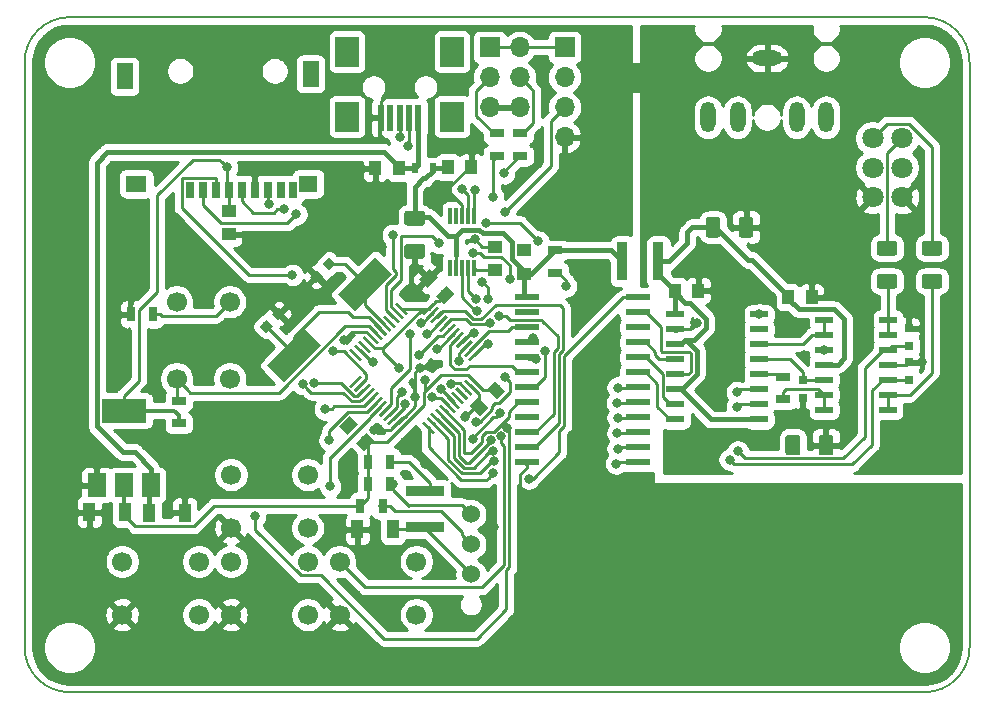
<source format=gbr>
%TF.GenerationSoftware,KiCad,Pcbnew,(5.1.4-0-10_14)*%
%TF.CreationDate,2019-10-07T11:49:19-07:00*%
%TF.ProjectId,OPL3_VGM_Player,4f504c33-5f56-4474-9d5f-506c61796572,rev?*%
%TF.SameCoordinates,Original*%
%TF.FileFunction,Copper,L1,Top*%
%TF.FilePolarity,Positive*%
%FSLAX46Y46*%
G04 Gerber Fmt 4.6, Leading zero omitted, Abs format (unit mm)*
G04 Created by KiCad (PCBNEW (5.1.4-0-10_14)) date 2019-10-07 11:49:19*
%MOMM*%
%LPD*%
G04 APERTURE LIST*
%ADD10C,0.150000*%
%ADD11C,1.250000*%
%ADD12O,1.300000X2.600000*%
%ADD13O,2.600000X1.300000*%
%ADD14C,1.800000*%
%ADD15C,1.700000*%
%ADD16R,1.400000X2.200000*%
%ADD17R,1.800000X1.400000*%
%ADD18R,1.600000X1.400000*%
%ADD19R,0.700000X1.400000*%
%ADD20C,1.524000*%
%ADD21R,1.000000X1.600000*%
%ADD22R,1.250000X1.000000*%
%ADD23R,1.000000X1.250000*%
%ADD24C,0.750000*%
%ADD25C,1.000000*%
%ADD26R,0.750000X0.800000*%
%ADD27R,2.000000X2.500000*%
%ADD28R,0.500000X2.300000*%
%ADD29O,1.700000X1.700000*%
%ADD30R,1.700000X1.700000*%
%ADD31R,0.500000X0.900000*%
%ADD32R,0.950000X3.300000*%
%ADD33R,3.300000X0.950000*%
%ADD34R,1.300000X0.700000*%
%ADD35R,0.700000X1.300000*%
%ADD36R,1.500000X2.000000*%
%ADD37R,3.800000X2.000000*%
%ADD38C,0.250000*%
%ADD39R,0.300000X1.400000*%
%ADD40R,2.000000X0.600000*%
%ADD41R,1.500000X0.600000*%
%ADD42C,2.000000*%
%ADD43C,0.800000*%
%ADD44C,0.250000*%
%ADD45C,0.400000*%
%ADD46C,0.350000*%
%ADD47C,0.254000*%
G04 APERTURE END LIST*
D10*
X153670000Y-140970000D02*
X226060000Y-140970000D01*
X149860000Y-87630000D02*
X149860000Y-137160000D01*
X226060000Y-83820000D02*
X153670000Y-83820000D01*
X229870000Y-137160000D02*
X229870000Y-87630000D01*
X229870000Y-137160000D02*
G75*
G02X226060000Y-140970000I-3810000J0D01*
G01*
X153670000Y-140970000D02*
G75*
G02X149860000Y-137160000I0J3810000D01*
G01*
X149860000Y-87630000D02*
G75*
G02X153670000Y-83820000I3810000J0D01*
G01*
X226060000Y-83820000D02*
G75*
G02X229870000Y-87630000I0J-3810000D01*
G01*
G36*
X227344504Y-102751204D02*
G01*
X227368773Y-102754804D01*
X227392571Y-102760765D01*
X227415671Y-102769030D01*
X227437849Y-102779520D01*
X227458893Y-102792133D01*
X227478598Y-102806747D01*
X227496777Y-102823223D01*
X227513253Y-102841402D01*
X227527867Y-102861107D01*
X227540480Y-102882151D01*
X227550970Y-102904329D01*
X227559235Y-102927429D01*
X227565196Y-102951227D01*
X227568796Y-102975496D01*
X227570000Y-103000000D01*
X227570000Y-103750000D01*
X227568796Y-103774504D01*
X227565196Y-103798773D01*
X227559235Y-103822571D01*
X227550970Y-103845671D01*
X227540480Y-103867849D01*
X227527867Y-103888893D01*
X227513253Y-103908598D01*
X227496777Y-103926777D01*
X227478598Y-103943253D01*
X227458893Y-103957867D01*
X227437849Y-103970480D01*
X227415671Y-103980970D01*
X227392571Y-103989235D01*
X227368773Y-103995196D01*
X227344504Y-103998796D01*
X227320000Y-104000000D01*
X226070000Y-104000000D01*
X226045496Y-103998796D01*
X226021227Y-103995196D01*
X225997429Y-103989235D01*
X225974329Y-103980970D01*
X225952151Y-103970480D01*
X225931107Y-103957867D01*
X225911402Y-103943253D01*
X225893223Y-103926777D01*
X225876747Y-103908598D01*
X225862133Y-103888893D01*
X225849520Y-103867849D01*
X225839030Y-103845671D01*
X225830765Y-103822571D01*
X225824804Y-103798773D01*
X225821204Y-103774504D01*
X225820000Y-103750000D01*
X225820000Y-103000000D01*
X225821204Y-102975496D01*
X225824804Y-102951227D01*
X225830765Y-102927429D01*
X225839030Y-102904329D01*
X225849520Y-102882151D01*
X225862133Y-102861107D01*
X225876747Y-102841402D01*
X225893223Y-102823223D01*
X225911402Y-102806747D01*
X225931107Y-102792133D01*
X225952151Y-102779520D01*
X225974329Y-102769030D01*
X225997429Y-102760765D01*
X226021227Y-102754804D01*
X226045496Y-102751204D01*
X226070000Y-102750000D01*
X227320000Y-102750000D01*
X227344504Y-102751204D01*
X227344504Y-102751204D01*
G37*
D11*
X226695000Y-103375000D03*
D10*
G36*
X227344504Y-105551204D02*
G01*
X227368773Y-105554804D01*
X227392571Y-105560765D01*
X227415671Y-105569030D01*
X227437849Y-105579520D01*
X227458893Y-105592133D01*
X227478598Y-105606747D01*
X227496777Y-105623223D01*
X227513253Y-105641402D01*
X227527867Y-105661107D01*
X227540480Y-105682151D01*
X227550970Y-105704329D01*
X227559235Y-105727429D01*
X227565196Y-105751227D01*
X227568796Y-105775496D01*
X227570000Y-105800000D01*
X227570000Y-106550000D01*
X227568796Y-106574504D01*
X227565196Y-106598773D01*
X227559235Y-106622571D01*
X227550970Y-106645671D01*
X227540480Y-106667849D01*
X227527867Y-106688893D01*
X227513253Y-106708598D01*
X227496777Y-106726777D01*
X227478598Y-106743253D01*
X227458893Y-106757867D01*
X227437849Y-106770480D01*
X227415671Y-106780970D01*
X227392571Y-106789235D01*
X227368773Y-106795196D01*
X227344504Y-106798796D01*
X227320000Y-106800000D01*
X226070000Y-106800000D01*
X226045496Y-106798796D01*
X226021227Y-106795196D01*
X225997429Y-106789235D01*
X225974329Y-106780970D01*
X225952151Y-106770480D01*
X225931107Y-106757867D01*
X225911402Y-106743253D01*
X225893223Y-106726777D01*
X225876747Y-106708598D01*
X225862133Y-106688893D01*
X225849520Y-106667849D01*
X225839030Y-106645671D01*
X225830765Y-106622571D01*
X225824804Y-106598773D01*
X225821204Y-106574504D01*
X225820000Y-106550000D01*
X225820000Y-105800000D01*
X225821204Y-105775496D01*
X225824804Y-105751227D01*
X225830765Y-105727429D01*
X225839030Y-105704329D01*
X225849520Y-105682151D01*
X225862133Y-105661107D01*
X225876747Y-105641402D01*
X225893223Y-105623223D01*
X225911402Y-105606747D01*
X225931107Y-105592133D01*
X225952151Y-105579520D01*
X225974329Y-105569030D01*
X225997429Y-105560765D01*
X226021227Y-105554804D01*
X226045496Y-105551204D01*
X226070000Y-105550000D01*
X227320000Y-105550000D01*
X227344504Y-105551204D01*
X227344504Y-105551204D01*
G37*
D11*
X226695000Y-106175000D03*
D10*
G36*
X223534504Y-102751204D02*
G01*
X223558773Y-102754804D01*
X223582571Y-102760765D01*
X223605671Y-102769030D01*
X223627849Y-102779520D01*
X223648893Y-102792133D01*
X223668598Y-102806747D01*
X223686777Y-102823223D01*
X223703253Y-102841402D01*
X223717867Y-102861107D01*
X223730480Y-102882151D01*
X223740970Y-102904329D01*
X223749235Y-102927429D01*
X223755196Y-102951227D01*
X223758796Y-102975496D01*
X223760000Y-103000000D01*
X223760000Y-103750000D01*
X223758796Y-103774504D01*
X223755196Y-103798773D01*
X223749235Y-103822571D01*
X223740970Y-103845671D01*
X223730480Y-103867849D01*
X223717867Y-103888893D01*
X223703253Y-103908598D01*
X223686777Y-103926777D01*
X223668598Y-103943253D01*
X223648893Y-103957867D01*
X223627849Y-103970480D01*
X223605671Y-103980970D01*
X223582571Y-103989235D01*
X223558773Y-103995196D01*
X223534504Y-103998796D01*
X223510000Y-104000000D01*
X222260000Y-104000000D01*
X222235496Y-103998796D01*
X222211227Y-103995196D01*
X222187429Y-103989235D01*
X222164329Y-103980970D01*
X222142151Y-103970480D01*
X222121107Y-103957867D01*
X222101402Y-103943253D01*
X222083223Y-103926777D01*
X222066747Y-103908598D01*
X222052133Y-103888893D01*
X222039520Y-103867849D01*
X222029030Y-103845671D01*
X222020765Y-103822571D01*
X222014804Y-103798773D01*
X222011204Y-103774504D01*
X222010000Y-103750000D01*
X222010000Y-103000000D01*
X222011204Y-102975496D01*
X222014804Y-102951227D01*
X222020765Y-102927429D01*
X222029030Y-102904329D01*
X222039520Y-102882151D01*
X222052133Y-102861107D01*
X222066747Y-102841402D01*
X222083223Y-102823223D01*
X222101402Y-102806747D01*
X222121107Y-102792133D01*
X222142151Y-102779520D01*
X222164329Y-102769030D01*
X222187429Y-102760765D01*
X222211227Y-102754804D01*
X222235496Y-102751204D01*
X222260000Y-102750000D01*
X223510000Y-102750000D01*
X223534504Y-102751204D01*
X223534504Y-102751204D01*
G37*
D11*
X222885000Y-103375000D03*
D10*
G36*
X223534504Y-105551204D02*
G01*
X223558773Y-105554804D01*
X223582571Y-105560765D01*
X223605671Y-105569030D01*
X223627849Y-105579520D01*
X223648893Y-105592133D01*
X223668598Y-105606747D01*
X223686777Y-105623223D01*
X223703253Y-105641402D01*
X223717867Y-105661107D01*
X223730480Y-105682151D01*
X223740970Y-105704329D01*
X223749235Y-105727429D01*
X223755196Y-105751227D01*
X223758796Y-105775496D01*
X223760000Y-105800000D01*
X223760000Y-106550000D01*
X223758796Y-106574504D01*
X223755196Y-106598773D01*
X223749235Y-106622571D01*
X223740970Y-106645671D01*
X223730480Y-106667849D01*
X223717867Y-106688893D01*
X223703253Y-106708598D01*
X223686777Y-106726777D01*
X223668598Y-106743253D01*
X223648893Y-106757867D01*
X223627849Y-106770480D01*
X223605671Y-106780970D01*
X223582571Y-106789235D01*
X223558773Y-106795196D01*
X223534504Y-106798796D01*
X223510000Y-106800000D01*
X222260000Y-106800000D01*
X222235496Y-106798796D01*
X222211227Y-106795196D01*
X222187429Y-106789235D01*
X222164329Y-106780970D01*
X222142151Y-106770480D01*
X222121107Y-106757867D01*
X222101402Y-106743253D01*
X222083223Y-106726777D01*
X222066747Y-106708598D01*
X222052133Y-106688893D01*
X222039520Y-106667849D01*
X222029030Y-106645671D01*
X222020765Y-106622571D01*
X222014804Y-106598773D01*
X222011204Y-106574504D01*
X222010000Y-106550000D01*
X222010000Y-105800000D01*
X222011204Y-105775496D01*
X222014804Y-105751227D01*
X222020765Y-105727429D01*
X222029030Y-105704329D01*
X222039520Y-105682151D01*
X222052133Y-105661107D01*
X222066747Y-105641402D01*
X222083223Y-105623223D01*
X222101402Y-105606747D01*
X222121107Y-105592133D01*
X222142151Y-105579520D01*
X222164329Y-105569030D01*
X222187429Y-105560765D01*
X222211227Y-105554804D01*
X222235496Y-105551204D01*
X222260000Y-105550000D01*
X223510000Y-105550000D01*
X223534504Y-105551204D01*
X223534504Y-105551204D01*
G37*
D11*
X222885000Y-106175000D03*
D10*
G36*
X218105904Y-119179304D02*
G01*
X218130173Y-119182904D01*
X218153971Y-119188865D01*
X218177071Y-119197130D01*
X218199249Y-119207620D01*
X218220293Y-119220233D01*
X218239998Y-119234847D01*
X218258177Y-119251323D01*
X218274653Y-119269502D01*
X218289267Y-119289207D01*
X218301880Y-119310251D01*
X218312370Y-119332429D01*
X218320635Y-119355529D01*
X218326596Y-119379327D01*
X218330196Y-119403596D01*
X218331400Y-119428100D01*
X218331400Y-120678100D01*
X218330196Y-120702604D01*
X218326596Y-120726873D01*
X218320635Y-120750671D01*
X218312370Y-120773771D01*
X218301880Y-120795949D01*
X218289267Y-120816993D01*
X218274653Y-120836698D01*
X218258177Y-120854877D01*
X218239998Y-120871353D01*
X218220293Y-120885967D01*
X218199249Y-120898580D01*
X218177071Y-120909070D01*
X218153971Y-120917335D01*
X218130173Y-120923296D01*
X218105904Y-120926896D01*
X218081400Y-120928100D01*
X217331400Y-120928100D01*
X217306896Y-120926896D01*
X217282627Y-120923296D01*
X217258829Y-120917335D01*
X217235729Y-120909070D01*
X217213551Y-120898580D01*
X217192507Y-120885967D01*
X217172802Y-120871353D01*
X217154623Y-120854877D01*
X217138147Y-120836698D01*
X217123533Y-120816993D01*
X217110920Y-120795949D01*
X217100430Y-120773771D01*
X217092165Y-120750671D01*
X217086204Y-120726873D01*
X217082604Y-120702604D01*
X217081400Y-120678100D01*
X217081400Y-119428100D01*
X217082604Y-119403596D01*
X217086204Y-119379327D01*
X217092165Y-119355529D01*
X217100430Y-119332429D01*
X217110920Y-119310251D01*
X217123533Y-119289207D01*
X217138147Y-119269502D01*
X217154623Y-119251323D01*
X217172802Y-119234847D01*
X217192507Y-119220233D01*
X217213551Y-119207620D01*
X217235729Y-119197130D01*
X217258829Y-119188865D01*
X217282627Y-119182904D01*
X217306896Y-119179304D01*
X217331400Y-119178100D01*
X218081400Y-119178100D01*
X218105904Y-119179304D01*
X218105904Y-119179304D01*
G37*
D11*
X217706400Y-120053100D03*
D10*
G36*
X215305904Y-119179304D02*
G01*
X215330173Y-119182904D01*
X215353971Y-119188865D01*
X215377071Y-119197130D01*
X215399249Y-119207620D01*
X215420293Y-119220233D01*
X215439998Y-119234847D01*
X215458177Y-119251323D01*
X215474653Y-119269502D01*
X215489267Y-119289207D01*
X215501880Y-119310251D01*
X215512370Y-119332429D01*
X215520635Y-119355529D01*
X215526596Y-119379327D01*
X215530196Y-119403596D01*
X215531400Y-119428100D01*
X215531400Y-120678100D01*
X215530196Y-120702604D01*
X215526596Y-120726873D01*
X215520635Y-120750671D01*
X215512370Y-120773771D01*
X215501880Y-120795949D01*
X215489267Y-120816993D01*
X215474653Y-120836698D01*
X215458177Y-120854877D01*
X215439998Y-120871353D01*
X215420293Y-120885967D01*
X215399249Y-120898580D01*
X215377071Y-120909070D01*
X215353971Y-120917335D01*
X215330173Y-120923296D01*
X215305904Y-120926896D01*
X215281400Y-120928100D01*
X214531400Y-120928100D01*
X214506896Y-120926896D01*
X214482627Y-120923296D01*
X214458829Y-120917335D01*
X214435729Y-120909070D01*
X214413551Y-120898580D01*
X214392507Y-120885967D01*
X214372802Y-120871353D01*
X214354623Y-120854877D01*
X214338147Y-120836698D01*
X214323533Y-120816993D01*
X214310920Y-120795949D01*
X214300430Y-120773771D01*
X214292165Y-120750671D01*
X214286204Y-120726873D01*
X214282604Y-120702604D01*
X214281400Y-120678100D01*
X214281400Y-119428100D01*
X214282604Y-119403596D01*
X214286204Y-119379327D01*
X214292165Y-119355529D01*
X214300430Y-119332429D01*
X214310920Y-119310251D01*
X214323533Y-119289207D01*
X214338147Y-119269502D01*
X214354623Y-119251323D01*
X214372802Y-119234847D01*
X214392507Y-119220233D01*
X214413551Y-119207620D01*
X214435729Y-119197130D01*
X214458829Y-119188865D01*
X214482627Y-119182904D01*
X214506896Y-119179304D01*
X214531400Y-119178100D01*
X215281400Y-119178100D01*
X215305904Y-119179304D01*
X215305904Y-119179304D01*
G37*
D11*
X214906400Y-120053100D03*
D10*
G36*
X211349504Y-100726204D02*
G01*
X211373773Y-100729804D01*
X211397571Y-100735765D01*
X211420671Y-100744030D01*
X211442849Y-100754520D01*
X211463893Y-100767133D01*
X211483598Y-100781747D01*
X211501777Y-100798223D01*
X211518253Y-100816402D01*
X211532867Y-100836107D01*
X211545480Y-100857151D01*
X211555970Y-100879329D01*
X211564235Y-100902429D01*
X211570196Y-100926227D01*
X211573796Y-100950496D01*
X211575000Y-100975000D01*
X211575000Y-102225000D01*
X211573796Y-102249504D01*
X211570196Y-102273773D01*
X211564235Y-102297571D01*
X211555970Y-102320671D01*
X211545480Y-102342849D01*
X211532867Y-102363893D01*
X211518253Y-102383598D01*
X211501777Y-102401777D01*
X211483598Y-102418253D01*
X211463893Y-102432867D01*
X211442849Y-102445480D01*
X211420671Y-102455970D01*
X211397571Y-102464235D01*
X211373773Y-102470196D01*
X211349504Y-102473796D01*
X211325000Y-102475000D01*
X210575000Y-102475000D01*
X210550496Y-102473796D01*
X210526227Y-102470196D01*
X210502429Y-102464235D01*
X210479329Y-102455970D01*
X210457151Y-102445480D01*
X210436107Y-102432867D01*
X210416402Y-102418253D01*
X210398223Y-102401777D01*
X210381747Y-102383598D01*
X210367133Y-102363893D01*
X210354520Y-102342849D01*
X210344030Y-102320671D01*
X210335765Y-102297571D01*
X210329804Y-102273773D01*
X210326204Y-102249504D01*
X210325000Y-102225000D01*
X210325000Y-100975000D01*
X210326204Y-100950496D01*
X210329804Y-100926227D01*
X210335765Y-100902429D01*
X210344030Y-100879329D01*
X210354520Y-100857151D01*
X210367133Y-100836107D01*
X210381747Y-100816402D01*
X210398223Y-100798223D01*
X210416402Y-100781747D01*
X210436107Y-100767133D01*
X210457151Y-100754520D01*
X210479329Y-100744030D01*
X210502429Y-100735765D01*
X210526227Y-100729804D01*
X210550496Y-100726204D01*
X210575000Y-100725000D01*
X211325000Y-100725000D01*
X211349504Y-100726204D01*
X211349504Y-100726204D01*
G37*
D11*
X210950000Y-101600000D03*
D10*
G36*
X208549504Y-100726204D02*
G01*
X208573773Y-100729804D01*
X208597571Y-100735765D01*
X208620671Y-100744030D01*
X208642849Y-100754520D01*
X208663893Y-100767133D01*
X208683598Y-100781747D01*
X208701777Y-100798223D01*
X208718253Y-100816402D01*
X208732867Y-100836107D01*
X208745480Y-100857151D01*
X208755970Y-100879329D01*
X208764235Y-100902429D01*
X208770196Y-100926227D01*
X208773796Y-100950496D01*
X208775000Y-100975000D01*
X208775000Y-102225000D01*
X208773796Y-102249504D01*
X208770196Y-102273773D01*
X208764235Y-102297571D01*
X208755970Y-102320671D01*
X208745480Y-102342849D01*
X208732867Y-102363893D01*
X208718253Y-102383598D01*
X208701777Y-102401777D01*
X208683598Y-102418253D01*
X208663893Y-102432867D01*
X208642849Y-102445480D01*
X208620671Y-102455970D01*
X208597571Y-102464235D01*
X208573773Y-102470196D01*
X208549504Y-102473796D01*
X208525000Y-102475000D01*
X207775000Y-102475000D01*
X207750496Y-102473796D01*
X207726227Y-102470196D01*
X207702429Y-102464235D01*
X207679329Y-102455970D01*
X207657151Y-102445480D01*
X207636107Y-102432867D01*
X207616402Y-102418253D01*
X207598223Y-102401777D01*
X207581747Y-102383598D01*
X207567133Y-102363893D01*
X207554520Y-102342849D01*
X207544030Y-102320671D01*
X207535765Y-102297571D01*
X207529804Y-102273773D01*
X207526204Y-102249504D01*
X207525000Y-102225000D01*
X207525000Y-100975000D01*
X207526204Y-100950496D01*
X207529804Y-100926227D01*
X207535765Y-100902429D01*
X207544030Y-100879329D01*
X207554520Y-100857151D01*
X207567133Y-100836107D01*
X207581747Y-100816402D01*
X207598223Y-100798223D01*
X207616402Y-100781747D01*
X207636107Y-100767133D01*
X207657151Y-100754520D01*
X207679329Y-100744030D01*
X207702429Y-100735765D01*
X207726227Y-100729804D01*
X207750496Y-100726204D01*
X207775000Y-100725000D01*
X208525000Y-100725000D01*
X208549504Y-100726204D01*
X208549504Y-100726204D01*
G37*
D11*
X208150000Y-101600000D03*
D10*
G36*
X183529504Y-103011204D02*
G01*
X183553773Y-103014804D01*
X183577571Y-103020765D01*
X183600671Y-103029030D01*
X183622849Y-103039520D01*
X183643893Y-103052133D01*
X183663598Y-103066747D01*
X183681777Y-103083223D01*
X183698253Y-103101402D01*
X183712867Y-103121107D01*
X183725480Y-103142151D01*
X183735970Y-103164329D01*
X183744235Y-103187429D01*
X183750196Y-103211227D01*
X183753796Y-103235496D01*
X183755000Y-103260000D01*
X183755000Y-104010000D01*
X183753796Y-104034504D01*
X183750196Y-104058773D01*
X183744235Y-104082571D01*
X183735970Y-104105671D01*
X183725480Y-104127849D01*
X183712867Y-104148893D01*
X183698253Y-104168598D01*
X183681777Y-104186777D01*
X183663598Y-104203253D01*
X183643893Y-104217867D01*
X183622849Y-104230480D01*
X183600671Y-104240970D01*
X183577571Y-104249235D01*
X183553773Y-104255196D01*
X183529504Y-104258796D01*
X183505000Y-104260000D01*
X182255000Y-104260000D01*
X182230496Y-104258796D01*
X182206227Y-104255196D01*
X182182429Y-104249235D01*
X182159329Y-104240970D01*
X182137151Y-104230480D01*
X182116107Y-104217867D01*
X182096402Y-104203253D01*
X182078223Y-104186777D01*
X182061747Y-104168598D01*
X182047133Y-104148893D01*
X182034520Y-104127849D01*
X182024030Y-104105671D01*
X182015765Y-104082571D01*
X182009804Y-104058773D01*
X182006204Y-104034504D01*
X182005000Y-104010000D01*
X182005000Y-103260000D01*
X182006204Y-103235496D01*
X182009804Y-103211227D01*
X182015765Y-103187429D01*
X182024030Y-103164329D01*
X182034520Y-103142151D01*
X182047133Y-103121107D01*
X182061747Y-103101402D01*
X182078223Y-103083223D01*
X182096402Y-103066747D01*
X182116107Y-103052133D01*
X182137151Y-103039520D01*
X182159329Y-103029030D01*
X182182429Y-103020765D01*
X182206227Y-103014804D01*
X182230496Y-103011204D01*
X182255000Y-103010000D01*
X183505000Y-103010000D01*
X183529504Y-103011204D01*
X183529504Y-103011204D01*
G37*
D11*
X182880000Y-103635000D03*
D10*
G36*
X183529504Y-100211204D02*
G01*
X183553773Y-100214804D01*
X183577571Y-100220765D01*
X183600671Y-100229030D01*
X183622849Y-100239520D01*
X183643893Y-100252133D01*
X183663598Y-100266747D01*
X183681777Y-100283223D01*
X183698253Y-100301402D01*
X183712867Y-100321107D01*
X183725480Y-100342151D01*
X183735970Y-100364329D01*
X183744235Y-100387429D01*
X183750196Y-100411227D01*
X183753796Y-100435496D01*
X183755000Y-100460000D01*
X183755000Y-101210000D01*
X183753796Y-101234504D01*
X183750196Y-101258773D01*
X183744235Y-101282571D01*
X183735970Y-101305671D01*
X183725480Y-101327849D01*
X183712867Y-101348893D01*
X183698253Y-101368598D01*
X183681777Y-101386777D01*
X183663598Y-101403253D01*
X183643893Y-101417867D01*
X183622849Y-101430480D01*
X183600671Y-101440970D01*
X183577571Y-101449235D01*
X183553773Y-101455196D01*
X183529504Y-101458796D01*
X183505000Y-101460000D01*
X182255000Y-101460000D01*
X182230496Y-101458796D01*
X182206227Y-101455196D01*
X182182429Y-101449235D01*
X182159329Y-101440970D01*
X182137151Y-101430480D01*
X182116107Y-101417867D01*
X182096402Y-101403253D01*
X182078223Y-101386777D01*
X182061747Y-101368598D01*
X182047133Y-101348893D01*
X182034520Y-101327849D01*
X182024030Y-101305671D01*
X182015765Y-101282571D01*
X182009804Y-101258773D01*
X182006204Y-101234504D01*
X182005000Y-101210000D01*
X182005000Y-100460000D01*
X182006204Y-100435496D01*
X182009804Y-100411227D01*
X182015765Y-100387429D01*
X182024030Y-100364329D01*
X182034520Y-100342151D01*
X182047133Y-100321107D01*
X182061747Y-100301402D01*
X182078223Y-100283223D01*
X182096402Y-100266747D01*
X182116107Y-100252133D01*
X182137151Y-100239520D01*
X182159329Y-100229030D01*
X182182429Y-100220765D01*
X182206227Y-100214804D01*
X182230496Y-100211204D01*
X182255000Y-100210000D01*
X183505000Y-100210000D01*
X183529504Y-100211204D01*
X183529504Y-100211204D01*
G37*
D11*
X182880000Y-100835000D03*
D12*
X207725000Y-92300000D03*
X217725000Y-92300000D03*
X215225000Y-92300000D03*
X210225000Y-92300000D03*
D13*
X212725000Y-87300000D03*
D14*
X221655000Y-99060000D03*
X221655000Y-96560000D03*
X221655000Y-94060000D03*
X224155000Y-99060000D03*
X224155000Y-96560000D03*
X224155000Y-94060000D03*
D15*
X158115000Y-129908300D03*
X164615000Y-129908300D03*
X158115000Y-134408300D03*
X164615000Y-134408300D03*
X173835200Y-134408300D03*
X167335200Y-134408300D03*
X173835200Y-129908300D03*
X167335200Y-129908300D03*
X176530000Y-129908300D03*
X183030000Y-129908300D03*
X176530000Y-134408300D03*
X183030000Y-134408300D03*
X173835200Y-127055000D03*
X167335200Y-127055000D03*
X173835200Y-122555000D03*
X167335200Y-122555000D03*
D16*
X174081000Y-88626000D03*
X158331000Y-88824000D03*
D17*
X159332000Y-97925000D03*
D18*
X173880000Y-97925000D03*
D19*
X172630000Y-98425000D03*
X171530000Y-98425000D03*
X170430000Y-98425000D03*
X169330000Y-98425000D03*
X168230000Y-98425000D03*
X167130000Y-98425000D03*
X166030000Y-98425000D03*
X164930000Y-98425000D03*
X163830000Y-98425000D03*
D20*
X187648600Y-131000000D03*
X187648600Y-128460000D03*
X187648600Y-125920000D03*
D21*
X163425000Y-125793500D03*
X160425000Y-125793500D03*
X158345000Y-125730000D03*
X155345000Y-125730000D03*
D22*
X189674500Y-103267000D03*
X189674500Y-105267000D03*
D23*
X179543200Y-96621600D03*
X181543200Y-96621600D03*
X185690000Y-96520000D03*
X187690000Y-96520000D03*
D24*
X174577270Y-105762530D03*
D10*
G36*
X174594948Y-105214522D02*
G01*
X175125278Y-105744852D01*
X174559592Y-106310538D01*
X174029262Y-105780208D01*
X174594948Y-105214522D01*
X174594948Y-105214522D01*
G37*
D24*
X175637930Y-104701870D03*
D10*
G36*
X175655608Y-104153862D02*
G01*
X176185938Y-104684192D01*
X175620252Y-105249878D01*
X175089922Y-104719548D01*
X175655608Y-104153862D01*
X175655608Y-104153862D01*
G37*
D24*
X170310070Y-109991630D03*
D10*
G36*
X170292392Y-110539638D02*
G01*
X169762062Y-110009308D01*
X170327748Y-109443622D01*
X170858078Y-109973952D01*
X170292392Y-110539638D01*
X170292392Y-110539638D01*
G37*
D24*
X171370730Y-108930970D03*
D10*
G36*
X171353052Y-109478978D02*
G01*
X170822722Y-108948648D01*
X171388408Y-108382962D01*
X171918738Y-108913292D01*
X171353052Y-109478978D01*
X171353052Y-109478978D01*
G37*
D25*
X178710307Y-119782307D03*
D10*
G36*
X179505802Y-119693919D02*
G01*
X178621919Y-120577802D01*
X177914812Y-119870695D01*
X178798695Y-118986812D01*
X179505802Y-119693919D01*
X179505802Y-119693919D01*
G37*
D25*
X177296093Y-118368093D03*
D10*
G36*
X178091588Y-118279705D02*
G01*
X177207705Y-119163588D01*
X176500598Y-118456481D01*
X177384481Y-117572598D01*
X178091588Y-118279705D01*
X178091588Y-118279705D01*
G37*
D25*
X184056586Y-105926186D03*
D10*
G36*
X184852081Y-105837798D02*
G01*
X183968198Y-106721681D01*
X183261091Y-106014574D01*
X184144974Y-105130691D01*
X184852081Y-105837798D01*
X184852081Y-105837798D01*
G37*
D25*
X185470800Y-107340400D03*
D10*
G36*
X186266295Y-107252012D02*
G01*
X185382412Y-108135895D01*
X184675305Y-107428788D01*
X185559188Y-106544905D01*
X186266295Y-107252012D01*
X186266295Y-107252012D01*
G37*
D25*
X188353700Y-116801900D03*
D10*
G36*
X188265312Y-116006405D02*
G01*
X189149195Y-116890288D01*
X188442088Y-117597395D01*
X187558205Y-116713512D01*
X188265312Y-116006405D01*
X188265312Y-116006405D01*
G37*
D25*
X189767914Y-115387686D03*
D10*
G36*
X189679526Y-114592191D02*
G01*
X190563409Y-115476074D01*
X189856302Y-116183181D01*
X188972419Y-115299298D01*
X189679526Y-114592191D01*
X189679526Y-114592191D01*
G37*
D22*
X167132000Y-102219000D03*
X167132000Y-100219000D03*
X192151000Y-105559100D03*
X192151000Y-103559100D03*
D23*
X206905100Y-106972100D03*
X204905100Y-106972100D03*
D26*
X215734900Y-116040600D03*
X215734900Y-114540600D03*
X224739200Y-110159100D03*
X224739200Y-111659100D03*
X224726500Y-114516600D03*
X224726500Y-113016600D03*
D23*
X216493600Y-107530900D03*
X214493600Y-107530900D03*
D21*
X178039900Y-127190500D03*
X181039900Y-127190500D03*
D27*
X177160000Y-86735000D03*
X177160000Y-92235000D03*
X186060000Y-86735000D03*
X186060000Y-92235000D03*
D28*
X180010000Y-92335000D03*
X180810000Y-92335000D03*
X181610000Y-92335000D03*
X182410000Y-92335000D03*
X183210000Y-92335000D03*
D29*
X191770000Y-91440000D03*
X189230000Y-91440000D03*
X191770000Y-88900000D03*
X189230000Y-88900000D03*
X191770000Y-86360000D03*
D30*
X189230000Y-86360000D03*
D29*
X195580000Y-93980000D03*
X195580000Y-91440000D03*
X195580000Y-88900000D03*
D30*
X195580000Y-86360000D03*
D31*
X182917400Y-96621600D03*
X184417400Y-96621600D03*
D32*
X200480200Y-104495600D03*
X203530200Y-104495600D03*
D33*
X183756300Y-127012700D03*
X183756300Y-123962700D03*
D34*
X189865000Y-93665000D03*
X189865000Y-95565000D03*
X191770000Y-95565000D03*
X191770000Y-93665000D03*
D35*
X158866800Y-108978700D03*
X160766800Y-108978700D03*
D34*
X162915600Y-118209100D03*
X162915600Y-116309100D03*
X194741800Y-103558300D03*
X194741800Y-105458300D03*
X214058500Y-116177100D03*
X214058500Y-114277100D03*
D35*
X178907400Y-121488200D03*
X180807400Y-121488200D03*
X180172400Y-125183900D03*
X178272400Y-125183900D03*
X178907400Y-123317000D03*
X180807400Y-123317000D03*
D15*
X167233600Y-107924600D03*
X167233600Y-114424600D03*
X162733600Y-107924600D03*
X162733600Y-114424600D03*
D36*
X155967400Y-123431700D03*
X160567400Y-123431700D03*
X158267400Y-123431700D03*
D37*
X158267400Y-117131700D03*
D38*
X184062171Y-108492142D03*
D10*
G36*
X183690940Y-109040150D02*
G01*
X183514163Y-108863373D01*
X184433402Y-107944134D01*
X184610179Y-108120911D01*
X183690940Y-109040150D01*
X183690940Y-109040150D01*
G37*
D38*
X184415724Y-108845695D03*
D10*
G36*
X184044493Y-109393703D02*
G01*
X183867716Y-109216926D01*
X184786955Y-108297687D01*
X184963732Y-108474464D01*
X184044493Y-109393703D01*
X184044493Y-109393703D01*
G37*
D38*
X184769278Y-109199249D03*
D10*
G36*
X184398047Y-109747257D02*
G01*
X184221270Y-109570480D01*
X185140509Y-108651241D01*
X185317286Y-108828018D01*
X184398047Y-109747257D01*
X184398047Y-109747257D01*
G37*
D38*
X185122831Y-109552802D03*
D10*
G36*
X184751600Y-110100810D02*
G01*
X184574823Y-109924033D01*
X185494062Y-109004794D01*
X185670839Y-109181571D01*
X184751600Y-110100810D01*
X184751600Y-110100810D01*
G37*
D38*
X185476384Y-109906355D03*
D10*
G36*
X185105153Y-110454363D02*
G01*
X184928376Y-110277586D01*
X185847615Y-109358347D01*
X186024392Y-109535124D01*
X185105153Y-110454363D01*
X185105153Y-110454363D01*
G37*
D38*
X185829938Y-110259909D03*
D10*
G36*
X185458707Y-110807917D02*
G01*
X185281930Y-110631140D01*
X186201169Y-109711901D01*
X186377946Y-109888678D01*
X185458707Y-110807917D01*
X185458707Y-110807917D01*
G37*
D38*
X186183491Y-110613462D03*
D10*
G36*
X185812260Y-111161470D02*
G01*
X185635483Y-110984693D01*
X186554722Y-110065454D01*
X186731499Y-110242231D01*
X185812260Y-111161470D01*
X185812260Y-111161470D01*
G37*
D38*
X186537045Y-110967016D03*
D10*
G36*
X186165814Y-111515024D02*
G01*
X185989037Y-111338247D01*
X186908276Y-110419008D01*
X187085053Y-110595785D01*
X186165814Y-111515024D01*
X186165814Y-111515024D01*
G37*
D38*
X186890598Y-111320569D03*
D10*
G36*
X186519367Y-111868577D02*
G01*
X186342590Y-111691800D01*
X187261829Y-110772561D01*
X187438606Y-110949338D01*
X186519367Y-111868577D01*
X186519367Y-111868577D01*
G37*
D38*
X187244151Y-111674122D03*
D10*
G36*
X186872920Y-112222130D02*
G01*
X186696143Y-112045353D01*
X187615382Y-111126114D01*
X187792159Y-111302891D01*
X186872920Y-112222130D01*
X186872920Y-112222130D01*
G37*
D38*
X187597705Y-112027676D03*
D10*
G36*
X187226474Y-112575684D02*
G01*
X187049697Y-112398907D01*
X187968936Y-111479668D01*
X188145713Y-111656445D01*
X187226474Y-112575684D01*
X187226474Y-112575684D01*
G37*
D38*
X187951258Y-112381229D03*
D10*
G36*
X187580027Y-112929237D02*
G01*
X187403250Y-112752460D01*
X188322489Y-111833221D01*
X188499266Y-112009998D01*
X187580027Y-112929237D01*
X187580027Y-112929237D01*
G37*
D38*
X187951258Y-114643971D03*
D10*
G36*
X187403250Y-114272740D02*
G01*
X187580027Y-114095963D01*
X188499266Y-115015202D01*
X188322489Y-115191979D01*
X187403250Y-114272740D01*
X187403250Y-114272740D01*
G37*
D38*
X187597705Y-114997524D03*
D10*
G36*
X187049697Y-114626293D02*
G01*
X187226474Y-114449516D01*
X188145713Y-115368755D01*
X187968936Y-115545532D01*
X187049697Y-114626293D01*
X187049697Y-114626293D01*
G37*
D38*
X187244151Y-115351078D03*
D10*
G36*
X186696143Y-114979847D02*
G01*
X186872920Y-114803070D01*
X187792159Y-115722309D01*
X187615382Y-115899086D01*
X186696143Y-114979847D01*
X186696143Y-114979847D01*
G37*
D38*
X186890598Y-115704631D03*
D10*
G36*
X186342590Y-115333400D02*
G01*
X186519367Y-115156623D01*
X187438606Y-116075862D01*
X187261829Y-116252639D01*
X186342590Y-115333400D01*
X186342590Y-115333400D01*
G37*
D38*
X186537045Y-116058184D03*
D10*
G36*
X185989037Y-115686953D02*
G01*
X186165814Y-115510176D01*
X187085053Y-116429415D01*
X186908276Y-116606192D01*
X185989037Y-115686953D01*
X185989037Y-115686953D01*
G37*
D38*
X186183491Y-116411738D03*
D10*
G36*
X185635483Y-116040507D02*
G01*
X185812260Y-115863730D01*
X186731499Y-116782969D01*
X186554722Y-116959746D01*
X185635483Y-116040507D01*
X185635483Y-116040507D01*
G37*
D38*
X185829938Y-116765291D03*
D10*
G36*
X185281930Y-116394060D02*
G01*
X185458707Y-116217283D01*
X186377946Y-117136522D01*
X186201169Y-117313299D01*
X185281930Y-116394060D01*
X185281930Y-116394060D01*
G37*
D38*
X185476384Y-117118845D03*
D10*
G36*
X184928376Y-116747614D02*
G01*
X185105153Y-116570837D01*
X186024392Y-117490076D01*
X185847615Y-117666853D01*
X184928376Y-116747614D01*
X184928376Y-116747614D01*
G37*
D38*
X185122831Y-117472398D03*
D10*
G36*
X184574823Y-117101167D02*
G01*
X184751600Y-116924390D01*
X185670839Y-117843629D01*
X185494062Y-118020406D01*
X184574823Y-117101167D01*
X184574823Y-117101167D01*
G37*
D38*
X184769278Y-117825951D03*
D10*
G36*
X184221270Y-117454720D02*
G01*
X184398047Y-117277943D01*
X185317286Y-118197182D01*
X185140509Y-118373959D01*
X184221270Y-117454720D01*
X184221270Y-117454720D01*
G37*
D38*
X184415724Y-118179505D03*
D10*
G36*
X183867716Y-117808274D02*
G01*
X184044493Y-117631497D01*
X184963732Y-118550736D01*
X184786955Y-118727513D01*
X183867716Y-117808274D01*
X183867716Y-117808274D01*
G37*
D38*
X184062171Y-118533058D03*
D10*
G36*
X183514163Y-118161827D02*
G01*
X183690940Y-117985050D01*
X184610179Y-118904289D01*
X184433402Y-119081066D01*
X183514163Y-118161827D01*
X183514163Y-118161827D01*
G37*
D38*
X181799429Y-118533058D03*
D10*
G36*
X181428198Y-119081066D02*
G01*
X181251421Y-118904289D01*
X182170660Y-117985050D01*
X182347437Y-118161827D01*
X181428198Y-119081066D01*
X181428198Y-119081066D01*
G37*
D38*
X181445876Y-118179505D03*
D10*
G36*
X181074645Y-118727513D02*
G01*
X180897868Y-118550736D01*
X181817107Y-117631497D01*
X181993884Y-117808274D01*
X181074645Y-118727513D01*
X181074645Y-118727513D01*
G37*
D38*
X181092322Y-117825951D03*
D10*
G36*
X180721091Y-118373959D02*
G01*
X180544314Y-118197182D01*
X181463553Y-117277943D01*
X181640330Y-117454720D01*
X180721091Y-118373959D01*
X180721091Y-118373959D01*
G37*
D38*
X180738769Y-117472398D03*
D10*
G36*
X180367538Y-118020406D02*
G01*
X180190761Y-117843629D01*
X181110000Y-116924390D01*
X181286777Y-117101167D01*
X180367538Y-118020406D01*
X180367538Y-118020406D01*
G37*
D38*
X180385216Y-117118845D03*
D10*
G36*
X180013985Y-117666853D02*
G01*
X179837208Y-117490076D01*
X180756447Y-116570837D01*
X180933224Y-116747614D01*
X180013985Y-117666853D01*
X180013985Y-117666853D01*
G37*
D38*
X180031662Y-116765291D03*
D10*
G36*
X179660431Y-117313299D02*
G01*
X179483654Y-117136522D01*
X180402893Y-116217283D01*
X180579670Y-116394060D01*
X179660431Y-117313299D01*
X179660431Y-117313299D01*
G37*
D38*
X179678109Y-116411738D03*
D10*
G36*
X179306878Y-116959746D02*
G01*
X179130101Y-116782969D01*
X180049340Y-115863730D01*
X180226117Y-116040507D01*
X179306878Y-116959746D01*
X179306878Y-116959746D01*
G37*
D38*
X179324555Y-116058184D03*
D10*
G36*
X178953324Y-116606192D02*
G01*
X178776547Y-116429415D01*
X179695786Y-115510176D01*
X179872563Y-115686953D01*
X178953324Y-116606192D01*
X178953324Y-116606192D01*
G37*
D38*
X178971002Y-115704631D03*
D10*
G36*
X178599771Y-116252639D02*
G01*
X178422994Y-116075862D01*
X179342233Y-115156623D01*
X179519010Y-115333400D01*
X178599771Y-116252639D01*
X178599771Y-116252639D01*
G37*
D38*
X178617449Y-115351078D03*
D10*
G36*
X178246218Y-115899086D02*
G01*
X178069441Y-115722309D01*
X178988680Y-114803070D01*
X179165457Y-114979847D01*
X178246218Y-115899086D01*
X178246218Y-115899086D01*
G37*
D38*
X178263895Y-114997524D03*
D10*
G36*
X177892664Y-115545532D02*
G01*
X177715887Y-115368755D01*
X178635126Y-114449516D01*
X178811903Y-114626293D01*
X177892664Y-115545532D01*
X177892664Y-115545532D01*
G37*
D38*
X177910342Y-114643971D03*
D10*
G36*
X177539111Y-115191979D02*
G01*
X177362334Y-115015202D01*
X178281573Y-114095963D01*
X178458350Y-114272740D01*
X177539111Y-115191979D01*
X177539111Y-115191979D01*
G37*
D38*
X177910342Y-112381229D03*
D10*
G36*
X177362334Y-112009998D02*
G01*
X177539111Y-111833221D01*
X178458350Y-112752460D01*
X178281573Y-112929237D01*
X177362334Y-112009998D01*
X177362334Y-112009998D01*
G37*
D38*
X178263895Y-112027676D03*
D10*
G36*
X177715887Y-111656445D02*
G01*
X177892664Y-111479668D01*
X178811903Y-112398907D01*
X178635126Y-112575684D01*
X177715887Y-111656445D01*
X177715887Y-111656445D01*
G37*
D38*
X178617449Y-111674122D03*
D10*
G36*
X178069441Y-111302891D02*
G01*
X178246218Y-111126114D01*
X179165457Y-112045353D01*
X178988680Y-112222130D01*
X178069441Y-111302891D01*
X178069441Y-111302891D01*
G37*
D38*
X178971002Y-111320569D03*
D10*
G36*
X178422994Y-110949338D02*
G01*
X178599771Y-110772561D01*
X179519010Y-111691800D01*
X179342233Y-111868577D01*
X178422994Y-110949338D01*
X178422994Y-110949338D01*
G37*
D38*
X179324555Y-110967016D03*
D10*
G36*
X178776547Y-110595785D02*
G01*
X178953324Y-110419008D01*
X179872563Y-111338247D01*
X179695786Y-111515024D01*
X178776547Y-110595785D01*
X178776547Y-110595785D01*
G37*
D38*
X179678109Y-110613462D03*
D10*
G36*
X179130101Y-110242231D02*
G01*
X179306878Y-110065454D01*
X180226117Y-110984693D01*
X180049340Y-111161470D01*
X179130101Y-110242231D01*
X179130101Y-110242231D01*
G37*
D38*
X180031662Y-110259909D03*
D10*
G36*
X179483654Y-109888678D02*
G01*
X179660431Y-109711901D01*
X180579670Y-110631140D01*
X180402893Y-110807917D01*
X179483654Y-109888678D01*
X179483654Y-109888678D01*
G37*
D38*
X180385216Y-109906355D03*
D10*
G36*
X179837208Y-109535124D02*
G01*
X180013985Y-109358347D01*
X180933224Y-110277586D01*
X180756447Y-110454363D01*
X179837208Y-109535124D01*
X179837208Y-109535124D01*
G37*
D38*
X180738769Y-109552802D03*
D10*
G36*
X180190761Y-109181571D02*
G01*
X180367538Y-109004794D01*
X181286777Y-109924033D01*
X181110000Y-110100810D01*
X180190761Y-109181571D01*
X180190761Y-109181571D01*
G37*
D38*
X181092322Y-109199249D03*
D10*
G36*
X180544314Y-108828018D02*
G01*
X180721091Y-108651241D01*
X181640330Y-109570480D01*
X181463553Y-109747257D01*
X180544314Y-108828018D01*
X180544314Y-108828018D01*
G37*
D38*
X181445876Y-108845695D03*
D10*
G36*
X180897868Y-108474464D02*
G01*
X181074645Y-108297687D01*
X181993884Y-109216926D01*
X181817107Y-109393703D01*
X180897868Y-108474464D01*
X180897868Y-108474464D01*
G37*
D38*
X181799429Y-108492142D03*
D10*
G36*
X181251421Y-108120911D02*
G01*
X181428198Y-107944134D01*
X182347437Y-108863373D01*
X182170660Y-109040150D01*
X181251421Y-108120911D01*
X181251421Y-108120911D01*
G37*
D39*
X187880500Y-105057300D03*
X187380500Y-105057300D03*
X186880500Y-105057300D03*
X186380500Y-105057300D03*
X185880500Y-105057300D03*
X185880500Y-100657300D03*
X186380500Y-100657300D03*
X186880500Y-100657300D03*
X187380500Y-100657300D03*
X187880500Y-100657300D03*
D40*
X201778600Y-107543600D03*
X201778600Y-108813600D03*
X201778600Y-110083600D03*
X201778600Y-111353600D03*
X201778600Y-112623600D03*
X201778600Y-113893600D03*
X201778600Y-115163600D03*
X201778600Y-116433600D03*
X201778600Y-117703600D03*
X201778600Y-118973600D03*
X201778600Y-120243600D03*
X201778600Y-121513600D03*
X192378600Y-121513600D03*
X192378600Y-120243600D03*
X192378600Y-118973600D03*
X192378600Y-117703600D03*
X192378600Y-116433600D03*
X192378600Y-115163600D03*
X192378600Y-113893600D03*
X192378600Y-112623600D03*
X192378600Y-111353600D03*
X192378600Y-110083600D03*
X192378600Y-108813600D03*
X192378600Y-107543600D03*
D41*
X212058600Y-108991400D03*
X212058600Y-110261400D03*
X212058600Y-111531400D03*
X212058600Y-112801400D03*
X212058600Y-114071400D03*
X212058600Y-115341400D03*
X212058600Y-116611400D03*
X212058600Y-117881400D03*
X204958600Y-117881400D03*
X204958600Y-116611400D03*
X204958600Y-115341400D03*
X204958600Y-114071400D03*
X204958600Y-112801400D03*
X204958600Y-111531400D03*
X204958600Y-110261400D03*
X204958600Y-108991400D03*
X222956100Y-109448600D03*
X222956100Y-110718600D03*
X222956100Y-111988600D03*
X222956100Y-113258600D03*
X222956100Y-114528600D03*
X222956100Y-115798600D03*
X222956100Y-117068600D03*
X217556100Y-117068600D03*
X217556100Y-115798600D03*
X217556100Y-114528600D03*
X217556100Y-113258600D03*
X217556100Y-111988600D03*
X217556100Y-110718600D03*
X217556100Y-109448600D03*
D42*
X178684304Y-106430696D03*
D10*
G36*
X177800421Y-108728793D02*
G01*
X176386207Y-107314579D01*
X179568187Y-104132599D01*
X180982401Y-105546813D01*
X177800421Y-108728793D01*
X177800421Y-108728793D01*
G37*
D42*
X172673896Y-112441104D03*
D10*
G36*
X171790013Y-114739201D02*
G01*
X170375799Y-113324987D01*
X173557779Y-110143007D01*
X174971993Y-111557221D01*
X171790013Y-114739201D01*
X171790013Y-114739201D01*
G37*
D43*
X177317400Y-118313200D03*
X192024000Y-103632000D03*
X182880000Y-103682800D03*
X203835000Y-88265000D03*
X180975000Y-87630000D03*
X180975000Y-87630000D03*
X180975000Y-87630000D03*
X182245000Y-87630000D03*
X183515000Y-87630000D03*
X183515000Y-86360000D03*
X182245000Y-86360000D03*
X180975000Y-86360000D03*
X179705000Y-86360000D03*
X179705000Y-87630000D03*
X203835000Y-88900000D03*
X203835000Y-89535000D03*
X203835000Y-90170000D03*
X204470000Y-90170000D03*
X204470000Y-89535000D03*
X204470000Y-88900000D03*
X204470000Y-88265000D03*
X204470000Y-87630000D03*
X203835000Y-87630000D03*
X182245000Y-85180010D03*
X183515000Y-85180010D03*
X180975000Y-85180010D03*
X179705000Y-85180010D03*
X183449860Y-109748764D03*
X182958630Y-115999924D03*
X185449812Y-98588990D03*
X183337200Y-113512600D03*
X187121800Y-117652800D03*
X180086000Y-103251000D03*
X176682400Y-97536000D03*
X176682400Y-98044000D03*
X176682400Y-98552000D03*
X176682400Y-99060000D03*
X177292000Y-99060000D03*
X177800000Y-99060000D03*
X177800000Y-98552000D03*
X177800000Y-98044000D03*
X177800000Y-97536000D03*
X177292000Y-97536000D03*
X177292000Y-98044000D03*
X177292000Y-98552000D03*
X187960000Y-102616000D03*
X206756000Y-109728000D03*
X209804000Y-106172000D03*
X176869063Y-111176256D03*
X179451985Y-118791572D03*
X179933600Y-130200400D03*
X161467800Y-120218200D03*
X151130000Y-115570000D03*
X152400000Y-115570000D03*
X153670000Y-115570000D03*
X153670000Y-116840000D03*
X152400000Y-116840000D03*
X151130000Y-116840000D03*
X162560000Y-120015000D03*
X161925000Y-121285000D03*
X193675000Y-125730000D03*
X224790000Y-100965000D03*
X224790000Y-107950000D03*
X224790000Y-104140000D03*
X209550000Y-107315000D03*
X210820000Y-106680000D03*
X185420000Y-133985000D03*
X189636400Y-127000000D03*
X182245000Y-122555000D03*
X177139600Y-122123200D03*
X172135800Y-128346200D03*
X183743600Y-121615200D03*
X197993000Y-107848400D03*
X193370200Y-96266000D03*
X193624200Y-87833200D03*
X215874600Y-112395000D03*
X158724600Y-102539800D03*
X160070800Y-102463600D03*
X159435800Y-103378000D03*
X225806000Y-112979200D03*
X213487000Y-94488000D03*
X167005000Y-96520000D03*
X181584600Y-113487200D03*
X183723367Y-114569837D03*
X158267400Y-123431700D03*
X158267400Y-117131700D03*
X210185000Y-116840000D03*
X210257115Y-120577885D03*
X210185000Y-115570000D03*
X209550000Y-121285000D03*
X217556100Y-111988600D03*
X212058600Y-108991400D03*
X214806400Y-120053100D03*
X181065010Y-123317000D03*
X183244852Y-112395000D03*
X180172400Y-125183900D03*
X184790286Y-111912400D03*
X181610000Y-93980000D03*
X187960000Y-98425000D03*
X182317115Y-94705010D03*
X186899185Y-98389504D03*
X173402708Y-114894850D03*
X170586400Y-99637579D03*
X174396400Y-114782600D03*
X171831000Y-100087590D03*
X175285400Y-117017800D03*
X172542200Y-105638600D03*
X172872400Y-100507800D03*
X175934119Y-112111201D03*
X190500000Y-100330000D03*
X189139466Y-111511235D03*
X185973730Y-114853730D03*
X188594146Y-106211179D03*
X189078194Y-107648312D03*
X189252270Y-109696432D03*
X189509400Y-99060000D03*
X182499000Y-110667800D03*
X190474600Y-97053400D03*
X195695410Y-106603800D03*
X193931584Y-112090768D03*
X175666400Y-119634000D03*
X175742600Y-123545600D03*
X186613800Y-112903000D03*
X190145673Y-117298360D03*
X187828352Y-119567879D03*
X190169800Y-119303800D03*
X190576200Y-114300000D03*
X190728600Y-118643400D03*
X188118184Y-118116348D03*
X187885653Y-110558948D03*
X169392600Y-126060200D03*
X183951984Y-110613573D03*
X190055785Y-109101128D03*
X185077416Y-115297177D03*
X188191454Y-108658925D03*
X184331308Y-115963019D03*
X188078327Y-107665332D03*
X200075800Y-115189000D03*
X189318017Y-119651250D03*
X200025000Y-116484400D03*
X189484000Y-120523000D03*
X200075800Y-117729000D03*
X189642613Y-121401228D03*
X200050400Y-119049800D03*
X189540166Y-122395979D03*
X200075800Y-120345200D03*
X182106604Y-116535067D03*
X199948800Y-121615200D03*
X181813566Y-115578953D03*
X192557400Y-122885200D03*
X179324000Y-113030000D03*
X193319400Y-102793800D03*
X193124223Y-112734135D03*
X181035567Y-102258080D03*
X188900056Y-101240828D03*
X190925998Y-105994200D03*
X192910008Y-111014020D03*
X184988200Y-102946200D03*
X187847733Y-103753216D03*
D44*
X180010000Y-92335000D02*
X179870010Y-92195010D01*
X179870010Y-92048794D02*
X179870010Y-91483109D01*
X179870010Y-92195010D02*
X179870010Y-92048794D01*
X179870010Y-92195010D02*
X179870010Y-92075000D01*
X188353700Y-115753519D02*
X187597705Y-114997524D01*
X188353700Y-116801900D02*
X188353700Y-115753519D01*
X184415724Y-108845695D02*
X183512655Y-109748764D01*
X183512655Y-109748764D02*
X183449860Y-109748764D01*
X181445876Y-118179505D02*
X181976205Y-117649176D01*
X181976205Y-117649176D02*
X182034286Y-117649176D01*
X182034286Y-117649176D02*
X182958630Y-116724832D01*
X182958630Y-116724832D02*
X182958630Y-116565609D01*
X182958630Y-116565609D02*
X182958630Y-115999924D01*
X186880500Y-100657300D02*
X186880500Y-99707300D01*
X186880500Y-99707300D02*
X185762190Y-98588990D01*
X185762190Y-98588990D02*
X185449812Y-98588990D01*
X182958630Y-113891170D02*
X183337200Y-113512600D01*
X182958630Y-115999924D02*
X182958630Y-113891170D01*
X188353700Y-116801900D02*
X187972700Y-116801900D01*
X187972700Y-116801900D02*
X187121800Y-117652800D01*
X187518802Y-96520000D02*
X187690000Y-96520000D01*
X185449812Y-98588990D02*
X187518802Y-96520000D01*
X189674500Y-103267000D02*
X188611000Y-103267000D01*
X188611000Y-103267000D02*
X187960000Y-102616000D01*
X204958600Y-110261400D02*
X206222600Y-110261400D01*
X206222600Y-110261400D02*
X206756000Y-109728000D01*
X178805090Y-110447551D02*
X177597768Y-110447551D01*
X177597768Y-110447551D02*
X177269062Y-110776257D01*
X177269062Y-110776257D02*
X176869063Y-111176256D01*
X179324555Y-110967016D02*
X178805090Y-110447551D01*
X181445876Y-118179505D02*
X180833809Y-118791572D01*
X180833809Y-118791572D02*
X179451985Y-118791572D01*
X192378600Y-121513600D02*
X192378600Y-121946400D01*
X192378600Y-121946400D02*
X191770000Y-122555000D01*
X191770000Y-122555000D02*
X191770000Y-123825000D01*
X191770000Y-123825000D02*
X193675000Y-125730000D01*
X180975000Y-88195685D02*
X180975000Y-87630000D01*
X180975000Y-89970000D02*
X180975000Y-88195685D01*
X180010000Y-90935000D02*
X180975000Y-89970000D01*
X180010000Y-92335000D02*
X180010000Y-90935000D01*
X224484500Y-113258600D02*
X224726500Y-113016600D01*
X222956100Y-113258600D02*
X224484500Y-113258600D01*
D45*
X181543200Y-96621600D02*
X182917400Y-96621600D01*
X183210000Y-96329000D02*
X182917400Y-96621600D01*
X183210000Y-92335000D02*
X183210000Y-96329000D01*
X160567400Y-122031700D02*
X159185700Y-120650000D01*
X160567400Y-123431700D02*
X160567400Y-122031700D01*
X155967399Y-118451701D02*
X155967399Y-96127601D01*
X159185700Y-120650000D02*
X158165698Y-120650000D01*
X158165698Y-120650000D02*
X155967399Y-118451701D01*
X155967399Y-96127601D02*
X156845000Y-95250000D01*
X181543200Y-96496600D02*
X181543200Y-96621600D01*
X180296600Y-95250000D02*
X181543200Y-96496600D01*
X156845000Y-95250000D02*
X180296600Y-95250000D01*
X160425000Y-123574100D02*
X160567400Y-123431700D01*
X160425000Y-125793500D02*
X160425000Y-123574100D01*
D46*
X162915600Y-117509100D02*
X162915600Y-118209100D01*
X162538200Y-117131700D02*
X162915600Y-117509100D01*
X158267400Y-117131700D02*
X158267400Y-117131700D01*
X158267400Y-125652400D02*
X158345000Y-125730000D01*
X158267400Y-123431700D02*
X158267400Y-123431700D01*
D44*
X184062171Y-108492142D02*
X181799429Y-108492142D01*
X158267400Y-117131700D02*
X158267400Y-115881700D01*
X179142107Y-121253493D02*
X178907400Y-121488200D01*
X178907400Y-121488200D02*
X178907400Y-123317000D01*
X178907400Y-124548900D02*
X178272400Y-125183900D01*
X178907400Y-123317000D02*
X178907400Y-124548900D01*
X158345000Y-126030000D02*
X158345000Y-125730000D01*
X159233501Y-126918501D02*
X158345000Y-126030000D01*
X164185001Y-126918501D02*
X159233501Y-126918501D01*
X165919602Y-125183900D02*
X164185001Y-126918501D01*
X178272400Y-125183900D02*
X165919602Y-125183900D01*
X188694973Y-115387686D02*
X187951258Y-114643971D01*
X189767914Y-115387686D02*
X188694973Y-115387686D01*
X191770000Y-86360000D02*
X195580000Y-86360000D01*
X191770000Y-86360000D02*
X189230000Y-86360000D01*
X167005000Y-98300000D02*
X167130000Y-98425000D01*
X167005000Y-96520000D02*
X167005000Y-98300000D01*
X184701262Y-107853051D02*
X184578913Y-107975400D01*
X184958149Y-107853051D02*
X184701262Y-107853051D01*
X185470800Y-107340400D02*
X184958149Y-107853051D01*
X184651020Y-107903293D02*
X184578913Y-107975400D01*
X184578913Y-107975400D02*
X184062171Y-108492142D01*
X183650675Y-116681812D02*
X182329758Y-118002729D01*
X187951258Y-114643971D02*
X187420929Y-114113642D01*
X185112454Y-114113642D02*
X183650675Y-115575421D01*
X183650675Y-115575421D02*
X183650675Y-116681812D01*
X182329758Y-118002729D02*
X181799429Y-118533058D01*
X187420929Y-114113642D02*
X185112454Y-114113642D01*
X180242898Y-111850898D02*
X183601654Y-108492142D01*
X183785394Y-108492142D02*
X184062171Y-108492142D01*
X179501331Y-111850898D02*
X180242898Y-111850898D01*
X178971002Y-111320569D02*
X179501331Y-111850898D01*
X183601654Y-108492142D02*
X183785394Y-108492142D01*
X178907400Y-119852400D02*
X178456307Y-119401307D01*
X178907400Y-121488200D02*
X178907400Y-119852400D01*
X181269100Y-119063387D02*
X181799429Y-118533058D01*
X180506917Y-119825570D02*
X181269100Y-119063387D01*
X178880570Y-119825570D02*
X180506917Y-119825570D01*
X178456307Y-119401307D02*
X178880570Y-119825570D01*
X180242898Y-111850898D02*
X180242898Y-112145498D01*
X180242898Y-112145498D02*
X181584600Y-113487200D01*
X183723367Y-115135522D02*
X183723367Y-114569837D01*
X183723367Y-115502729D02*
X183723367Y-115135522D01*
X183650675Y-115575421D02*
X183723367Y-115502729D01*
X159541801Y-114607299D02*
X158267400Y-115881700D01*
X159541801Y-108633999D02*
X159541801Y-114607299D01*
D46*
X158267400Y-123431700D02*
X158267400Y-125652400D01*
X158267400Y-117131700D02*
X162538200Y-117131700D01*
D44*
X167130000Y-100217000D02*
X167132000Y-100219000D01*
X167130000Y-98425000D02*
X167130000Y-100217000D01*
X166605001Y-96120001D02*
X167005000Y-96520000D01*
X166356199Y-95871199D02*
X166605001Y-96120001D01*
X164112389Y-95871199D02*
X166356199Y-95871199D01*
X161112200Y-98871388D02*
X164112389Y-95871199D01*
X161112200Y-107063600D02*
X161112200Y-98871388D01*
X159541801Y-108633999D02*
X161112200Y-107063600D01*
X189674500Y-105267000D02*
X188103000Y-105267000D01*
X187893300Y-105057300D02*
X187880500Y-105057300D01*
X188103000Y-105267000D02*
X187893300Y-105057300D01*
D45*
X184519000Y-96520000D02*
X184417400Y-96621600D01*
X185588400Y-96621600D02*
X185690000Y-96520000D01*
X184417400Y-96621600D02*
X185588400Y-96621600D01*
X199542900Y-103558300D02*
X200480200Y-104495600D01*
X194741800Y-103558300D02*
X199542900Y-103558300D01*
X192741000Y-105559100D02*
X194741800Y-103558300D01*
X192151000Y-105559100D02*
X192741000Y-105559100D01*
X192151000Y-107316000D02*
X192378600Y-107543600D01*
X192151000Y-105559100D02*
X192151000Y-107316000D01*
X184417400Y-96821600D02*
X184417400Y-96621600D01*
X183767400Y-97471600D02*
X184417400Y-96821600D01*
X183567400Y-97471600D02*
X183767400Y-97471600D01*
X182880000Y-98159000D02*
X183567400Y-97471600D01*
X182880000Y-100735000D02*
X182880000Y-98159000D01*
X182880000Y-100735000D02*
X184080000Y-100735000D01*
X184080000Y-100735000D02*
X185711999Y-102366999D01*
X186359800Y-102366999D02*
X186359800Y-103966598D01*
X185711999Y-102366999D02*
X186359800Y-102366999D01*
D44*
X186380500Y-103987298D02*
X186380500Y-105057300D01*
X186359800Y-103966598D02*
X186380500Y-103987298D01*
D45*
X188344002Y-101815998D02*
X188634502Y-102106498D01*
X190371498Y-102106498D02*
X191125999Y-102860999D01*
X188634502Y-102106498D02*
X190371498Y-102106498D01*
X192151000Y-105291022D02*
X192151000Y-105559100D01*
X186910801Y-101815998D02*
X188344002Y-101815998D01*
X191125999Y-104266021D02*
X192151000Y-105291022D01*
X191125999Y-102860999D02*
X191125999Y-104266021D01*
X186359800Y-102366999D02*
X186910801Y-101815998D01*
D44*
X178684304Y-108205443D02*
X180385216Y-109906355D01*
X178684304Y-106430696D02*
X178684304Y-108205443D01*
X176955478Y-104701870D02*
X178684304Y-106430696D01*
X175637930Y-104701870D02*
X176955478Y-104701870D01*
X172673896Y-112355456D02*
X172673896Y-112441104D01*
X170310070Y-109991630D02*
X172673896Y-112355456D01*
X178994740Y-109222987D02*
X179501333Y-109729580D01*
X172673896Y-112441104D02*
X172673896Y-110926890D01*
X177202086Y-108769991D02*
X177655082Y-109222987D01*
X177655082Y-109222987D02*
X178994740Y-109222987D01*
X179501333Y-109729580D02*
X180031662Y-110259909D01*
X172673896Y-110926890D02*
X174830795Y-108769991D01*
X174830795Y-108769991D02*
X177202086Y-108769991D01*
D45*
X203530200Y-105597200D02*
X204905100Y-106972100D01*
X203530200Y-104495600D02*
X203530200Y-105597200D01*
X204905100Y-108937900D02*
X204958600Y-108991400D01*
X204905100Y-106972100D02*
X204905100Y-108937900D01*
X205408600Y-111531400D02*
X204958600Y-111531400D01*
X210908600Y-117881400D02*
X212058600Y-117881400D01*
X207948600Y-117881400D02*
X210908600Y-117881400D01*
X205408600Y-115341400D02*
X207948600Y-117881400D01*
X204958600Y-115341400D02*
X205408600Y-115341400D01*
X205815000Y-111125000D02*
X205408600Y-111531400D01*
X214493600Y-107405900D02*
X214493600Y-107530900D01*
X211455000Y-104367300D02*
X214493600Y-107405900D01*
X205408600Y-115341400D02*
X205491877Y-115341400D01*
X205491877Y-115341400D02*
X206773011Y-114060266D01*
X206773011Y-114060266D02*
X206773011Y-112050534D01*
X205847477Y-111125000D02*
X205815000Y-111125000D01*
X206773011Y-112050534D02*
X205847477Y-111125000D01*
X207556002Y-109343998D02*
X207556002Y-110112002D01*
X206209104Y-107997100D02*
X207556002Y-109343998D01*
X207556002Y-110112002D02*
X206543004Y-111125000D01*
X205805100Y-107997100D02*
X206209104Y-107997100D01*
X206543004Y-111125000D02*
X205815000Y-111125000D01*
X204905100Y-107097100D02*
X205805100Y-107997100D01*
X204905100Y-106972100D02*
X204905100Y-107097100D01*
X206408000Y-101600000D02*
X208050000Y-101600000D01*
X205970000Y-102038000D02*
X206408000Y-101600000D01*
X205970000Y-102930800D02*
X205970000Y-102038000D01*
X203530200Y-104495600D02*
X204405200Y-104495600D01*
X204405200Y-104495600D02*
X205970000Y-102930800D01*
X208350000Y-101600000D02*
X208050000Y-101600000D01*
X211117300Y-104367300D02*
X208350000Y-101600000D01*
X211455000Y-104367300D02*
X211117300Y-104367300D01*
X218706100Y-113258600D02*
X219252800Y-112711900D01*
X217556100Y-113258600D02*
X218706100Y-113258600D01*
X214493600Y-107655900D02*
X214493600Y-107530900D01*
X215393600Y-108555900D02*
X214493600Y-107655900D01*
X218433403Y-108555901D02*
X215393600Y-108555900D01*
X219252800Y-109375298D02*
X218433403Y-108555901D01*
X219252800Y-112711900D02*
X219252800Y-109375298D01*
D44*
X215734900Y-113890600D02*
X215734900Y-114540600D01*
X214645700Y-112801400D02*
X215734900Y-113890600D01*
X212058600Y-112801400D02*
X214645700Y-112801400D01*
X217544100Y-114540600D02*
X217556100Y-114528600D01*
X215734900Y-114540600D02*
X217544100Y-114540600D01*
X223285600Y-111659100D02*
X222956100Y-111988600D01*
X224739200Y-111659100D02*
X223285600Y-111659100D01*
X212058600Y-116611400D02*
X210413600Y-116611400D01*
X210413600Y-116611400D02*
X210185000Y-116840000D01*
X210857331Y-121178101D02*
X210657114Y-120977884D01*
X222506100Y-111988600D02*
X220980000Y-113514700D01*
X219166401Y-121178101D02*
X210857331Y-121178101D01*
X220980000Y-119364502D02*
X219166401Y-121178101D01*
X220980000Y-113514700D02*
X220980000Y-119364502D01*
X222956100Y-111988600D02*
X222506100Y-111988600D01*
X210657114Y-120977884D02*
X210257115Y-120577885D01*
X222968100Y-114516600D02*
X222956100Y-114528600D01*
X224726500Y-114516600D02*
X222968100Y-114516600D01*
X212058600Y-115341400D02*
X210413600Y-115341400D01*
X210413600Y-115341400D02*
X210185000Y-115570000D01*
X209949999Y-121684999D02*
X219945001Y-121684999D01*
X209550000Y-121285000D02*
X209949999Y-121684999D01*
X219945001Y-121684999D02*
X221615000Y-120015000D01*
X222506100Y-114528600D02*
X222956100Y-114528600D01*
X221615000Y-115419700D02*
X222506100Y-114528600D01*
X221615000Y-120015000D02*
X221615000Y-115419700D01*
X183984900Y-127190500D02*
X184162700Y-127012700D01*
X187425000Y-131000000D02*
X188055000Y-131000000D01*
X183578500Y-127190500D02*
X183756300Y-127012700D01*
X181039900Y-127190500D02*
X183578500Y-127190500D01*
X183756300Y-127107700D02*
X183756300Y-127012700D01*
X187648600Y-131000000D02*
X183756300Y-127107700D01*
X222885000Y-95330000D02*
X224155000Y-94060000D01*
X222885000Y-103275000D02*
X222885000Y-95330000D01*
X222956100Y-110718600D02*
X222956100Y-109448600D01*
X222956100Y-109448600D02*
X222506100Y-109448600D01*
X222956100Y-106346100D02*
X222885000Y-106275000D01*
X222956100Y-109448600D02*
X222956100Y-106346100D01*
X222956100Y-117068600D02*
X222956100Y-115798600D01*
X226695000Y-107625000D02*
X226695000Y-106275000D01*
X226695000Y-113908102D02*
X226695000Y-107625000D01*
X224804502Y-115798600D02*
X226695000Y-113908102D01*
X222956100Y-115798600D02*
X224804502Y-115798600D01*
X222554999Y-93160001D02*
X221655000Y-94060000D01*
X222880001Y-92834999D02*
X222554999Y-93160001D01*
X224743001Y-92834999D02*
X222880001Y-92834999D01*
X226695000Y-94786998D02*
X224743001Y-92834999D01*
X226695000Y-103275000D02*
X226695000Y-94786998D01*
X181065010Y-123882685D02*
X181065010Y-123317000D01*
X184849614Y-110790238D02*
X183644851Y-111995001D01*
X185299609Y-110790238D02*
X184849614Y-110790238D01*
X185829938Y-110259909D02*
X185299609Y-110790238D01*
X183644851Y-111995001D02*
X183244852Y-112395000D01*
X181065010Y-123882685D02*
X182378925Y-125196600D01*
X186886601Y-125158001D02*
X187648600Y-125920000D01*
X182417524Y-125158001D02*
X186886601Y-125158001D01*
X182378925Y-125196600D02*
X182417524Y-125158001D01*
X186183491Y-110613462D02*
X184884553Y-111912400D01*
X184884553Y-111912400D02*
X184790286Y-111912400D01*
X185100213Y-125646611D02*
X186886601Y-127432999D01*
X186886601Y-127698001D02*
X187648600Y-128460000D01*
X181235111Y-125646611D02*
X185100213Y-125646611D01*
X186886601Y-127432999D02*
X186886601Y-127698001D01*
X180772400Y-125183900D02*
X181235111Y-125646611D01*
X180172400Y-125183900D02*
X180772400Y-125183900D01*
X181610000Y-93980000D02*
X181610000Y-92335000D01*
X187880500Y-98504500D02*
X187960000Y-98425000D01*
X187880500Y-100657300D02*
X187880500Y-98504500D01*
X182410000Y-94612125D02*
X182317115Y-94705010D01*
X182410000Y-92335000D02*
X182410000Y-94612125D01*
X187299184Y-98789503D02*
X186899185Y-98389504D01*
X187380500Y-100657300D02*
X187380500Y-98870819D01*
X187380500Y-98870819D02*
X187299184Y-98789503D01*
X192619999Y-89749999D02*
X191770000Y-88900000D01*
X192945001Y-90075001D02*
X192619999Y-89749999D01*
X192945001Y-92789999D02*
X192945001Y-90075001D01*
X192070000Y-93665000D02*
X192945001Y-92789999D01*
X191770000Y-93665000D02*
X192070000Y-93665000D01*
X188380001Y-89749999D02*
X189230000Y-88900000D01*
X188054999Y-90075001D02*
X188380001Y-89749999D01*
X188054999Y-92154999D02*
X188054999Y-90075001D01*
X189565000Y-93665000D02*
X188054999Y-92154999D01*
X189865000Y-93665000D02*
X189565000Y-93665000D01*
X170430000Y-98425000D02*
X170430000Y-99481179D01*
X170430000Y-99481179D02*
X170586400Y-99637579D01*
X173802707Y-115294849D02*
X173402708Y-114894850D01*
X178213689Y-116320552D02*
X177571638Y-116320551D01*
X178971002Y-115704631D02*
X178900308Y-115704631D01*
X178380843Y-116224096D02*
X178310145Y-116224096D01*
X178900308Y-115704631D02*
X178380843Y-116224096D01*
X178310145Y-116224096D02*
X178213689Y-116320552D01*
X174116031Y-115608173D02*
X173802707Y-115294849D01*
X176859260Y-115608173D02*
X174116031Y-115608173D01*
X177571638Y-116320551D02*
X176859260Y-115608173D01*
X170990316Y-100362589D02*
X171265315Y-100087590D01*
X169217589Y-100362589D02*
X170990316Y-100362589D01*
X168230000Y-99375000D02*
X169217589Y-100362589D01*
X168230000Y-98425000D02*
X168230000Y-99375000D01*
X171265315Y-100087590D02*
X171831000Y-100087590D01*
X176670097Y-114782600D02*
X174962085Y-114782600D01*
X177758039Y-115870542D02*
X176670097Y-114782600D01*
X178027289Y-115870542D02*
X177758039Y-115870542D01*
X178546753Y-115351078D02*
X178027289Y-115870542D01*
X174962085Y-114782600D02*
X174396400Y-114782600D01*
X178617449Y-115351078D02*
X178546753Y-115351078D01*
X178794226Y-116588513D02*
X179324555Y-116058184D01*
X175851085Y-117017800D02*
X176098324Y-116770561D01*
X175285400Y-117017800D02*
X175851085Y-117017800D01*
X176098324Y-116770561D02*
X178612178Y-116770561D01*
X178612178Y-116770561D02*
X178794226Y-116588513D01*
X168841598Y-105638600D02*
X172542200Y-105638600D01*
X163154999Y-97464999D02*
X163154999Y-99952001D01*
X163154999Y-99952001D02*
X168841598Y-105638600D01*
X163219999Y-97399999D02*
X163154999Y-97464999D01*
X165954999Y-97399999D02*
X163219999Y-97399999D01*
X166030000Y-97475000D02*
X165954999Y-97399999D01*
X166030000Y-98425000D02*
X166030000Y-97475000D01*
X165125400Y-98620400D02*
X164930000Y-98425000D01*
X178794224Y-114018976D02*
X176886449Y-112111201D01*
X176886449Y-112111201D02*
X176499804Y-112111201D01*
X176499804Y-112111201D02*
X175934119Y-112111201D01*
X178794224Y-114467195D02*
X178794224Y-114018976D01*
X178263895Y-114997524D02*
X178794224Y-114467195D01*
X164930000Y-99727002D02*
X164930000Y-99375000D01*
X166472798Y-101269800D02*
X164930000Y-99727002D01*
X172110400Y-101269800D02*
X166472798Y-101269800D01*
X164930000Y-99375000D02*
X164930000Y-98425000D01*
X172872400Y-100507800D02*
X172110400Y-101269800D01*
X194730001Y-92289999D02*
X195580000Y-91440000D01*
X194404999Y-92615001D02*
X194730001Y-92289999D01*
X194404999Y-96425001D02*
X194404999Y-92615001D01*
X190500000Y-100330000D02*
X194404999Y-96425001D01*
X188821252Y-111511235D02*
X189123578Y-111511235D01*
X189123578Y-111511235D02*
X189139466Y-111511235D01*
X187951258Y-112381229D02*
X188821252Y-111511235D01*
X186006711Y-114820749D02*
X185973730Y-114853730D01*
X187244151Y-115351078D02*
X186713822Y-114820749D01*
X186713822Y-114820749D02*
X186006711Y-114820749D01*
X181407400Y-121488200D02*
X180807400Y-121488200D01*
X182413200Y-121488200D02*
X181407400Y-121488200D01*
X184162700Y-123237700D02*
X182413200Y-121488200D01*
X184162700Y-123962700D02*
X184162700Y-123237700D01*
X186006713Y-109376026D02*
X187199140Y-109376026D01*
X189114764Y-109833938D02*
X189252270Y-109696432D01*
X185476384Y-109906355D02*
X186006713Y-109376026D01*
X187199140Y-109376026D02*
X187657052Y-109833938D01*
X189078194Y-107082627D02*
X189078194Y-107648312D01*
X189078194Y-106695227D02*
X189078194Y-107082627D01*
X188594146Y-106211179D02*
X189078194Y-106695227D01*
X187657052Y-109833938D02*
X189114764Y-109833938D01*
X189509400Y-95920600D02*
X189865000Y-95565000D01*
X189509400Y-99060000D02*
X189509400Y-95920600D01*
X190474600Y-96860400D02*
X191770000Y-95565000D01*
X190474600Y-97053400D02*
X190474600Y-96860400D01*
X182499000Y-111233485D02*
X182499000Y-110667800D01*
X180924200Y-116579859D02*
X180924200Y-115182796D01*
X182499000Y-113607996D02*
X182499000Y-111233485D01*
X180385216Y-117118845D02*
X180924200Y-116579859D01*
X180924200Y-115182796D02*
X182499000Y-113607996D01*
X166383601Y-108774599D02*
X167233600Y-107924600D01*
X166058599Y-109099601D02*
X166383601Y-108774599D01*
X161487701Y-109099601D02*
X166058599Y-109099601D01*
X161366800Y-108978700D02*
X161487701Y-109099601D01*
X160766800Y-108978700D02*
X161366800Y-108978700D01*
X162733600Y-116127100D02*
X162915600Y-116309100D01*
X162733600Y-114424600D02*
X162733600Y-116127100D01*
X163583599Y-115274599D02*
X162733600Y-114424600D01*
X163908601Y-115599601D02*
X163583599Y-115274599D01*
X171420399Y-115599601D02*
X163908601Y-115599601D01*
X177022460Y-109997540D02*
X171420399Y-115599601D01*
X179678109Y-110613462D02*
X179062187Y-109997540D01*
X179062187Y-109997540D02*
X177022460Y-109997540D01*
X195041800Y-105458300D02*
X195695410Y-106111910D01*
X194741800Y-105458300D02*
X195041800Y-105458300D01*
X195695410Y-106111910D02*
X195695410Y-106603800D01*
X193931584Y-112656453D02*
X193931584Y-112090768D01*
X192378600Y-115163600D02*
X193078600Y-115163600D01*
X193078600Y-115163600D02*
X193931584Y-114310616D01*
X193931584Y-114310616D02*
X193931584Y-112656453D01*
X217073099Y-115315599D02*
X217556100Y-115798600D01*
X214320001Y-115315599D02*
X217073099Y-115315599D01*
X214058500Y-115577100D02*
X214320001Y-115315599D01*
X214058500Y-116177100D02*
X214058500Y-115577100D01*
X217556100Y-117068600D02*
X217556100Y-115798600D01*
X213852800Y-114071400D02*
X214058500Y-114277100D01*
X212058600Y-114071400D02*
X213852800Y-114071400D01*
X179678109Y-116411738D02*
X178842259Y-117247588D01*
X175666400Y-118831044D02*
X175666400Y-119068315D01*
X178842259Y-117247588D02*
X177249856Y-117247588D01*
X175666400Y-119068315D02*
X175666400Y-119634000D01*
X177249856Y-117247588D02*
X175666400Y-118831044D01*
X175742600Y-121049872D02*
X175742600Y-123545600D01*
X180031662Y-116765291D02*
X179100351Y-117696602D01*
X179100351Y-117696602D02*
X179095870Y-117696602D01*
X175781056Y-121049872D02*
X175742600Y-121049872D01*
X179100351Y-117730577D02*
X175781056Y-121049872D01*
X179100351Y-117696602D02*
X179100351Y-117730577D01*
X187244151Y-111674122D02*
X186613800Y-112304473D01*
X186613800Y-112304473D02*
X186613800Y-112903000D01*
X189561493Y-117698359D02*
X187828352Y-119431500D01*
X187828352Y-119431500D02*
X187828352Y-119567879D01*
X190145673Y-117298360D02*
X189745674Y-117698359D01*
X189745674Y-117698359D02*
X189561493Y-117698359D01*
X188576761Y-132087001D02*
X190456389Y-130207373D01*
X190456389Y-120156074D02*
X190169800Y-119869485D01*
X178708701Y-132087001D02*
X188576761Y-132087001D01*
X176530000Y-129908300D02*
X178708701Y-132087001D01*
X190169800Y-119869485D02*
X190169800Y-119303800D01*
X190456389Y-130207373D02*
X190456389Y-120156074D01*
X189721677Y-116508191D02*
X189474205Y-116755663D01*
X189474205Y-116755663D02*
X189474205Y-117024913D01*
X189474205Y-117024913D02*
X188382770Y-118116348D01*
X188382770Y-118116348D02*
X188118184Y-118116348D01*
X190976199Y-115522919D02*
X189990927Y-116508191D01*
X190976199Y-114699999D02*
X190976199Y-115522919D01*
X190576200Y-114300000D02*
X190976199Y-114699999D01*
X189990927Y-116508191D02*
X189721677Y-116508191D01*
X186890598Y-111320569D02*
X187652219Y-110558948D01*
X187652219Y-110558948D02*
X187885653Y-110558948D01*
X190906399Y-119241580D02*
X190906399Y-130393773D01*
X190906399Y-130393773D02*
X190652400Y-130647772D01*
X190652400Y-130647772D02*
X190652400Y-133959600D01*
X190652400Y-133959600D02*
X188163200Y-136448800D01*
X169392600Y-127204702D02*
X169392600Y-126060200D01*
X173271199Y-131083301D02*
X169392600Y-127204702D01*
X174944003Y-131083301D02*
X173271199Y-131083301D01*
X188163200Y-136448800D02*
X180309502Y-136448800D01*
X180309502Y-136448800D02*
X174944003Y-131083301D01*
X190906399Y-119241580D02*
X190906399Y-118788183D01*
X190728600Y-118795801D02*
X190906399Y-118973600D01*
X190728600Y-118643400D02*
X190728600Y-118795801D01*
X195183599Y-108188599D02*
X195460189Y-108465189D01*
X195104589Y-112331200D02*
X195104589Y-118217611D01*
X187128445Y-108668920D02*
X187843452Y-109383927D01*
X195460189Y-111975600D02*
X195104589Y-112331200D01*
X193078600Y-120243600D02*
X192378600Y-120243600D01*
X187843452Y-109383927D02*
X188539456Y-109383927D01*
X195104589Y-118217611D02*
X193078600Y-120243600D01*
X195460189Y-108465189D02*
X195460189Y-111975600D01*
X189734784Y-108188599D02*
X195183599Y-108188599D01*
X188539456Y-109383927D02*
X189734784Y-108188599D01*
X185299607Y-108668920D02*
X187128445Y-108668920D01*
X184769278Y-109199249D02*
X185299607Y-108668920D01*
X193703601Y-109523599D02*
X193628602Y-109448600D01*
X184062060Y-110613573D02*
X185122831Y-109552802D01*
X183951984Y-110613573D02*
X184062060Y-110613573D01*
X193703601Y-109523599D02*
X193638601Y-109458599D01*
X193638601Y-109458599D02*
X190978941Y-109458599D01*
X190978941Y-109458599D02*
X190621470Y-109101128D01*
X190621470Y-109101128D02*
X190055785Y-109101128D01*
X195010178Y-111789200D02*
X195010178Y-110830176D01*
X194654578Y-112144800D02*
X195010178Y-111789200D01*
X195010178Y-110830176D02*
X193703601Y-109523599D01*
X194654578Y-117397622D02*
X194654578Y-112144800D01*
X193078600Y-118973600D02*
X194654578Y-117397622D01*
X192378600Y-118973600D02*
X193078600Y-118973600D01*
X187250353Y-113628002D02*
X187534755Y-113343600D01*
X186537045Y-110967016D02*
X185888798Y-111615263D01*
X191128600Y-113343600D02*
X191678600Y-113893600D01*
X191678600Y-113893600D02*
X192378600Y-113893600D01*
X187534755Y-113343600D02*
X191128600Y-113343600D01*
X186265798Y-113628002D02*
X187250353Y-113628002D01*
X185888798Y-113251002D02*
X186265798Y-113628002D01*
X185888798Y-111615263D02*
X185888798Y-113251002D01*
X189203948Y-110421433D02*
X190790767Y-110421433D01*
X190790767Y-110421433D02*
X191128600Y-110083600D01*
X191128600Y-110083600D02*
X192378600Y-110083600D01*
X187597705Y-112027676D02*
X189203948Y-110421433D01*
X185077416Y-115305663D02*
X185077416Y-115297177D01*
X186183491Y-116411738D02*
X185077416Y-115305663D01*
X186880500Y-107540509D02*
X187998916Y-108658925D01*
X186880500Y-105057300D02*
X186880500Y-107540509D01*
X187998916Y-108658925D02*
X188191454Y-108658925D01*
X185829938Y-116765291D02*
X185086825Y-116022178D01*
X185086825Y-116022178D02*
X184390467Y-116022178D01*
X184390467Y-116022178D02*
X184331308Y-115963019D01*
X187380500Y-105057300D02*
X187380500Y-106967505D01*
X187678328Y-107265333D02*
X188078327Y-107665332D01*
X187380500Y-106967505D02*
X187678328Y-107265333D01*
X185476384Y-117118845D02*
X187103352Y-118745813D01*
X188593015Y-119828537D02*
X188593015Y-119303248D01*
X188593015Y-119303248D02*
X188970015Y-118926248D01*
X187103352Y-118745813D02*
X187103352Y-120748672D01*
X191678600Y-116433600D02*
X192378600Y-116433600D01*
X187103352Y-120748672D02*
X187672880Y-120748672D01*
X188970015Y-118926248D02*
X189630727Y-118926248D01*
X189630727Y-118926248D02*
X190897841Y-117659134D01*
X187672880Y-120748672D02*
X188593015Y-119828537D01*
X190897841Y-117214359D02*
X191678600Y-116433600D01*
X190897841Y-117659134D02*
X190897841Y-117214359D01*
X201753200Y-115189000D02*
X201778600Y-115163600D01*
X200075800Y-115189000D02*
X201753200Y-115189000D01*
X187253437Y-121535167D02*
X187522795Y-121535167D01*
X187522795Y-121535167D02*
X189318017Y-119739945D01*
X189318017Y-119739945D02*
X189318017Y-119651250D01*
X185122831Y-117472398D02*
X186653341Y-119002908D01*
X186653341Y-120935071D02*
X187253437Y-121535167D01*
X186653341Y-119002908D02*
X186653341Y-120935071D01*
X201727800Y-116484400D02*
X201778600Y-116433600D01*
X200025000Y-116484400D02*
X201727800Y-116484400D01*
X186203330Y-119260003D02*
X186203330Y-121121470D01*
X187067038Y-121985178D02*
X187888060Y-121985178D01*
X187888060Y-121985178D02*
X189054092Y-120819146D01*
X186203330Y-121121470D02*
X187067038Y-121985178D01*
X189054092Y-120819146D02*
X189454091Y-120419147D01*
X184769278Y-117825951D02*
X186203330Y-119260003D01*
X201753200Y-117729000D02*
X201778600Y-117703600D01*
X200075800Y-117729000D02*
X201753200Y-117729000D01*
X189461915Y-121401228D02*
X189642613Y-121401228D01*
X186880639Y-122435189D02*
X188427954Y-122435189D01*
X185753319Y-119517100D02*
X185753319Y-121307869D01*
X188427954Y-122435189D02*
X189461915Y-121401228D01*
X184415724Y-118179505D02*
X185753319Y-119517100D01*
X185753319Y-121307869D02*
X186880639Y-122435189D01*
X201702400Y-119049800D02*
X201778600Y-118973600D01*
X200050400Y-119049800D02*
X201702400Y-119049800D01*
X189140167Y-122795978D02*
X189540166Y-122395979D01*
X184062171Y-118533058D02*
X184062171Y-120253131D01*
X188911567Y-123024578D02*
X189140167Y-122795978D01*
X186833618Y-123024578D02*
X188911567Y-123024578D01*
X184062171Y-120253131D02*
X186833618Y-123024578D01*
X201778600Y-120243600D02*
X200177400Y-120243600D01*
X200177400Y-120243600D02*
X200075800Y-120345200D01*
X182106604Y-116811669D02*
X182106604Y-116535067D01*
X181092322Y-117825951D02*
X182106604Y-116811669D01*
X201778600Y-121513600D02*
X200050400Y-121513600D01*
X200050400Y-121513600D02*
X199948800Y-121615200D01*
X181413567Y-115978952D02*
X181813566Y-115578953D01*
X180738769Y-117472398D02*
X181374211Y-116836956D01*
X181374211Y-116018308D02*
X181413567Y-115978952D01*
X181374211Y-116836956D02*
X181374211Y-116018308D01*
X195554598Y-118404012D02*
X195122800Y-118835810D01*
X195554599Y-112517601D02*
X195554598Y-118404012D01*
X200528600Y-107543600D02*
X195554599Y-112517601D01*
X201778600Y-107543600D02*
X200528600Y-107543600D01*
X192892002Y-122885200D02*
X192557400Y-122885200D01*
X195122800Y-118835810D02*
X195122800Y-120654402D01*
X195122800Y-120654402D02*
X192892002Y-122885200D01*
X179266219Y-113030000D02*
X178263895Y-112027676D01*
X179324000Y-113030000D02*
X179266219Y-113030000D01*
X192558538Y-112734135D02*
X193124223Y-112734135D01*
X192489135Y-112734135D02*
X192558538Y-112734135D01*
X192378600Y-112623600D02*
X192489135Y-112734135D01*
X181035567Y-105140121D02*
X181035567Y-102823765D01*
X181092322Y-109199249D02*
X180476400Y-108583327D01*
X180476400Y-106512448D02*
X181307411Y-105681437D01*
X181035567Y-102823765D02*
X181035567Y-102258080D01*
X181307411Y-105681437D02*
X181307411Y-105411965D01*
X181307411Y-105411965D02*
X181035567Y-105140121D01*
X180476400Y-108583327D02*
X180476400Y-106512448D01*
X189465741Y-101240828D02*
X188900056Y-101240828D01*
X191766428Y-101240828D02*
X189465741Y-101240828D01*
X193319400Y-102793800D02*
X191766428Y-101240828D01*
X192439019Y-111414019D02*
X192510009Y-111414019D01*
X192378600Y-111353600D02*
X192439019Y-111414019D01*
X192510009Y-111414019D02*
X192910008Y-111014020D01*
X181757422Y-105225566D02*
X181757422Y-106051388D01*
X180926411Y-106882399D02*
X180926411Y-108326230D01*
X181754999Y-102374999D02*
X181754999Y-105223143D01*
X181754999Y-105223143D02*
X181757422Y-105225566D01*
X181819999Y-102309999D02*
X181754999Y-102374999D01*
X183940001Y-102309999D02*
X181819999Y-102309999D01*
X180926411Y-108326230D02*
X181445876Y-108845695D01*
X181757422Y-106051388D02*
X180926411Y-106882399D01*
X183940001Y-102309999D02*
X184351999Y-102309999D01*
X184351999Y-102309999D02*
X184988200Y-102946200D01*
X188789499Y-104092001D02*
X188450714Y-103753216D01*
X188450714Y-103753216D02*
X188413418Y-103753216D01*
X190925998Y-104808496D02*
X190209503Y-104092001D01*
X188413418Y-103753216D02*
X187847733Y-103753216D01*
X190209503Y-104092001D02*
X188789499Y-104092001D01*
X190925998Y-105994200D02*
X190925998Y-104808496D01*
X203708000Y-110043000D02*
X202478600Y-108813600D01*
X202478600Y-108813600D02*
X201778600Y-108813600D01*
X206019400Y-114071400D02*
X206248000Y-113842800D01*
X206248000Y-113842800D02*
X206248000Y-112268000D01*
X204958600Y-114071400D02*
X206019400Y-114071400D01*
X206248000Y-112268000D02*
X206136401Y-112156401D01*
X206136401Y-112156401D02*
X203819599Y-112156401D01*
X203708000Y-112044802D02*
X203819599Y-112156401D01*
X203708000Y-110043000D02*
X203708000Y-112044802D01*
X203604989Y-112801400D02*
X203958600Y-112801400D01*
X203958600Y-112801400D02*
X204958600Y-112801400D01*
X203257989Y-112454400D02*
X203604989Y-112801400D01*
X203257989Y-112132989D02*
X203257989Y-112454400D01*
X202478600Y-111353600D02*
X203257989Y-112132989D01*
X201778600Y-111353600D02*
X202478600Y-111353600D01*
X204508600Y-116611400D02*
X204958600Y-116611400D01*
X203883599Y-115986399D02*
X204508600Y-116611400D01*
X202478600Y-112623600D02*
X203883599Y-114028599D01*
X203883599Y-114028599D02*
X203883599Y-115986399D01*
X201778600Y-112623600D02*
X202478600Y-112623600D01*
X203433588Y-116806388D02*
X204508600Y-117881400D01*
X204508600Y-117881400D02*
X204958600Y-117881400D01*
X203433588Y-114848588D02*
X203433588Y-116806388D01*
X201778600Y-113893600D02*
X202478600Y-113893600D01*
X202478600Y-113893600D02*
X203433588Y-114848588D01*
X213058600Y-111531400D02*
X212058600Y-111531400D01*
X215743300Y-111531400D02*
X213058600Y-111531400D01*
X216556100Y-110718600D02*
X215743300Y-111531400D01*
X217556100Y-110718600D02*
X216556100Y-110718600D01*
X217556100Y-110718600D02*
X217556100Y-109448600D01*
D47*
G36*
X206490000Y-84678363D02*
G01*
X206490000Y-84921637D01*
X206537460Y-85160236D01*
X206630557Y-85384992D01*
X206765713Y-85587267D01*
X206937733Y-85759287D01*
X207140008Y-85894443D01*
X207364764Y-85987540D01*
X207603363Y-86035000D01*
X207846637Y-86035000D01*
X208085236Y-85987540D01*
X208309992Y-85894443D01*
X208512267Y-85759287D01*
X208684287Y-85587267D01*
X208819443Y-85384992D01*
X208912540Y-85160236D01*
X208960000Y-84921637D01*
X208960000Y-84678363D01*
X208930489Y-84530000D01*
X216519511Y-84530000D01*
X216490000Y-84678363D01*
X216490000Y-84921637D01*
X216537460Y-85160236D01*
X216630557Y-85384992D01*
X216765713Y-85587267D01*
X216937733Y-85759287D01*
X217140008Y-85894443D01*
X217364764Y-85987540D01*
X217603363Y-86035000D01*
X217846637Y-86035000D01*
X218085236Y-85987540D01*
X218309992Y-85894443D01*
X218512267Y-85759287D01*
X218684287Y-85587267D01*
X218819443Y-85384992D01*
X218912540Y-85160236D01*
X218960000Y-84921637D01*
X218960000Y-84678363D01*
X218930489Y-84530000D01*
X226025280Y-84530000D01*
X226661462Y-84592378D01*
X227240022Y-84767056D01*
X227773627Y-85050778D01*
X228241969Y-85432749D01*
X228627196Y-85898409D01*
X228914637Y-86430021D01*
X229093348Y-87007343D01*
X229160001Y-87641508D01*
X229160000Y-122428000D01*
X220113773Y-122428000D01*
X220237248Y-122390545D01*
X220369277Y-122319973D01*
X220485002Y-122225000D01*
X220508805Y-122195996D01*
X222126004Y-120578798D01*
X222155001Y-120555001D01*
X222249974Y-120439276D01*
X222320546Y-120307247D01*
X222364003Y-120163986D01*
X222375000Y-120052333D01*
X222375000Y-120052324D01*
X222378676Y-120015001D01*
X222375000Y-119977678D01*
X222375000Y-118006672D01*
X223706100Y-118006672D01*
X223830582Y-117994412D01*
X223950280Y-117958102D01*
X224060594Y-117899137D01*
X224157285Y-117819785D01*
X224236637Y-117723094D01*
X224295602Y-117612780D01*
X224331912Y-117493082D01*
X224344172Y-117368600D01*
X224344172Y-116768600D01*
X224331912Y-116644118D01*
X224305970Y-116558600D01*
X224767180Y-116558600D01*
X224804502Y-116562276D01*
X224841824Y-116558600D01*
X224841835Y-116558600D01*
X224953488Y-116547603D01*
X225096749Y-116504146D01*
X225228778Y-116433574D01*
X225344503Y-116338601D01*
X225368306Y-116309597D01*
X227206004Y-114471900D01*
X227235001Y-114448103D01*
X227271747Y-114403328D01*
X227329974Y-114332379D01*
X227400546Y-114200349D01*
X227407451Y-114177585D01*
X227444003Y-114057088D01*
X227455000Y-113945435D01*
X227455000Y-113945425D01*
X227458676Y-113908102D01*
X227455000Y-113870779D01*
X227455000Y-107424776D01*
X227493254Y-107421008D01*
X227659850Y-107370472D01*
X227813386Y-107288405D01*
X227947962Y-107177962D01*
X228058405Y-107043386D01*
X228140472Y-106889850D01*
X228191008Y-106723254D01*
X228208072Y-106550000D01*
X228208072Y-105800000D01*
X228191008Y-105626746D01*
X228140472Y-105460150D01*
X228058405Y-105306614D01*
X227947962Y-105172038D01*
X227813386Y-105061595D01*
X227659850Y-104979528D01*
X227493254Y-104928992D01*
X227320000Y-104911928D01*
X226070000Y-104911928D01*
X225896746Y-104928992D01*
X225730150Y-104979528D01*
X225576614Y-105061595D01*
X225442038Y-105172038D01*
X225331595Y-105306614D01*
X225249528Y-105460150D01*
X225198992Y-105626746D01*
X225181928Y-105800000D01*
X225181928Y-106550000D01*
X225198992Y-106723254D01*
X225249528Y-106889850D01*
X225331595Y-107043386D01*
X225442038Y-107177962D01*
X225576614Y-107288405D01*
X225730150Y-107370472D01*
X225896746Y-107421008D01*
X225935000Y-107424776D01*
X225935000Y-107662332D01*
X225935001Y-107662342D01*
X225935000Y-113593300D01*
X225678768Y-113849532D01*
X225634439Y-113766600D01*
X225691002Y-113660780D01*
X225727312Y-113541082D01*
X225739572Y-113416600D01*
X225736500Y-113302350D01*
X225577750Y-113143600D01*
X224853500Y-113143600D01*
X224853500Y-113163600D01*
X224599500Y-113163600D01*
X224599500Y-113143600D01*
X224579500Y-113143600D01*
X224579500Y-112889600D01*
X224599500Y-112889600D01*
X224599500Y-112869600D01*
X224853500Y-112869600D01*
X224853500Y-112889600D01*
X225577750Y-112889600D01*
X225736500Y-112730850D01*
X225739572Y-112616600D01*
X225727312Y-112492118D01*
X225691002Y-112372420D01*
X225678874Y-112349730D01*
X225703702Y-112303280D01*
X225740012Y-112183582D01*
X225752272Y-112059100D01*
X225752272Y-111259100D01*
X225740012Y-111134618D01*
X225703702Y-111014920D01*
X225647139Y-110909100D01*
X225703702Y-110803280D01*
X225740012Y-110683582D01*
X225752272Y-110559100D01*
X225749200Y-110444850D01*
X225590450Y-110286100D01*
X224866200Y-110286100D01*
X224866200Y-110306100D01*
X224612200Y-110306100D01*
X224612200Y-110286100D01*
X224592200Y-110286100D01*
X224592200Y-110032100D01*
X224612200Y-110032100D01*
X224612200Y-109282850D01*
X224866200Y-109282850D01*
X224866200Y-110032100D01*
X225590450Y-110032100D01*
X225749200Y-109873350D01*
X225752272Y-109759100D01*
X225740012Y-109634618D01*
X225703702Y-109514920D01*
X225644737Y-109404606D01*
X225565385Y-109307915D01*
X225468694Y-109228563D01*
X225358380Y-109169598D01*
X225238682Y-109133288D01*
X225114200Y-109121028D01*
X225024950Y-109124100D01*
X224866200Y-109282850D01*
X224612200Y-109282850D01*
X224453450Y-109124100D01*
X224364200Y-109121028D01*
X224341675Y-109123246D01*
X224331912Y-109024118D01*
X224295602Y-108904420D01*
X224236637Y-108794106D01*
X224157285Y-108697415D01*
X224060594Y-108618063D01*
X223950280Y-108559098D01*
X223830582Y-108522788D01*
X223716100Y-108511513D01*
X223716100Y-107411044D01*
X223849850Y-107370472D01*
X224003386Y-107288405D01*
X224137962Y-107177962D01*
X224248405Y-107043386D01*
X224330472Y-106889850D01*
X224381008Y-106723254D01*
X224398072Y-106550000D01*
X224398072Y-105800000D01*
X224381008Y-105626746D01*
X224330472Y-105460150D01*
X224248405Y-105306614D01*
X224137962Y-105172038D01*
X224003386Y-105061595D01*
X223849850Y-104979528D01*
X223683254Y-104928992D01*
X223510000Y-104911928D01*
X222260000Y-104911928D01*
X222086746Y-104928992D01*
X221920150Y-104979528D01*
X221766614Y-105061595D01*
X221632038Y-105172038D01*
X221521595Y-105306614D01*
X221439528Y-105460150D01*
X221388992Y-105626746D01*
X221371928Y-105800000D01*
X221371928Y-106550000D01*
X221388992Y-106723254D01*
X221439528Y-106889850D01*
X221521595Y-107043386D01*
X221632038Y-107177962D01*
X221766614Y-107288405D01*
X221920150Y-107370472D01*
X222086746Y-107421008D01*
X222196101Y-107431778D01*
X222196100Y-108511513D01*
X222081618Y-108522788D01*
X221961920Y-108559098D01*
X221851606Y-108618063D01*
X221754915Y-108697415D01*
X221675563Y-108794106D01*
X221616598Y-108904420D01*
X221580288Y-109024118D01*
X221568028Y-109148600D01*
X221568028Y-109748600D01*
X221580288Y-109873082D01*
X221616598Y-109992780D01*
X221665143Y-110083600D01*
X221616598Y-110174420D01*
X221580288Y-110294118D01*
X221568028Y-110418600D01*
X221568028Y-111018600D01*
X221580288Y-111143082D01*
X221616598Y-111262780D01*
X221665143Y-111353600D01*
X221616598Y-111444420D01*
X221580288Y-111564118D01*
X221568028Y-111688600D01*
X221568028Y-111851870D01*
X220469003Y-112950896D01*
X220439999Y-112974699D01*
X220393240Y-113031676D01*
X220345026Y-113090424D01*
X220305912Y-113163601D01*
X220274454Y-113222454D01*
X220230997Y-113365715D01*
X220220000Y-113477368D01*
X220220000Y-113477378D01*
X220216324Y-113514700D01*
X220220000Y-113552023D01*
X220220001Y-119049699D01*
X218948625Y-120321075D01*
X218807650Y-120180100D01*
X217833400Y-120180100D01*
X217833400Y-120200100D01*
X217579400Y-120200100D01*
X217579400Y-120180100D01*
X216605150Y-120180100D01*
X216446400Y-120338850D01*
X216445987Y-120418101D01*
X216169472Y-120418101D01*
X216169472Y-119428100D01*
X216152408Y-119254846D01*
X216129128Y-119178100D01*
X216443328Y-119178100D01*
X216446400Y-119767350D01*
X216605150Y-119926100D01*
X217579400Y-119926100D01*
X217579400Y-118701850D01*
X217833400Y-118701850D01*
X217833400Y-119926100D01*
X218807650Y-119926100D01*
X218966400Y-119767350D01*
X218969472Y-119178100D01*
X218957212Y-119053618D01*
X218920902Y-118933920D01*
X218861937Y-118823606D01*
X218782585Y-118726915D01*
X218685894Y-118647563D01*
X218575580Y-118588598D01*
X218455882Y-118552288D01*
X218331400Y-118540028D01*
X217992150Y-118543100D01*
X217833400Y-118701850D01*
X217579400Y-118701850D01*
X217420650Y-118543100D01*
X217081400Y-118540028D01*
X216956918Y-118552288D01*
X216837220Y-118588598D01*
X216726906Y-118647563D01*
X216630215Y-118726915D01*
X216550863Y-118823606D01*
X216491898Y-118933920D01*
X216455588Y-119053618D01*
X216443328Y-119178100D01*
X216129128Y-119178100D01*
X216101872Y-119088250D01*
X216019805Y-118934714D01*
X215909362Y-118800138D01*
X215774786Y-118689695D01*
X215621250Y-118607628D01*
X215454654Y-118557092D01*
X215281400Y-118540028D01*
X214531400Y-118540028D01*
X214358146Y-118557092D01*
X214191550Y-118607628D01*
X214038014Y-118689695D01*
X213903438Y-118800138D01*
X213792995Y-118934714D01*
X213710928Y-119088250D01*
X213660392Y-119254846D01*
X213643328Y-119428100D01*
X213643328Y-120418101D01*
X211280609Y-120418101D01*
X211252341Y-120275987D01*
X211174320Y-120087629D01*
X211061052Y-119918111D01*
X210916889Y-119773948D01*
X210747371Y-119660680D01*
X210559013Y-119582659D01*
X210359054Y-119542885D01*
X210155176Y-119542885D01*
X209955217Y-119582659D01*
X209766859Y-119660680D01*
X209597341Y-119773948D01*
X209453178Y-119918111D01*
X209339910Y-120087629D01*
X209261889Y-120275987D01*
X209259602Y-120287487D01*
X209248102Y-120289774D01*
X209059744Y-120367795D01*
X208890226Y-120481063D01*
X208746063Y-120625226D01*
X208632795Y-120794744D01*
X208554774Y-120983102D01*
X208515000Y-121183061D01*
X208515000Y-121386939D01*
X208554774Y-121586898D01*
X208632795Y-121775256D01*
X208746063Y-121944774D01*
X208890226Y-122088937D01*
X209059744Y-122202205D01*
X209248102Y-122280226D01*
X209448061Y-122320000D01*
X209525774Y-122320000D01*
X209657752Y-122390545D01*
X209781227Y-122428000D01*
X203962000Y-122428000D01*
X203962000Y-118769608D01*
X203964420Y-118770902D01*
X204084118Y-118807212D01*
X204208600Y-118819472D01*
X205708600Y-118819472D01*
X205833082Y-118807212D01*
X205952780Y-118770902D01*
X206063094Y-118711937D01*
X206159785Y-118632585D01*
X206239137Y-118535894D01*
X206298102Y-118425580D01*
X206334412Y-118305882D01*
X206346672Y-118181400D01*
X206346672Y-117581400D01*
X206334412Y-117456918D01*
X206330563Y-117444231D01*
X207329159Y-118442827D01*
X207355309Y-118474691D01*
X207482454Y-118579036D01*
X207627513Y-118656572D01*
X207784911Y-118704318D01*
X207907581Y-118716400D01*
X207907591Y-118716400D01*
X207948599Y-118720439D01*
X207989607Y-118716400D01*
X210962456Y-118716400D01*
X211064420Y-118770902D01*
X211184118Y-118807212D01*
X211308600Y-118819472D01*
X212808600Y-118819472D01*
X212933082Y-118807212D01*
X213052780Y-118770902D01*
X213163094Y-118711937D01*
X213259785Y-118632585D01*
X213339137Y-118535894D01*
X213398102Y-118425580D01*
X213434412Y-118305882D01*
X213446672Y-118181400D01*
X213446672Y-117581400D01*
X213434412Y-117456918D01*
X213398102Y-117337220D01*
X213349557Y-117246400D01*
X213393751Y-117163719D01*
X213408500Y-117165172D01*
X214708500Y-117165172D01*
X214832982Y-117152912D01*
X214952680Y-117116602D01*
X215062994Y-117057637D01*
X215104108Y-117023895D01*
X215115720Y-117030102D01*
X215235418Y-117066412D01*
X215359900Y-117078672D01*
X215449150Y-117075600D01*
X215607900Y-116916850D01*
X215607900Y-116167600D01*
X215587900Y-116167600D01*
X215587900Y-116075599D01*
X215881900Y-116075599D01*
X215881900Y-116167600D01*
X215861900Y-116167600D01*
X215861900Y-116916850D01*
X216020650Y-117075600D01*
X216109900Y-117078672D01*
X216168028Y-117072947D01*
X216168028Y-117368600D01*
X216180288Y-117493082D01*
X216216598Y-117612780D01*
X216275563Y-117723094D01*
X216354915Y-117819785D01*
X216451606Y-117899137D01*
X216561920Y-117958102D01*
X216681618Y-117994412D01*
X216806100Y-118006672D01*
X218306100Y-118006672D01*
X218430582Y-117994412D01*
X218550280Y-117958102D01*
X218660594Y-117899137D01*
X218757285Y-117819785D01*
X218836637Y-117723094D01*
X218895602Y-117612780D01*
X218931912Y-117493082D01*
X218944172Y-117368600D01*
X218944172Y-116768600D01*
X218931912Y-116644118D01*
X218895602Y-116524420D01*
X218847057Y-116433600D01*
X218895602Y-116342780D01*
X218931912Y-116223082D01*
X218944172Y-116098600D01*
X218944172Y-115498600D01*
X218931912Y-115374118D01*
X218895602Y-115254420D01*
X218847057Y-115163600D01*
X218895602Y-115072780D01*
X218931912Y-114953082D01*
X218944172Y-114828600D01*
X218944172Y-114228600D01*
X218931912Y-114104118D01*
X218920399Y-114066166D01*
X219027187Y-114033772D01*
X219172246Y-113956236D01*
X219299391Y-113851891D01*
X219325545Y-113820022D01*
X219814227Y-113331341D01*
X219846091Y-113305191D01*
X219950436Y-113178046D01*
X220027972Y-113032987D01*
X220075718Y-112875589D01*
X220087800Y-112752919D01*
X220087800Y-112752918D01*
X220091840Y-112711900D01*
X220087800Y-112670882D01*
X220087800Y-109416305D01*
X220091839Y-109375297D01*
X220087800Y-109334289D01*
X220087800Y-109334279D01*
X220075718Y-109211609D01*
X220027972Y-109054211D01*
X219950436Y-108909152D01*
X219846091Y-108782007D01*
X219814226Y-108755856D01*
X219052844Y-107994475D01*
X219026694Y-107962611D01*
X218899549Y-107858266D01*
X218899550Y-107858266D01*
X218899548Y-107858265D01*
X218754489Y-107780729D01*
X218597091Y-107732983D01*
X218433403Y-107716861D01*
X218392375Y-107720902D01*
X217532851Y-107720901D01*
X217469850Y-107657900D01*
X216620600Y-107657900D01*
X216620600Y-107677900D01*
X216366600Y-107677900D01*
X216366600Y-107657900D01*
X216346600Y-107657900D01*
X216346600Y-107403900D01*
X216366600Y-107403900D01*
X216366600Y-106429650D01*
X216620600Y-106429650D01*
X216620600Y-107403900D01*
X217469850Y-107403900D01*
X217628600Y-107245150D01*
X217631672Y-106905900D01*
X217619412Y-106781418D01*
X217583102Y-106661720D01*
X217524137Y-106551406D01*
X217444785Y-106454715D01*
X217348094Y-106375363D01*
X217237780Y-106316398D01*
X217118082Y-106280088D01*
X216993600Y-106267828D01*
X216779350Y-106270900D01*
X216620600Y-106429650D01*
X216366600Y-106429650D01*
X216207850Y-106270900D01*
X215993600Y-106267828D01*
X215869118Y-106280088D01*
X215749420Y-106316398D01*
X215639106Y-106375363D01*
X215542415Y-106454715D01*
X215493600Y-106514196D01*
X215444785Y-106454715D01*
X215348094Y-106375363D01*
X215237780Y-106316398D01*
X215118082Y-106280088D01*
X214993600Y-106267828D01*
X214536396Y-106267828D01*
X212074446Y-103805879D01*
X212048291Y-103774009D01*
X211921146Y-103669664D01*
X211776087Y-103592128D01*
X211618689Y-103544382D01*
X211496019Y-103532300D01*
X211496018Y-103532300D01*
X211459579Y-103528711D01*
X211040868Y-103110000D01*
X211077002Y-103110000D01*
X211077002Y-102951252D01*
X211235750Y-103110000D01*
X211575000Y-103113072D01*
X211699482Y-103100812D01*
X211819180Y-103064502D01*
X211929494Y-103005537D01*
X212026185Y-102926185D01*
X212105537Y-102829494D01*
X212164502Y-102719180D01*
X212200812Y-102599482D01*
X212213072Y-102475000D01*
X212210000Y-101885750D01*
X212051250Y-101727000D01*
X211077000Y-101727000D01*
X211077000Y-101747000D01*
X210823000Y-101747000D01*
X210823000Y-101727000D01*
X209848750Y-101727000D01*
X209753309Y-101822441D01*
X209413072Y-101482205D01*
X209413072Y-100975000D01*
X209396008Y-100801746D01*
X209372728Y-100725000D01*
X209686928Y-100725000D01*
X209690000Y-101314250D01*
X209848750Y-101473000D01*
X210823000Y-101473000D01*
X210823000Y-100248750D01*
X211077000Y-100248750D01*
X211077000Y-101473000D01*
X212051250Y-101473000D01*
X212210000Y-101314250D01*
X212213072Y-100725000D01*
X212200812Y-100600518D01*
X212164502Y-100480820D01*
X212105537Y-100370506D01*
X212026185Y-100273815D01*
X211929494Y-100194463D01*
X211819180Y-100135498D01*
X211699482Y-100099188D01*
X211575000Y-100086928D01*
X211235750Y-100090000D01*
X211077000Y-100248750D01*
X210823000Y-100248750D01*
X210664250Y-100090000D01*
X210325000Y-100086928D01*
X210200518Y-100099188D01*
X210080820Y-100135498D01*
X209970506Y-100194463D01*
X209873815Y-100273815D01*
X209794463Y-100370506D01*
X209735498Y-100480820D01*
X209699188Y-100600518D01*
X209686928Y-100725000D01*
X209372728Y-100725000D01*
X209345472Y-100635150D01*
X209263405Y-100481614D01*
X209152962Y-100347038D01*
X209018386Y-100236595D01*
X208864850Y-100154528D01*
X208698254Y-100103992D01*
X208525000Y-100086928D01*
X207775000Y-100086928D01*
X207601746Y-100103992D01*
X207435150Y-100154528D01*
X207281614Y-100236595D01*
X207147038Y-100347038D01*
X207036595Y-100481614D01*
X206954528Y-100635150D01*
X206915139Y-100765000D01*
X206449018Y-100765000D01*
X206408000Y-100760960D01*
X206366982Y-100765000D01*
X206366981Y-100765000D01*
X206244311Y-100777082D01*
X206086913Y-100824828D01*
X205941854Y-100902364D01*
X205814709Y-101006709D01*
X205788558Y-101038574D01*
X205408574Y-101418559D01*
X205376710Y-101444709D01*
X205350562Y-101476571D01*
X205272364Y-101571855D01*
X205194828Y-101716914D01*
X205147082Y-101874312D01*
X205130960Y-102038000D01*
X205135000Y-102079018D01*
X205135000Y-102584932D01*
X204643272Y-103076660D01*
X204643272Y-102845600D01*
X204631012Y-102721118D01*
X204594702Y-102601420D01*
X204535737Y-102491106D01*
X204456385Y-102394415D01*
X204359694Y-102315063D01*
X204249380Y-102256098D01*
X204129682Y-102219788D01*
X204005200Y-102207528D01*
X203055200Y-102207528D01*
X202930718Y-102219788D01*
X202811020Y-102256098D01*
X202700706Y-102315063D01*
X202604015Y-102394415D01*
X202524663Y-102491106D01*
X202465698Y-102601420D01*
X202429388Y-102721118D01*
X202417128Y-102845600D01*
X202417128Y-106145600D01*
X202429388Y-106270082D01*
X202465698Y-106389780D01*
X202524663Y-106500094D01*
X202568082Y-106553000D01*
X202057000Y-106553000D01*
X202057000Y-99126553D01*
X220114009Y-99126553D01*
X220156603Y-99425907D01*
X220256778Y-99711199D01*
X220336739Y-99860792D01*
X220590920Y-99944475D01*
X221475395Y-99060000D01*
X220590920Y-98175525D01*
X220336739Y-98259208D01*
X220205842Y-98531775D01*
X220130635Y-98824642D01*
X220114009Y-99126553D01*
X202057000Y-99126553D01*
X202057000Y-91586877D01*
X206440000Y-91586877D01*
X206440000Y-93013122D01*
X206458593Y-93201903D01*
X206532071Y-93444126D01*
X206651392Y-93667361D01*
X206811972Y-93863028D01*
X207007638Y-94023608D01*
X207230873Y-94142929D01*
X207473096Y-94216407D01*
X207725000Y-94241217D01*
X207976903Y-94216407D01*
X208219126Y-94142929D01*
X208442361Y-94023608D01*
X208638028Y-93863028D01*
X208798608Y-93667362D01*
X208917929Y-93444127D01*
X208975000Y-93255990D01*
X209032071Y-93444126D01*
X209151392Y-93667361D01*
X209311972Y-93863028D01*
X209507638Y-94023608D01*
X209730873Y-94142929D01*
X209973096Y-94216407D01*
X210225000Y-94241217D01*
X210476903Y-94216407D01*
X210719126Y-94142929D01*
X210942361Y-94023608D01*
X211138028Y-93863028D01*
X211298608Y-93667362D01*
X211417929Y-93444127D01*
X211491407Y-93201904D01*
X211510000Y-93013123D01*
X211510000Y-92522184D01*
X211537460Y-92660236D01*
X211630557Y-92884992D01*
X211765713Y-93087267D01*
X211937733Y-93259287D01*
X212140008Y-93394443D01*
X212364764Y-93487540D01*
X212603363Y-93535000D01*
X212846637Y-93535000D01*
X213085236Y-93487540D01*
X213309992Y-93394443D01*
X213512267Y-93259287D01*
X213684287Y-93087267D01*
X213819443Y-92884992D01*
X213912540Y-92660236D01*
X213940000Y-92522184D01*
X213940000Y-93013122D01*
X213958593Y-93201903D01*
X214032071Y-93444126D01*
X214151392Y-93667361D01*
X214311972Y-93863028D01*
X214507638Y-94023608D01*
X214730873Y-94142929D01*
X214973096Y-94216407D01*
X215225000Y-94241217D01*
X215476903Y-94216407D01*
X215719126Y-94142929D01*
X215942361Y-94023608D01*
X216138028Y-93863028D01*
X216298608Y-93667362D01*
X216417929Y-93444127D01*
X216475000Y-93255990D01*
X216532071Y-93444126D01*
X216651392Y-93667361D01*
X216811972Y-93863028D01*
X217007638Y-94023608D01*
X217230873Y-94142929D01*
X217473096Y-94216407D01*
X217725000Y-94241217D01*
X217976903Y-94216407D01*
X218219126Y-94142929D01*
X218442361Y-94023608D01*
X218582235Y-93908816D01*
X220120000Y-93908816D01*
X220120000Y-94211184D01*
X220178989Y-94507743D01*
X220294701Y-94787095D01*
X220462688Y-95038505D01*
X220676495Y-95252312D01*
X220762831Y-95310000D01*
X220676495Y-95367688D01*
X220462688Y-95581495D01*
X220294701Y-95832905D01*
X220178989Y-96112257D01*
X220120000Y-96408816D01*
X220120000Y-96711184D01*
X220178989Y-97007743D01*
X220294701Y-97287095D01*
X220462688Y-97538505D01*
X220676495Y-97752312D01*
X220819310Y-97847738D01*
X220770525Y-97995920D01*
X221655000Y-98880395D01*
X221669143Y-98866253D01*
X221848748Y-99045858D01*
X221834605Y-99060000D01*
X221848748Y-99074143D01*
X221669143Y-99253748D01*
X221655000Y-99239605D01*
X220770525Y-100124080D01*
X220854208Y-100378261D01*
X221126775Y-100509158D01*
X221419642Y-100584365D01*
X221721553Y-100600991D01*
X222020907Y-100558397D01*
X222125000Y-100521847D01*
X222125000Y-102125224D01*
X222086746Y-102128992D01*
X221920150Y-102179528D01*
X221766614Y-102261595D01*
X221632038Y-102372038D01*
X221521595Y-102506614D01*
X221439528Y-102660150D01*
X221388992Y-102826746D01*
X221371928Y-103000000D01*
X221371928Y-103750000D01*
X221388992Y-103923254D01*
X221439528Y-104089850D01*
X221521595Y-104243386D01*
X221632038Y-104377962D01*
X221766614Y-104488405D01*
X221920150Y-104570472D01*
X222086746Y-104621008D01*
X222260000Y-104638072D01*
X223510000Y-104638072D01*
X223683254Y-104621008D01*
X223849850Y-104570472D01*
X224003386Y-104488405D01*
X224137962Y-104377962D01*
X224248405Y-104243386D01*
X224330472Y-104089850D01*
X224381008Y-103923254D01*
X224398072Y-103750000D01*
X224398072Y-103000000D01*
X224381008Y-102826746D01*
X224330472Y-102660150D01*
X224248405Y-102506614D01*
X224137962Y-102372038D01*
X224003386Y-102261595D01*
X223849850Y-102179528D01*
X223683254Y-102128992D01*
X223645000Y-102125224D01*
X223645000Y-100513838D01*
X223919642Y-100584365D01*
X224221553Y-100600991D01*
X224520907Y-100558397D01*
X224806199Y-100458222D01*
X224955792Y-100378261D01*
X225039475Y-100124080D01*
X224155000Y-99239605D01*
X224140858Y-99253748D01*
X223961253Y-99074143D01*
X223975395Y-99060000D01*
X224334605Y-99060000D01*
X225219080Y-99944475D01*
X225473261Y-99860792D01*
X225604158Y-99588225D01*
X225679365Y-99295358D01*
X225695991Y-98993447D01*
X225653397Y-98694093D01*
X225553222Y-98408801D01*
X225473261Y-98259208D01*
X225219080Y-98175525D01*
X224334605Y-99060000D01*
X223975395Y-99060000D01*
X223961253Y-99045858D01*
X224140858Y-98866253D01*
X224155000Y-98880395D01*
X225039475Y-97995920D01*
X224990690Y-97847738D01*
X225133505Y-97752312D01*
X225347312Y-97538505D01*
X225515299Y-97287095D01*
X225631011Y-97007743D01*
X225690000Y-96711184D01*
X225690000Y-96408816D01*
X225631011Y-96112257D01*
X225515299Y-95832905D01*
X225347312Y-95581495D01*
X225133505Y-95367688D01*
X225047169Y-95310000D01*
X225133505Y-95252312D01*
X225347312Y-95038505D01*
X225515299Y-94787095D01*
X225546052Y-94712852D01*
X225935001Y-95101802D01*
X225935000Y-102125224D01*
X225896746Y-102128992D01*
X225730150Y-102179528D01*
X225576614Y-102261595D01*
X225442038Y-102372038D01*
X225331595Y-102506614D01*
X225249528Y-102660150D01*
X225198992Y-102826746D01*
X225181928Y-103000000D01*
X225181928Y-103750000D01*
X225198992Y-103923254D01*
X225249528Y-104089850D01*
X225331595Y-104243386D01*
X225442038Y-104377962D01*
X225576614Y-104488405D01*
X225730150Y-104570472D01*
X225896746Y-104621008D01*
X226070000Y-104638072D01*
X227320000Y-104638072D01*
X227493254Y-104621008D01*
X227659850Y-104570472D01*
X227813386Y-104488405D01*
X227947962Y-104377962D01*
X228058405Y-104243386D01*
X228140472Y-104089850D01*
X228191008Y-103923254D01*
X228208072Y-103750000D01*
X228208072Y-103000000D01*
X228191008Y-102826746D01*
X228140472Y-102660150D01*
X228058405Y-102506614D01*
X227947962Y-102372038D01*
X227813386Y-102261595D01*
X227659850Y-102179528D01*
X227493254Y-102128992D01*
X227455000Y-102125224D01*
X227455000Y-94824320D01*
X227458676Y-94786997D01*
X227455000Y-94749674D01*
X227455000Y-94749665D01*
X227444003Y-94638012D01*
X227400546Y-94494751D01*
X227329974Y-94362722D01*
X227316811Y-94346683D01*
X227258799Y-94275994D01*
X227258795Y-94275990D01*
X227235001Y-94246997D01*
X227206008Y-94223203D01*
X225306805Y-92324001D01*
X225283002Y-92294998D01*
X225167277Y-92200025D01*
X225035248Y-92129453D01*
X224891987Y-92085996D01*
X224780334Y-92074999D01*
X224780323Y-92074999D01*
X224743001Y-92071323D01*
X224705679Y-92074999D01*
X222917323Y-92074999D01*
X222880000Y-92071323D01*
X222842677Y-92074999D01*
X222842668Y-92074999D01*
X222731015Y-92085996D01*
X222587754Y-92129453D01*
X222455725Y-92200025D01*
X222340000Y-92294998D01*
X222316197Y-92324002D01*
X222063930Y-92576269D01*
X221806184Y-92525000D01*
X221503816Y-92525000D01*
X221207257Y-92583989D01*
X220927905Y-92699701D01*
X220676495Y-92867688D01*
X220462688Y-93081495D01*
X220294701Y-93332905D01*
X220178989Y-93612257D01*
X220120000Y-93908816D01*
X218582235Y-93908816D01*
X218638028Y-93863028D01*
X218798608Y-93667362D01*
X218917929Y-93444127D01*
X218991407Y-93201904D01*
X219010000Y-93013123D01*
X219010000Y-91586877D01*
X218991407Y-91398096D01*
X218917929Y-91155873D01*
X218798608Y-90932638D01*
X218638028Y-90736972D01*
X218442362Y-90576392D01*
X218219127Y-90457071D01*
X217976904Y-90383593D01*
X217725000Y-90358783D01*
X217473097Y-90383593D01*
X217230874Y-90457071D01*
X217007639Y-90576392D01*
X216811973Y-90736972D01*
X216651393Y-90932638D01*
X216532071Y-91155873D01*
X216475000Y-91344010D01*
X216417929Y-91155873D01*
X216298608Y-90932638D01*
X216138028Y-90736972D01*
X215942362Y-90576392D01*
X215719127Y-90457071D01*
X215476904Y-90383593D01*
X215225000Y-90358783D01*
X214973097Y-90383593D01*
X214730874Y-90457071D01*
X214507639Y-90576392D01*
X214311973Y-90736972D01*
X214151393Y-90932638D01*
X214032071Y-91155873D01*
X213958593Y-91398096D01*
X213940000Y-91586877D01*
X213940000Y-92077816D01*
X213912540Y-91939764D01*
X213819443Y-91715008D01*
X213684287Y-91512733D01*
X213512267Y-91340713D01*
X213309992Y-91205557D01*
X213085236Y-91112460D01*
X212846637Y-91065000D01*
X212603363Y-91065000D01*
X212364764Y-91112460D01*
X212140008Y-91205557D01*
X211937733Y-91340713D01*
X211765713Y-91512733D01*
X211630557Y-91715008D01*
X211537460Y-91939764D01*
X211510000Y-92077816D01*
X211510000Y-91586877D01*
X211491407Y-91398096D01*
X211417929Y-91155873D01*
X211298608Y-90932638D01*
X211138028Y-90736972D01*
X210942362Y-90576392D01*
X210719127Y-90457071D01*
X210476904Y-90383593D01*
X210225000Y-90358783D01*
X209973097Y-90383593D01*
X209730874Y-90457071D01*
X209507639Y-90576392D01*
X209311973Y-90736972D01*
X209151393Y-90932638D01*
X209032071Y-91155873D01*
X208975000Y-91344010D01*
X208917929Y-91155873D01*
X208798608Y-90932638D01*
X208638028Y-90736972D01*
X208442362Y-90576392D01*
X208219127Y-90457071D01*
X207976904Y-90383593D01*
X207725000Y-90358783D01*
X207473097Y-90383593D01*
X207230874Y-90457071D01*
X207007639Y-90576392D01*
X206811973Y-90736972D01*
X206651393Y-90932638D01*
X206532071Y-91155873D01*
X206458593Y-91398096D01*
X206440000Y-91586877D01*
X202057000Y-91586877D01*
X202057000Y-87178363D01*
X206490000Y-87178363D01*
X206490000Y-87421637D01*
X206537460Y-87660236D01*
X206630557Y-87884992D01*
X206765713Y-88087267D01*
X206937733Y-88259287D01*
X207140008Y-88394443D01*
X207364764Y-88487540D01*
X207603363Y-88535000D01*
X207846637Y-88535000D01*
X208085236Y-88487540D01*
X208309992Y-88394443D01*
X208512267Y-88259287D01*
X208684287Y-88087267D01*
X208819443Y-87884992D01*
X208912540Y-87660236D01*
X208919455Y-87625471D01*
X210831901Y-87625471D01*
X210839213Y-87674415D01*
X210936003Y-87908311D01*
X211076564Y-88118830D01*
X211255495Y-88297882D01*
X211465919Y-88438585D01*
X211699749Y-88535533D01*
X211948000Y-88585000D01*
X212598000Y-88585000D01*
X212598000Y-87427000D01*
X212852000Y-87427000D01*
X212852000Y-88585000D01*
X213502000Y-88585000D01*
X213750251Y-88535533D01*
X213984081Y-88438585D01*
X214194505Y-88297882D01*
X214373436Y-88118830D01*
X214513997Y-87908311D01*
X214610787Y-87674415D01*
X214618099Y-87625471D01*
X214494067Y-87427000D01*
X212852000Y-87427000D01*
X212598000Y-87427000D01*
X210955933Y-87427000D01*
X210831901Y-87625471D01*
X208919455Y-87625471D01*
X208960000Y-87421637D01*
X208960000Y-87178363D01*
X216490000Y-87178363D01*
X216490000Y-87421637D01*
X216537460Y-87660236D01*
X216630557Y-87884992D01*
X216765713Y-88087267D01*
X216937733Y-88259287D01*
X217140008Y-88394443D01*
X217364764Y-88487540D01*
X217603363Y-88535000D01*
X217846637Y-88535000D01*
X218085236Y-88487540D01*
X218309992Y-88394443D01*
X218512267Y-88259287D01*
X218684287Y-88087267D01*
X218819443Y-87884992D01*
X218912540Y-87660236D01*
X218960000Y-87421637D01*
X218960000Y-87409872D01*
X223825000Y-87409872D01*
X223825000Y-87850128D01*
X223910890Y-88281925D01*
X224079369Y-88688669D01*
X224323962Y-89054729D01*
X224635271Y-89366038D01*
X225001331Y-89610631D01*
X225408075Y-89779110D01*
X225839872Y-89865000D01*
X226280128Y-89865000D01*
X226711925Y-89779110D01*
X227118669Y-89610631D01*
X227484729Y-89366038D01*
X227796038Y-89054729D01*
X228040631Y-88688669D01*
X228209110Y-88281925D01*
X228295000Y-87850128D01*
X228295000Y-87409872D01*
X228209110Y-86978075D01*
X228040631Y-86571331D01*
X227796038Y-86205271D01*
X227484729Y-85893962D01*
X227118669Y-85649369D01*
X226711925Y-85480890D01*
X226280128Y-85395000D01*
X225839872Y-85395000D01*
X225408075Y-85480890D01*
X225001331Y-85649369D01*
X224635271Y-85893962D01*
X224323962Y-86205271D01*
X224079369Y-86571331D01*
X223910890Y-86978075D01*
X223825000Y-87409872D01*
X218960000Y-87409872D01*
X218960000Y-87178363D01*
X218912540Y-86939764D01*
X218819443Y-86715008D01*
X218684287Y-86512733D01*
X218512267Y-86340713D01*
X218309992Y-86205557D01*
X218085236Y-86112460D01*
X217846637Y-86065000D01*
X217603363Y-86065000D01*
X217364764Y-86112460D01*
X217140008Y-86205557D01*
X216937733Y-86340713D01*
X216765713Y-86512733D01*
X216630557Y-86715008D01*
X216537460Y-86939764D01*
X216490000Y-87178363D01*
X208960000Y-87178363D01*
X208919456Y-86974529D01*
X210831901Y-86974529D01*
X210955933Y-87173000D01*
X212598000Y-87173000D01*
X212598000Y-86015000D01*
X212852000Y-86015000D01*
X212852000Y-87173000D01*
X214494067Y-87173000D01*
X214618099Y-86974529D01*
X214610787Y-86925585D01*
X214513997Y-86691689D01*
X214373436Y-86481170D01*
X214194505Y-86302118D01*
X213984081Y-86161415D01*
X213750251Y-86064467D01*
X213502000Y-86015000D01*
X212852000Y-86015000D01*
X212598000Y-86015000D01*
X211948000Y-86015000D01*
X211699749Y-86064467D01*
X211465919Y-86161415D01*
X211255495Y-86302118D01*
X211076564Y-86481170D01*
X210936003Y-86691689D01*
X210839213Y-86925585D01*
X210831901Y-86974529D01*
X208919456Y-86974529D01*
X208912540Y-86939764D01*
X208819443Y-86715008D01*
X208684287Y-86512733D01*
X208512267Y-86340713D01*
X208309992Y-86205557D01*
X208085236Y-86112460D01*
X207846637Y-86065000D01*
X207603363Y-86065000D01*
X207364764Y-86112460D01*
X207140008Y-86205557D01*
X206937733Y-86340713D01*
X206765713Y-86512733D01*
X206630557Y-86715008D01*
X206537460Y-86939764D01*
X206490000Y-87178363D01*
X202057000Y-87178363D01*
X202057000Y-84530000D01*
X206519511Y-84530000D01*
X206490000Y-84678363D01*
X206490000Y-84678363D01*
G37*
X206490000Y-84678363D02*
X206490000Y-84921637D01*
X206537460Y-85160236D01*
X206630557Y-85384992D01*
X206765713Y-85587267D01*
X206937733Y-85759287D01*
X207140008Y-85894443D01*
X207364764Y-85987540D01*
X207603363Y-86035000D01*
X207846637Y-86035000D01*
X208085236Y-85987540D01*
X208309992Y-85894443D01*
X208512267Y-85759287D01*
X208684287Y-85587267D01*
X208819443Y-85384992D01*
X208912540Y-85160236D01*
X208960000Y-84921637D01*
X208960000Y-84678363D01*
X208930489Y-84530000D01*
X216519511Y-84530000D01*
X216490000Y-84678363D01*
X216490000Y-84921637D01*
X216537460Y-85160236D01*
X216630557Y-85384992D01*
X216765713Y-85587267D01*
X216937733Y-85759287D01*
X217140008Y-85894443D01*
X217364764Y-85987540D01*
X217603363Y-86035000D01*
X217846637Y-86035000D01*
X218085236Y-85987540D01*
X218309992Y-85894443D01*
X218512267Y-85759287D01*
X218684287Y-85587267D01*
X218819443Y-85384992D01*
X218912540Y-85160236D01*
X218960000Y-84921637D01*
X218960000Y-84678363D01*
X218930489Y-84530000D01*
X226025280Y-84530000D01*
X226661462Y-84592378D01*
X227240022Y-84767056D01*
X227773627Y-85050778D01*
X228241969Y-85432749D01*
X228627196Y-85898409D01*
X228914637Y-86430021D01*
X229093348Y-87007343D01*
X229160001Y-87641508D01*
X229160000Y-122428000D01*
X220113773Y-122428000D01*
X220237248Y-122390545D01*
X220369277Y-122319973D01*
X220485002Y-122225000D01*
X220508805Y-122195996D01*
X222126004Y-120578798D01*
X222155001Y-120555001D01*
X222249974Y-120439276D01*
X222320546Y-120307247D01*
X222364003Y-120163986D01*
X222375000Y-120052333D01*
X222375000Y-120052324D01*
X222378676Y-120015001D01*
X222375000Y-119977678D01*
X222375000Y-118006672D01*
X223706100Y-118006672D01*
X223830582Y-117994412D01*
X223950280Y-117958102D01*
X224060594Y-117899137D01*
X224157285Y-117819785D01*
X224236637Y-117723094D01*
X224295602Y-117612780D01*
X224331912Y-117493082D01*
X224344172Y-117368600D01*
X224344172Y-116768600D01*
X224331912Y-116644118D01*
X224305970Y-116558600D01*
X224767180Y-116558600D01*
X224804502Y-116562276D01*
X224841824Y-116558600D01*
X224841835Y-116558600D01*
X224953488Y-116547603D01*
X225096749Y-116504146D01*
X225228778Y-116433574D01*
X225344503Y-116338601D01*
X225368306Y-116309597D01*
X227206004Y-114471900D01*
X227235001Y-114448103D01*
X227271747Y-114403328D01*
X227329974Y-114332379D01*
X227400546Y-114200349D01*
X227407451Y-114177585D01*
X227444003Y-114057088D01*
X227455000Y-113945435D01*
X227455000Y-113945425D01*
X227458676Y-113908102D01*
X227455000Y-113870779D01*
X227455000Y-107424776D01*
X227493254Y-107421008D01*
X227659850Y-107370472D01*
X227813386Y-107288405D01*
X227947962Y-107177962D01*
X228058405Y-107043386D01*
X228140472Y-106889850D01*
X228191008Y-106723254D01*
X228208072Y-106550000D01*
X228208072Y-105800000D01*
X228191008Y-105626746D01*
X228140472Y-105460150D01*
X228058405Y-105306614D01*
X227947962Y-105172038D01*
X227813386Y-105061595D01*
X227659850Y-104979528D01*
X227493254Y-104928992D01*
X227320000Y-104911928D01*
X226070000Y-104911928D01*
X225896746Y-104928992D01*
X225730150Y-104979528D01*
X225576614Y-105061595D01*
X225442038Y-105172038D01*
X225331595Y-105306614D01*
X225249528Y-105460150D01*
X225198992Y-105626746D01*
X225181928Y-105800000D01*
X225181928Y-106550000D01*
X225198992Y-106723254D01*
X225249528Y-106889850D01*
X225331595Y-107043386D01*
X225442038Y-107177962D01*
X225576614Y-107288405D01*
X225730150Y-107370472D01*
X225896746Y-107421008D01*
X225935000Y-107424776D01*
X225935000Y-107662332D01*
X225935001Y-107662342D01*
X225935000Y-113593300D01*
X225678768Y-113849532D01*
X225634439Y-113766600D01*
X225691002Y-113660780D01*
X225727312Y-113541082D01*
X225739572Y-113416600D01*
X225736500Y-113302350D01*
X225577750Y-113143600D01*
X224853500Y-113143600D01*
X224853500Y-113163600D01*
X224599500Y-113163600D01*
X224599500Y-113143600D01*
X224579500Y-113143600D01*
X224579500Y-112889600D01*
X224599500Y-112889600D01*
X224599500Y-112869600D01*
X224853500Y-112869600D01*
X224853500Y-112889600D01*
X225577750Y-112889600D01*
X225736500Y-112730850D01*
X225739572Y-112616600D01*
X225727312Y-112492118D01*
X225691002Y-112372420D01*
X225678874Y-112349730D01*
X225703702Y-112303280D01*
X225740012Y-112183582D01*
X225752272Y-112059100D01*
X225752272Y-111259100D01*
X225740012Y-111134618D01*
X225703702Y-111014920D01*
X225647139Y-110909100D01*
X225703702Y-110803280D01*
X225740012Y-110683582D01*
X225752272Y-110559100D01*
X225749200Y-110444850D01*
X225590450Y-110286100D01*
X224866200Y-110286100D01*
X224866200Y-110306100D01*
X224612200Y-110306100D01*
X224612200Y-110286100D01*
X224592200Y-110286100D01*
X224592200Y-110032100D01*
X224612200Y-110032100D01*
X224612200Y-109282850D01*
X224866200Y-109282850D01*
X224866200Y-110032100D01*
X225590450Y-110032100D01*
X225749200Y-109873350D01*
X225752272Y-109759100D01*
X225740012Y-109634618D01*
X225703702Y-109514920D01*
X225644737Y-109404606D01*
X225565385Y-109307915D01*
X225468694Y-109228563D01*
X225358380Y-109169598D01*
X225238682Y-109133288D01*
X225114200Y-109121028D01*
X225024950Y-109124100D01*
X224866200Y-109282850D01*
X224612200Y-109282850D01*
X224453450Y-109124100D01*
X224364200Y-109121028D01*
X224341675Y-109123246D01*
X224331912Y-109024118D01*
X224295602Y-108904420D01*
X224236637Y-108794106D01*
X224157285Y-108697415D01*
X224060594Y-108618063D01*
X223950280Y-108559098D01*
X223830582Y-108522788D01*
X223716100Y-108511513D01*
X223716100Y-107411044D01*
X223849850Y-107370472D01*
X224003386Y-107288405D01*
X224137962Y-107177962D01*
X224248405Y-107043386D01*
X224330472Y-106889850D01*
X224381008Y-106723254D01*
X224398072Y-106550000D01*
X224398072Y-105800000D01*
X224381008Y-105626746D01*
X224330472Y-105460150D01*
X224248405Y-105306614D01*
X224137962Y-105172038D01*
X224003386Y-105061595D01*
X223849850Y-104979528D01*
X223683254Y-104928992D01*
X223510000Y-104911928D01*
X222260000Y-104911928D01*
X222086746Y-104928992D01*
X221920150Y-104979528D01*
X221766614Y-105061595D01*
X221632038Y-105172038D01*
X221521595Y-105306614D01*
X221439528Y-105460150D01*
X221388992Y-105626746D01*
X221371928Y-105800000D01*
X221371928Y-106550000D01*
X221388992Y-106723254D01*
X221439528Y-106889850D01*
X221521595Y-107043386D01*
X221632038Y-107177962D01*
X221766614Y-107288405D01*
X221920150Y-107370472D01*
X222086746Y-107421008D01*
X222196101Y-107431778D01*
X222196100Y-108511513D01*
X222081618Y-108522788D01*
X221961920Y-108559098D01*
X221851606Y-108618063D01*
X221754915Y-108697415D01*
X221675563Y-108794106D01*
X221616598Y-108904420D01*
X221580288Y-109024118D01*
X221568028Y-109148600D01*
X221568028Y-109748600D01*
X221580288Y-109873082D01*
X221616598Y-109992780D01*
X221665143Y-110083600D01*
X221616598Y-110174420D01*
X221580288Y-110294118D01*
X221568028Y-110418600D01*
X221568028Y-111018600D01*
X221580288Y-111143082D01*
X221616598Y-111262780D01*
X221665143Y-111353600D01*
X221616598Y-111444420D01*
X221580288Y-111564118D01*
X221568028Y-111688600D01*
X221568028Y-111851870D01*
X220469003Y-112950896D01*
X220439999Y-112974699D01*
X220393240Y-113031676D01*
X220345026Y-113090424D01*
X220305912Y-113163601D01*
X220274454Y-113222454D01*
X220230997Y-113365715D01*
X220220000Y-113477368D01*
X220220000Y-113477378D01*
X220216324Y-113514700D01*
X220220000Y-113552023D01*
X220220001Y-119049699D01*
X218948625Y-120321075D01*
X218807650Y-120180100D01*
X217833400Y-120180100D01*
X217833400Y-120200100D01*
X217579400Y-120200100D01*
X217579400Y-120180100D01*
X216605150Y-120180100D01*
X216446400Y-120338850D01*
X216445987Y-120418101D01*
X216169472Y-120418101D01*
X216169472Y-119428100D01*
X216152408Y-119254846D01*
X216129128Y-119178100D01*
X216443328Y-119178100D01*
X216446400Y-119767350D01*
X216605150Y-119926100D01*
X217579400Y-119926100D01*
X217579400Y-118701850D01*
X217833400Y-118701850D01*
X217833400Y-119926100D01*
X218807650Y-119926100D01*
X218966400Y-119767350D01*
X218969472Y-119178100D01*
X218957212Y-119053618D01*
X218920902Y-118933920D01*
X218861937Y-118823606D01*
X218782585Y-118726915D01*
X218685894Y-118647563D01*
X218575580Y-118588598D01*
X218455882Y-118552288D01*
X218331400Y-118540028D01*
X217992150Y-118543100D01*
X217833400Y-118701850D01*
X217579400Y-118701850D01*
X217420650Y-118543100D01*
X217081400Y-118540028D01*
X216956918Y-118552288D01*
X216837220Y-118588598D01*
X216726906Y-118647563D01*
X216630215Y-118726915D01*
X216550863Y-118823606D01*
X216491898Y-118933920D01*
X216455588Y-119053618D01*
X216443328Y-119178100D01*
X216129128Y-119178100D01*
X216101872Y-119088250D01*
X216019805Y-118934714D01*
X215909362Y-118800138D01*
X215774786Y-118689695D01*
X215621250Y-118607628D01*
X215454654Y-118557092D01*
X215281400Y-118540028D01*
X214531400Y-118540028D01*
X214358146Y-118557092D01*
X214191550Y-118607628D01*
X214038014Y-118689695D01*
X213903438Y-118800138D01*
X213792995Y-118934714D01*
X213710928Y-119088250D01*
X213660392Y-119254846D01*
X213643328Y-119428100D01*
X213643328Y-120418101D01*
X211280609Y-120418101D01*
X211252341Y-120275987D01*
X211174320Y-120087629D01*
X211061052Y-119918111D01*
X210916889Y-119773948D01*
X210747371Y-119660680D01*
X210559013Y-119582659D01*
X210359054Y-119542885D01*
X210155176Y-119542885D01*
X209955217Y-119582659D01*
X209766859Y-119660680D01*
X209597341Y-119773948D01*
X209453178Y-119918111D01*
X209339910Y-120087629D01*
X209261889Y-120275987D01*
X209259602Y-120287487D01*
X209248102Y-120289774D01*
X209059744Y-120367795D01*
X208890226Y-120481063D01*
X208746063Y-120625226D01*
X208632795Y-120794744D01*
X208554774Y-120983102D01*
X208515000Y-121183061D01*
X208515000Y-121386939D01*
X208554774Y-121586898D01*
X208632795Y-121775256D01*
X208746063Y-121944774D01*
X208890226Y-122088937D01*
X209059744Y-122202205D01*
X209248102Y-122280226D01*
X209448061Y-122320000D01*
X209525774Y-122320000D01*
X209657752Y-122390545D01*
X209781227Y-122428000D01*
X203962000Y-122428000D01*
X203962000Y-118769608D01*
X203964420Y-118770902D01*
X204084118Y-118807212D01*
X204208600Y-118819472D01*
X205708600Y-118819472D01*
X205833082Y-118807212D01*
X205952780Y-118770902D01*
X206063094Y-118711937D01*
X206159785Y-118632585D01*
X206239137Y-118535894D01*
X206298102Y-118425580D01*
X206334412Y-118305882D01*
X206346672Y-118181400D01*
X206346672Y-117581400D01*
X206334412Y-117456918D01*
X206330563Y-117444231D01*
X207329159Y-118442827D01*
X207355309Y-118474691D01*
X207482454Y-118579036D01*
X207627513Y-118656572D01*
X207784911Y-118704318D01*
X207907581Y-118716400D01*
X207907591Y-118716400D01*
X207948599Y-118720439D01*
X207989607Y-118716400D01*
X210962456Y-118716400D01*
X211064420Y-118770902D01*
X211184118Y-118807212D01*
X211308600Y-118819472D01*
X212808600Y-118819472D01*
X212933082Y-118807212D01*
X213052780Y-118770902D01*
X213163094Y-118711937D01*
X213259785Y-118632585D01*
X213339137Y-118535894D01*
X213398102Y-118425580D01*
X213434412Y-118305882D01*
X213446672Y-118181400D01*
X213446672Y-117581400D01*
X213434412Y-117456918D01*
X213398102Y-117337220D01*
X213349557Y-117246400D01*
X213393751Y-117163719D01*
X213408500Y-117165172D01*
X214708500Y-117165172D01*
X214832982Y-117152912D01*
X214952680Y-117116602D01*
X215062994Y-117057637D01*
X215104108Y-117023895D01*
X215115720Y-117030102D01*
X215235418Y-117066412D01*
X215359900Y-117078672D01*
X215449150Y-117075600D01*
X215607900Y-116916850D01*
X215607900Y-116167600D01*
X215587900Y-116167600D01*
X215587900Y-116075599D01*
X215881900Y-116075599D01*
X215881900Y-116167600D01*
X215861900Y-116167600D01*
X215861900Y-116916850D01*
X216020650Y-117075600D01*
X216109900Y-117078672D01*
X216168028Y-117072947D01*
X216168028Y-117368600D01*
X216180288Y-117493082D01*
X216216598Y-117612780D01*
X216275563Y-117723094D01*
X216354915Y-117819785D01*
X216451606Y-117899137D01*
X216561920Y-117958102D01*
X216681618Y-117994412D01*
X216806100Y-118006672D01*
X218306100Y-118006672D01*
X218430582Y-117994412D01*
X218550280Y-117958102D01*
X218660594Y-117899137D01*
X218757285Y-117819785D01*
X218836637Y-117723094D01*
X218895602Y-117612780D01*
X218931912Y-117493082D01*
X218944172Y-117368600D01*
X218944172Y-116768600D01*
X218931912Y-116644118D01*
X218895602Y-116524420D01*
X218847057Y-116433600D01*
X218895602Y-116342780D01*
X218931912Y-116223082D01*
X218944172Y-116098600D01*
X218944172Y-115498600D01*
X218931912Y-115374118D01*
X218895602Y-115254420D01*
X218847057Y-115163600D01*
X218895602Y-115072780D01*
X218931912Y-114953082D01*
X218944172Y-114828600D01*
X218944172Y-114228600D01*
X218931912Y-114104118D01*
X218920399Y-114066166D01*
X219027187Y-114033772D01*
X219172246Y-113956236D01*
X219299391Y-113851891D01*
X219325545Y-113820022D01*
X219814227Y-113331341D01*
X219846091Y-113305191D01*
X219950436Y-113178046D01*
X220027972Y-113032987D01*
X220075718Y-112875589D01*
X220087800Y-112752919D01*
X220087800Y-112752918D01*
X220091840Y-112711900D01*
X220087800Y-112670882D01*
X220087800Y-109416305D01*
X220091839Y-109375297D01*
X220087800Y-109334289D01*
X220087800Y-109334279D01*
X220075718Y-109211609D01*
X220027972Y-109054211D01*
X219950436Y-108909152D01*
X219846091Y-108782007D01*
X219814226Y-108755856D01*
X219052844Y-107994475D01*
X219026694Y-107962611D01*
X218899549Y-107858266D01*
X218899550Y-107858266D01*
X218899548Y-107858265D01*
X218754489Y-107780729D01*
X218597091Y-107732983D01*
X218433403Y-107716861D01*
X218392375Y-107720902D01*
X217532851Y-107720901D01*
X217469850Y-107657900D01*
X216620600Y-107657900D01*
X216620600Y-107677900D01*
X216366600Y-107677900D01*
X216366600Y-107657900D01*
X216346600Y-107657900D01*
X216346600Y-107403900D01*
X216366600Y-107403900D01*
X216366600Y-106429650D01*
X216620600Y-106429650D01*
X216620600Y-107403900D01*
X217469850Y-107403900D01*
X217628600Y-107245150D01*
X217631672Y-106905900D01*
X217619412Y-106781418D01*
X217583102Y-106661720D01*
X217524137Y-106551406D01*
X217444785Y-106454715D01*
X217348094Y-106375363D01*
X217237780Y-106316398D01*
X217118082Y-106280088D01*
X216993600Y-106267828D01*
X216779350Y-106270900D01*
X216620600Y-106429650D01*
X216366600Y-106429650D01*
X216207850Y-106270900D01*
X215993600Y-106267828D01*
X215869118Y-106280088D01*
X215749420Y-106316398D01*
X215639106Y-106375363D01*
X215542415Y-106454715D01*
X215493600Y-106514196D01*
X215444785Y-106454715D01*
X215348094Y-106375363D01*
X215237780Y-106316398D01*
X215118082Y-106280088D01*
X214993600Y-106267828D01*
X214536396Y-106267828D01*
X212074446Y-103805879D01*
X212048291Y-103774009D01*
X211921146Y-103669664D01*
X211776087Y-103592128D01*
X211618689Y-103544382D01*
X211496019Y-103532300D01*
X211496018Y-103532300D01*
X211459579Y-103528711D01*
X211040868Y-103110000D01*
X211077002Y-103110000D01*
X211077002Y-102951252D01*
X211235750Y-103110000D01*
X211575000Y-103113072D01*
X211699482Y-103100812D01*
X211819180Y-103064502D01*
X211929494Y-103005537D01*
X212026185Y-102926185D01*
X212105537Y-102829494D01*
X212164502Y-102719180D01*
X212200812Y-102599482D01*
X212213072Y-102475000D01*
X212210000Y-101885750D01*
X212051250Y-101727000D01*
X211077000Y-101727000D01*
X211077000Y-101747000D01*
X210823000Y-101747000D01*
X210823000Y-101727000D01*
X209848750Y-101727000D01*
X209753309Y-101822441D01*
X209413072Y-101482205D01*
X209413072Y-100975000D01*
X209396008Y-100801746D01*
X209372728Y-100725000D01*
X209686928Y-100725000D01*
X209690000Y-101314250D01*
X209848750Y-101473000D01*
X210823000Y-101473000D01*
X210823000Y-100248750D01*
X211077000Y-100248750D01*
X211077000Y-101473000D01*
X212051250Y-101473000D01*
X212210000Y-101314250D01*
X212213072Y-100725000D01*
X212200812Y-100600518D01*
X212164502Y-100480820D01*
X212105537Y-100370506D01*
X212026185Y-100273815D01*
X211929494Y-100194463D01*
X211819180Y-100135498D01*
X211699482Y-100099188D01*
X211575000Y-100086928D01*
X211235750Y-100090000D01*
X211077000Y-100248750D01*
X210823000Y-100248750D01*
X210664250Y-100090000D01*
X210325000Y-100086928D01*
X210200518Y-100099188D01*
X210080820Y-100135498D01*
X209970506Y-100194463D01*
X209873815Y-100273815D01*
X209794463Y-100370506D01*
X209735498Y-100480820D01*
X209699188Y-100600518D01*
X209686928Y-100725000D01*
X209372728Y-100725000D01*
X209345472Y-100635150D01*
X209263405Y-100481614D01*
X209152962Y-100347038D01*
X209018386Y-100236595D01*
X208864850Y-100154528D01*
X208698254Y-100103992D01*
X208525000Y-100086928D01*
X207775000Y-100086928D01*
X207601746Y-100103992D01*
X207435150Y-100154528D01*
X207281614Y-100236595D01*
X207147038Y-100347038D01*
X207036595Y-100481614D01*
X206954528Y-100635150D01*
X206915139Y-100765000D01*
X206449018Y-100765000D01*
X206408000Y-100760960D01*
X206366982Y-100765000D01*
X206366981Y-100765000D01*
X206244311Y-100777082D01*
X206086913Y-100824828D01*
X205941854Y-100902364D01*
X205814709Y-101006709D01*
X205788558Y-101038574D01*
X205408574Y-101418559D01*
X205376710Y-101444709D01*
X205350562Y-101476571D01*
X205272364Y-101571855D01*
X205194828Y-101716914D01*
X205147082Y-101874312D01*
X205130960Y-102038000D01*
X205135000Y-102079018D01*
X205135000Y-102584932D01*
X204643272Y-103076660D01*
X204643272Y-102845600D01*
X204631012Y-102721118D01*
X204594702Y-102601420D01*
X204535737Y-102491106D01*
X204456385Y-102394415D01*
X204359694Y-102315063D01*
X204249380Y-102256098D01*
X204129682Y-102219788D01*
X204005200Y-102207528D01*
X203055200Y-102207528D01*
X202930718Y-102219788D01*
X202811020Y-102256098D01*
X202700706Y-102315063D01*
X202604015Y-102394415D01*
X202524663Y-102491106D01*
X202465698Y-102601420D01*
X202429388Y-102721118D01*
X202417128Y-102845600D01*
X202417128Y-106145600D01*
X202429388Y-106270082D01*
X202465698Y-106389780D01*
X202524663Y-106500094D01*
X202568082Y-106553000D01*
X202057000Y-106553000D01*
X202057000Y-99126553D01*
X220114009Y-99126553D01*
X220156603Y-99425907D01*
X220256778Y-99711199D01*
X220336739Y-99860792D01*
X220590920Y-99944475D01*
X221475395Y-99060000D01*
X220590920Y-98175525D01*
X220336739Y-98259208D01*
X220205842Y-98531775D01*
X220130635Y-98824642D01*
X220114009Y-99126553D01*
X202057000Y-99126553D01*
X202057000Y-91586877D01*
X206440000Y-91586877D01*
X206440000Y-93013122D01*
X206458593Y-93201903D01*
X206532071Y-93444126D01*
X206651392Y-93667361D01*
X206811972Y-93863028D01*
X207007638Y-94023608D01*
X207230873Y-94142929D01*
X207473096Y-94216407D01*
X207725000Y-94241217D01*
X207976903Y-94216407D01*
X208219126Y-94142929D01*
X208442361Y-94023608D01*
X208638028Y-93863028D01*
X208798608Y-93667362D01*
X208917929Y-93444127D01*
X208975000Y-93255990D01*
X209032071Y-93444126D01*
X209151392Y-93667361D01*
X209311972Y-93863028D01*
X209507638Y-94023608D01*
X209730873Y-94142929D01*
X209973096Y-94216407D01*
X210225000Y-94241217D01*
X210476903Y-94216407D01*
X210719126Y-94142929D01*
X210942361Y-94023608D01*
X211138028Y-93863028D01*
X211298608Y-93667362D01*
X211417929Y-93444127D01*
X211491407Y-93201904D01*
X211510000Y-93013123D01*
X211510000Y-92522184D01*
X211537460Y-92660236D01*
X211630557Y-92884992D01*
X211765713Y-93087267D01*
X211937733Y-93259287D01*
X212140008Y-93394443D01*
X212364764Y-93487540D01*
X212603363Y-93535000D01*
X212846637Y-93535000D01*
X213085236Y-93487540D01*
X213309992Y-93394443D01*
X213512267Y-93259287D01*
X213684287Y-93087267D01*
X213819443Y-92884992D01*
X213912540Y-92660236D01*
X213940000Y-92522184D01*
X213940000Y-93013122D01*
X213958593Y-93201903D01*
X214032071Y-93444126D01*
X214151392Y-93667361D01*
X214311972Y-93863028D01*
X214507638Y-94023608D01*
X214730873Y-94142929D01*
X214973096Y-94216407D01*
X215225000Y-94241217D01*
X215476903Y-94216407D01*
X215719126Y-94142929D01*
X215942361Y-94023608D01*
X216138028Y-93863028D01*
X216298608Y-93667362D01*
X216417929Y-93444127D01*
X216475000Y-93255990D01*
X216532071Y-93444126D01*
X216651392Y-93667361D01*
X216811972Y-93863028D01*
X217007638Y-94023608D01*
X217230873Y-94142929D01*
X217473096Y-94216407D01*
X217725000Y-94241217D01*
X217976903Y-94216407D01*
X218219126Y-94142929D01*
X218442361Y-94023608D01*
X218582235Y-93908816D01*
X220120000Y-93908816D01*
X220120000Y-94211184D01*
X220178989Y-94507743D01*
X220294701Y-94787095D01*
X220462688Y-95038505D01*
X220676495Y-95252312D01*
X220762831Y-95310000D01*
X220676495Y-95367688D01*
X220462688Y-95581495D01*
X220294701Y-95832905D01*
X220178989Y-96112257D01*
X220120000Y-96408816D01*
X220120000Y-96711184D01*
X220178989Y-97007743D01*
X220294701Y-97287095D01*
X220462688Y-97538505D01*
X220676495Y-97752312D01*
X220819310Y-97847738D01*
X220770525Y-97995920D01*
X221655000Y-98880395D01*
X221669143Y-98866253D01*
X221848748Y-99045858D01*
X221834605Y-99060000D01*
X221848748Y-99074143D01*
X221669143Y-99253748D01*
X221655000Y-99239605D01*
X220770525Y-100124080D01*
X220854208Y-100378261D01*
X221126775Y-100509158D01*
X221419642Y-100584365D01*
X221721553Y-100600991D01*
X222020907Y-100558397D01*
X222125000Y-100521847D01*
X222125000Y-102125224D01*
X222086746Y-102128992D01*
X221920150Y-102179528D01*
X221766614Y-102261595D01*
X221632038Y-102372038D01*
X221521595Y-102506614D01*
X221439528Y-102660150D01*
X221388992Y-102826746D01*
X221371928Y-103000000D01*
X221371928Y-103750000D01*
X221388992Y-103923254D01*
X221439528Y-104089850D01*
X221521595Y-104243386D01*
X221632038Y-104377962D01*
X221766614Y-104488405D01*
X221920150Y-104570472D01*
X222086746Y-104621008D01*
X222260000Y-104638072D01*
X223510000Y-104638072D01*
X223683254Y-104621008D01*
X223849850Y-104570472D01*
X224003386Y-104488405D01*
X224137962Y-104377962D01*
X224248405Y-104243386D01*
X224330472Y-104089850D01*
X224381008Y-103923254D01*
X224398072Y-103750000D01*
X224398072Y-103000000D01*
X224381008Y-102826746D01*
X224330472Y-102660150D01*
X224248405Y-102506614D01*
X224137962Y-102372038D01*
X224003386Y-102261595D01*
X223849850Y-102179528D01*
X223683254Y-102128992D01*
X223645000Y-102125224D01*
X223645000Y-100513838D01*
X223919642Y-100584365D01*
X224221553Y-100600991D01*
X224520907Y-100558397D01*
X224806199Y-100458222D01*
X224955792Y-100378261D01*
X225039475Y-100124080D01*
X224155000Y-99239605D01*
X224140858Y-99253748D01*
X223961253Y-99074143D01*
X223975395Y-99060000D01*
X224334605Y-99060000D01*
X225219080Y-99944475D01*
X225473261Y-99860792D01*
X225604158Y-99588225D01*
X225679365Y-99295358D01*
X225695991Y-98993447D01*
X225653397Y-98694093D01*
X225553222Y-98408801D01*
X225473261Y-98259208D01*
X225219080Y-98175525D01*
X224334605Y-99060000D01*
X223975395Y-99060000D01*
X223961253Y-99045858D01*
X224140858Y-98866253D01*
X224155000Y-98880395D01*
X225039475Y-97995920D01*
X224990690Y-97847738D01*
X225133505Y-97752312D01*
X225347312Y-97538505D01*
X225515299Y-97287095D01*
X225631011Y-97007743D01*
X225690000Y-96711184D01*
X225690000Y-96408816D01*
X225631011Y-96112257D01*
X225515299Y-95832905D01*
X225347312Y-95581495D01*
X225133505Y-95367688D01*
X225047169Y-95310000D01*
X225133505Y-95252312D01*
X225347312Y-95038505D01*
X225515299Y-94787095D01*
X225546052Y-94712852D01*
X225935001Y-95101802D01*
X225935000Y-102125224D01*
X225896746Y-102128992D01*
X225730150Y-102179528D01*
X225576614Y-102261595D01*
X225442038Y-102372038D01*
X225331595Y-102506614D01*
X225249528Y-102660150D01*
X225198992Y-102826746D01*
X225181928Y-103000000D01*
X225181928Y-103750000D01*
X225198992Y-103923254D01*
X225249528Y-104089850D01*
X225331595Y-104243386D01*
X225442038Y-104377962D01*
X225576614Y-104488405D01*
X225730150Y-104570472D01*
X225896746Y-104621008D01*
X226070000Y-104638072D01*
X227320000Y-104638072D01*
X227493254Y-104621008D01*
X227659850Y-104570472D01*
X227813386Y-104488405D01*
X227947962Y-104377962D01*
X228058405Y-104243386D01*
X228140472Y-104089850D01*
X228191008Y-103923254D01*
X228208072Y-103750000D01*
X228208072Y-103000000D01*
X228191008Y-102826746D01*
X228140472Y-102660150D01*
X228058405Y-102506614D01*
X227947962Y-102372038D01*
X227813386Y-102261595D01*
X227659850Y-102179528D01*
X227493254Y-102128992D01*
X227455000Y-102125224D01*
X227455000Y-94824320D01*
X227458676Y-94786997D01*
X227455000Y-94749674D01*
X227455000Y-94749665D01*
X227444003Y-94638012D01*
X227400546Y-94494751D01*
X227329974Y-94362722D01*
X227316811Y-94346683D01*
X227258799Y-94275994D01*
X227258795Y-94275990D01*
X227235001Y-94246997D01*
X227206008Y-94223203D01*
X225306805Y-92324001D01*
X225283002Y-92294998D01*
X225167277Y-92200025D01*
X225035248Y-92129453D01*
X224891987Y-92085996D01*
X224780334Y-92074999D01*
X224780323Y-92074999D01*
X224743001Y-92071323D01*
X224705679Y-92074999D01*
X222917323Y-92074999D01*
X222880000Y-92071323D01*
X222842677Y-92074999D01*
X222842668Y-92074999D01*
X222731015Y-92085996D01*
X222587754Y-92129453D01*
X222455725Y-92200025D01*
X222340000Y-92294998D01*
X222316197Y-92324002D01*
X222063930Y-92576269D01*
X221806184Y-92525000D01*
X221503816Y-92525000D01*
X221207257Y-92583989D01*
X220927905Y-92699701D01*
X220676495Y-92867688D01*
X220462688Y-93081495D01*
X220294701Y-93332905D01*
X220178989Y-93612257D01*
X220120000Y-93908816D01*
X218582235Y-93908816D01*
X218638028Y-93863028D01*
X218798608Y-93667362D01*
X218917929Y-93444127D01*
X218991407Y-93201904D01*
X219010000Y-93013123D01*
X219010000Y-91586877D01*
X218991407Y-91398096D01*
X218917929Y-91155873D01*
X218798608Y-90932638D01*
X218638028Y-90736972D01*
X218442362Y-90576392D01*
X218219127Y-90457071D01*
X217976904Y-90383593D01*
X217725000Y-90358783D01*
X217473097Y-90383593D01*
X217230874Y-90457071D01*
X217007639Y-90576392D01*
X216811973Y-90736972D01*
X216651393Y-90932638D01*
X216532071Y-91155873D01*
X216475000Y-91344010D01*
X216417929Y-91155873D01*
X216298608Y-90932638D01*
X216138028Y-90736972D01*
X215942362Y-90576392D01*
X215719127Y-90457071D01*
X215476904Y-90383593D01*
X215225000Y-90358783D01*
X214973097Y-90383593D01*
X214730874Y-90457071D01*
X214507639Y-90576392D01*
X214311973Y-90736972D01*
X214151393Y-90932638D01*
X214032071Y-91155873D01*
X213958593Y-91398096D01*
X213940000Y-91586877D01*
X213940000Y-92077816D01*
X213912540Y-91939764D01*
X213819443Y-91715008D01*
X213684287Y-91512733D01*
X213512267Y-91340713D01*
X213309992Y-91205557D01*
X213085236Y-91112460D01*
X212846637Y-91065000D01*
X212603363Y-91065000D01*
X212364764Y-91112460D01*
X212140008Y-91205557D01*
X211937733Y-91340713D01*
X211765713Y-91512733D01*
X211630557Y-91715008D01*
X211537460Y-91939764D01*
X211510000Y-92077816D01*
X211510000Y-91586877D01*
X211491407Y-91398096D01*
X211417929Y-91155873D01*
X211298608Y-90932638D01*
X211138028Y-90736972D01*
X210942362Y-90576392D01*
X210719127Y-90457071D01*
X210476904Y-90383593D01*
X210225000Y-90358783D01*
X209973097Y-90383593D01*
X209730874Y-90457071D01*
X209507639Y-90576392D01*
X209311973Y-90736972D01*
X209151393Y-90932638D01*
X209032071Y-91155873D01*
X208975000Y-91344010D01*
X208917929Y-91155873D01*
X208798608Y-90932638D01*
X208638028Y-90736972D01*
X208442362Y-90576392D01*
X208219127Y-90457071D01*
X207976904Y-90383593D01*
X207725000Y-90358783D01*
X207473097Y-90383593D01*
X207230874Y-90457071D01*
X207007639Y-90576392D01*
X206811973Y-90736972D01*
X206651393Y-90932638D01*
X206532071Y-91155873D01*
X206458593Y-91398096D01*
X206440000Y-91586877D01*
X202057000Y-91586877D01*
X202057000Y-87178363D01*
X206490000Y-87178363D01*
X206490000Y-87421637D01*
X206537460Y-87660236D01*
X206630557Y-87884992D01*
X206765713Y-88087267D01*
X206937733Y-88259287D01*
X207140008Y-88394443D01*
X207364764Y-88487540D01*
X207603363Y-88535000D01*
X207846637Y-88535000D01*
X208085236Y-88487540D01*
X208309992Y-88394443D01*
X208512267Y-88259287D01*
X208684287Y-88087267D01*
X208819443Y-87884992D01*
X208912540Y-87660236D01*
X208919455Y-87625471D01*
X210831901Y-87625471D01*
X210839213Y-87674415D01*
X210936003Y-87908311D01*
X211076564Y-88118830D01*
X211255495Y-88297882D01*
X211465919Y-88438585D01*
X211699749Y-88535533D01*
X211948000Y-88585000D01*
X212598000Y-88585000D01*
X212598000Y-87427000D01*
X212852000Y-87427000D01*
X212852000Y-88585000D01*
X213502000Y-88585000D01*
X213750251Y-88535533D01*
X213984081Y-88438585D01*
X214194505Y-88297882D01*
X214373436Y-88118830D01*
X214513997Y-87908311D01*
X214610787Y-87674415D01*
X214618099Y-87625471D01*
X214494067Y-87427000D01*
X212852000Y-87427000D01*
X212598000Y-87427000D01*
X210955933Y-87427000D01*
X210831901Y-87625471D01*
X208919455Y-87625471D01*
X208960000Y-87421637D01*
X208960000Y-87178363D01*
X216490000Y-87178363D01*
X216490000Y-87421637D01*
X216537460Y-87660236D01*
X216630557Y-87884992D01*
X216765713Y-88087267D01*
X216937733Y-88259287D01*
X217140008Y-88394443D01*
X217364764Y-88487540D01*
X217603363Y-88535000D01*
X217846637Y-88535000D01*
X218085236Y-88487540D01*
X218309992Y-88394443D01*
X218512267Y-88259287D01*
X218684287Y-88087267D01*
X218819443Y-87884992D01*
X218912540Y-87660236D01*
X218960000Y-87421637D01*
X218960000Y-87409872D01*
X223825000Y-87409872D01*
X223825000Y-87850128D01*
X223910890Y-88281925D01*
X224079369Y-88688669D01*
X224323962Y-89054729D01*
X224635271Y-89366038D01*
X225001331Y-89610631D01*
X225408075Y-89779110D01*
X225839872Y-89865000D01*
X226280128Y-89865000D01*
X226711925Y-89779110D01*
X227118669Y-89610631D01*
X227484729Y-89366038D01*
X227796038Y-89054729D01*
X228040631Y-88688669D01*
X228209110Y-88281925D01*
X228295000Y-87850128D01*
X228295000Y-87409872D01*
X228209110Y-86978075D01*
X228040631Y-86571331D01*
X227796038Y-86205271D01*
X227484729Y-85893962D01*
X227118669Y-85649369D01*
X226711925Y-85480890D01*
X226280128Y-85395000D01*
X225839872Y-85395000D01*
X225408075Y-85480890D01*
X225001331Y-85649369D01*
X224635271Y-85893962D01*
X224323962Y-86205271D01*
X224079369Y-86571331D01*
X223910890Y-86978075D01*
X223825000Y-87409872D01*
X218960000Y-87409872D01*
X218960000Y-87178363D01*
X218912540Y-86939764D01*
X218819443Y-86715008D01*
X218684287Y-86512733D01*
X218512267Y-86340713D01*
X218309992Y-86205557D01*
X218085236Y-86112460D01*
X217846637Y-86065000D01*
X217603363Y-86065000D01*
X217364764Y-86112460D01*
X217140008Y-86205557D01*
X216937733Y-86340713D01*
X216765713Y-86512733D01*
X216630557Y-86715008D01*
X216537460Y-86939764D01*
X216490000Y-87178363D01*
X208960000Y-87178363D01*
X208919456Y-86974529D01*
X210831901Y-86974529D01*
X210955933Y-87173000D01*
X212598000Y-87173000D01*
X212598000Y-86015000D01*
X212852000Y-86015000D01*
X212852000Y-87173000D01*
X214494067Y-87173000D01*
X214618099Y-86974529D01*
X214610787Y-86925585D01*
X214513997Y-86691689D01*
X214373436Y-86481170D01*
X214194505Y-86302118D01*
X213984081Y-86161415D01*
X213750251Y-86064467D01*
X213502000Y-86015000D01*
X212852000Y-86015000D01*
X212598000Y-86015000D01*
X211948000Y-86015000D01*
X211699749Y-86064467D01*
X211465919Y-86161415D01*
X211255495Y-86302118D01*
X211076564Y-86481170D01*
X210936003Y-86691689D01*
X210839213Y-86925585D01*
X210831901Y-86974529D01*
X208919456Y-86974529D01*
X208912540Y-86939764D01*
X208819443Y-86715008D01*
X208684287Y-86512733D01*
X208512267Y-86340713D01*
X208309992Y-86205557D01*
X208085236Y-86112460D01*
X207846637Y-86065000D01*
X207603363Y-86065000D01*
X207364764Y-86112460D01*
X207140008Y-86205557D01*
X206937733Y-86340713D01*
X206765713Y-86512733D01*
X206630557Y-86715008D01*
X206537460Y-86939764D01*
X206490000Y-87178363D01*
X202057000Y-87178363D01*
X202057000Y-84530000D01*
X206519511Y-84530000D01*
X206490000Y-84678363D01*
G36*
X206954528Y-102564850D02*
G01*
X207036595Y-102718386D01*
X207147038Y-102852962D01*
X207281614Y-102963405D01*
X207435150Y-103045472D01*
X207601746Y-103096008D01*
X207775000Y-103113072D01*
X208525000Y-103113072D01*
X208668110Y-103098977D01*
X210497859Y-104928727D01*
X210524009Y-104960591D01*
X210647083Y-105061595D01*
X210651154Y-105064936D01*
X210796213Y-105142472D01*
X210953611Y-105190218D01*
X211112722Y-105205889D01*
X213355528Y-107448696D01*
X213355528Y-108155900D01*
X213367788Y-108280382D01*
X213404098Y-108400080D01*
X213463063Y-108510394D01*
X213542415Y-108607085D01*
X213639106Y-108686437D01*
X213749420Y-108745402D01*
X213869118Y-108781712D01*
X213993600Y-108793972D01*
X214450804Y-108793972D01*
X214774162Y-109117330D01*
X214800309Y-109149190D01*
X214832168Y-109175336D01*
X214832170Y-109175338D01*
X214927454Y-109253536D01*
X215072513Y-109331072D01*
X215229911Y-109378817D01*
X215393599Y-109394940D01*
X215434625Y-109390899D01*
X216168028Y-109390900D01*
X216168028Y-109748600D01*
X216180288Y-109873082D01*
X216216598Y-109992780D01*
X216235528Y-110028194D01*
X216131824Y-110083626D01*
X216016099Y-110178599D01*
X215992301Y-110207598D01*
X215428499Y-110771400D01*
X213408470Y-110771400D01*
X213434412Y-110685882D01*
X213446672Y-110561400D01*
X213446672Y-109961400D01*
X213434412Y-109836918D01*
X213398102Y-109717220D01*
X213349557Y-109626400D01*
X213398102Y-109535580D01*
X213434412Y-109415882D01*
X213446672Y-109291400D01*
X213446672Y-108691400D01*
X213434412Y-108566918D01*
X213398102Y-108447220D01*
X213339137Y-108336906D01*
X213259785Y-108240215D01*
X213163094Y-108160863D01*
X213052780Y-108101898D01*
X212933082Y-108065588D01*
X212808600Y-108053328D01*
X212498479Y-108053328D01*
X212360498Y-107996174D01*
X212160539Y-107956400D01*
X211956661Y-107956400D01*
X211756702Y-107996174D01*
X211618721Y-108053328D01*
X211308600Y-108053328D01*
X211184118Y-108065588D01*
X211064420Y-108101898D01*
X210954106Y-108160863D01*
X210857415Y-108240215D01*
X210778063Y-108336906D01*
X210719098Y-108447220D01*
X210682788Y-108566918D01*
X210670528Y-108691400D01*
X210670528Y-109291400D01*
X210682788Y-109415882D01*
X210719098Y-109535580D01*
X210767643Y-109626400D01*
X210719098Y-109717220D01*
X210682788Y-109836918D01*
X210670528Y-109961400D01*
X210670528Y-110561400D01*
X210682788Y-110685882D01*
X210719098Y-110805580D01*
X210767643Y-110896400D01*
X210719098Y-110987220D01*
X210682788Y-111106918D01*
X210670528Y-111231400D01*
X210670528Y-111831400D01*
X210682788Y-111955882D01*
X210719098Y-112075580D01*
X210767643Y-112166400D01*
X210719098Y-112257220D01*
X210682788Y-112376918D01*
X210670528Y-112501400D01*
X210670528Y-113101400D01*
X210682788Y-113225882D01*
X210719098Y-113345580D01*
X210767643Y-113436400D01*
X210719098Y-113527220D01*
X210682788Y-113646918D01*
X210670528Y-113771400D01*
X210670528Y-114371400D01*
X210682788Y-114495882D01*
X210708730Y-114581400D01*
X210502894Y-114581400D01*
X210486898Y-114574774D01*
X210286939Y-114535000D01*
X210083061Y-114535000D01*
X209883102Y-114574774D01*
X209694744Y-114652795D01*
X209525226Y-114766063D01*
X209381063Y-114910226D01*
X209267795Y-115079744D01*
X209189774Y-115268102D01*
X209150000Y-115468061D01*
X209150000Y-115671939D01*
X209189774Y-115871898D01*
X209267795Y-116060256D01*
X209364510Y-116205000D01*
X209267795Y-116349744D01*
X209189774Y-116538102D01*
X209150000Y-116738061D01*
X209150000Y-116941939D01*
X209170778Y-117046400D01*
X208294468Y-117046400D01*
X206631106Y-115383039D01*
X207334439Y-114679706D01*
X207366302Y-114653557D01*
X207470647Y-114526412D01*
X207548183Y-114381353D01*
X207595929Y-114223955D01*
X207608011Y-114101285D01*
X207608011Y-114101284D01*
X207612051Y-114060267D01*
X207608011Y-114019248D01*
X207608011Y-112091552D01*
X207612051Y-112050534D01*
X207606832Y-111997545D01*
X207595929Y-111886845D01*
X207548183Y-111729447D01*
X207470647Y-111584388D01*
X207427161Y-111531400D01*
X207392450Y-111489104D01*
X207392448Y-111489102D01*
X207377718Y-111471153D01*
X208117434Y-110731439D01*
X208149293Y-110705293D01*
X208187405Y-110658854D01*
X208218447Y-110621028D01*
X208253638Y-110578148D01*
X208331174Y-110433089D01*
X208378920Y-110275691D01*
X208391002Y-110153021D01*
X208391002Y-110153020D01*
X208395042Y-110112002D01*
X208391002Y-110070984D01*
X208391002Y-109385005D01*
X208395041Y-109343997D01*
X208391002Y-109302989D01*
X208391002Y-109302979D01*
X208378920Y-109180309D01*
X208331174Y-109022911D01*
X208253638Y-108877852D01*
X208149293Y-108750707D01*
X208117430Y-108724558D01*
X207595721Y-108202849D01*
X207649280Y-108186602D01*
X207759594Y-108127637D01*
X207856285Y-108048285D01*
X207935637Y-107951594D01*
X207994602Y-107841280D01*
X208030912Y-107721582D01*
X208043172Y-107597100D01*
X208040100Y-107257850D01*
X207881350Y-107099100D01*
X207032100Y-107099100D01*
X207032100Y-107119100D01*
X206778100Y-107119100D01*
X206778100Y-107099100D01*
X206758100Y-107099100D01*
X206758100Y-106845100D01*
X206778100Y-106845100D01*
X206778100Y-105870850D01*
X207032100Y-105870850D01*
X207032100Y-106845100D01*
X207881350Y-106845100D01*
X208040100Y-106686350D01*
X208043172Y-106347100D01*
X208030912Y-106222618D01*
X207994602Y-106102920D01*
X207935637Y-105992606D01*
X207856285Y-105895915D01*
X207759594Y-105816563D01*
X207649280Y-105757598D01*
X207529582Y-105721288D01*
X207405100Y-105709028D01*
X207190850Y-105712100D01*
X207032100Y-105870850D01*
X206778100Y-105870850D01*
X206619350Y-105712100D01*
X206405100Y-105709028D01*
X206280618Y-105721288D01*
X206160920Y-105757598D01*
X206050606Y-105816563D01*
X205953915Y-105895915D01*
X205905100Y-105955396D01*
X205856285Y-105895915D01*
X205759594Y-105816563D01*
X205649280Y-105757598D01*
X205529582Y-105721288D01*
X205405100Y-105709028D01*
X204822896Y-105709028D01*
X204643272Y-105529405D01*
X204643272Y-105295954D01*
X204726287Y-105270772D01*
X204871346Y-105193236D01*
X204998491Y-105088891D01*
X205024646Y-105057021D01*
X206531428Y-103550240D01*
X206563291Y-103524091D01*
X206667636Y-103396946D01*
X206745172Y-103251887D01*
X206792918Y-103094489D01*
X206805000Y-102971819D01*
X206805000Y-102971809D01*
X206809039Y-102930801D01*
X206805000Y-102889793D01*
X206805000Y-102435000D01*
X206915139Y-102435000D01*
X206954528Y-102564850D01*
X206954528Y-102564850D01*
G37*
X206954528Y-102564850D02*
X207036595Y-102718386D01*
X207147038Y-102852962D01*
X207281614Y-102963405D01*
X207435150Y-103045472D01*
X207601746Y-103096008D01*
X207775000Y-103113072D01*
X208525000Y-103113072D01*
X208668110Y-103098977D01*
X210497859Y-104928727D01*
X210524009Y-104960591D01*
X210647083Y-105061595D01*
X210651154Y-105064936D01*
X210796213Y-105142472D01*
X210953611Y-105190218D01*
X211112722Y-105205889D01*
X213355528Y-107448696D01*
X213355528Y-108155900D01*
X213367788Y-108280382D01*
X213404098Y-108400080D01*
X213463063Y-108510394D01*
X213542415Y-108607085D01*
X213639106Y-108686437D01*
X213749420Y-108745402D01*
X213869118Y-108781712D01*
X213993600Y-108793972D01*
X214450804Y-108793972D01*
X214774162Y-109117330D01*
X214800309Y-109149190D01*
X214832168Y-109175336D01*
X214832170Y-109175338D01*
X214927454Y-109253536D01*
X215072513Y-109331072D01*
X215229911Y-109378817D01*
X215393599Y-109394940D01*
X215434625Y-109390899D01*
X216168028Y-109390900D01*
X216168028Y-109748600D01*
X216180288Y-109873082D01*
X216216598Y-109992780D01*
X216235528Y-110028194D01*
X216131824Y-110083626D01*
X216016099Y-110178599D01*
X215992301Y-110207598D01*
X215428499Y-110771400D01*
X213408470Y-110771400D01*
X213434412Y-110685882D01*
X213446672Y-110561400D01*
X213446672Y-109961400D01*
X213434412Y-109836918D01*
X213398102Y-109717220D01*
X213349557Y-109626400D01*
X213398102Y-109535580D01*
X213434412Y-109415882D01*
X213446672Y-109291400D01*
X213446672Y-108691400D01*
X213434412Y-108566918D01*
X213398102Y-108447220D01*
X213339137Y-108336906D01*
X213259785Y-108240215D01*
X213163094Y-108160863D01*
X213052780Y-108101898D01*
X212933082Y-108065588D01*
X212808600Y-108053328D01*
X212498479Y-108053328D01*
X212360498Y-107996174D01*
X212160539Y-107956400D01*
X211956661Y-107956400D01*
X211756702Y-107996174D01*
X211618721Y-108053328D01*
X211308600Y-108053328D01*
X211184118Y-108065588D01*
X211064420Y-108101898D01*
X210954106Y-108160863D01*
X210857415Y-108240215D01*
X210778063Y-108336906D01*
X210719098Y-108447220D01*
X210682788Y-108566918D01*
X210670528Y-108691400D01*
X210670528Y-109291400D01*
X210682788Y-109415882D01*
X210719098Y-109535580D01*
X210767643Y-109626400D01*
X210719098Y-109717220D01*
X210682788Y-109836918D01*
X210670528Y-109961400D01*
X210670528Y-110561400D01*
X210682788Y-110685882D01*
X210719098Y-110805580D01*
X210767643Y-110896400D01*
X210719098Y-110987220D01*
X210682788Y-111106918D01*
X210670528Y-111231400D01*
X210670528Y-111831400D01*
X210682788Y-111955882D01*
X210719098Y-112075580D01*
X210767643Y-112166400D01*
X210719098Y-112257220D01*
X210682788Y-112376918D01*
X210670528Y-112501400D01*
X210670528Y-113101400D01*
X210682788Y-113225882D01*
X210719098Y-113345580D01*
X210767643Y-113436400D01*
X210719098Y-113527220D01*
X210682788Y-113646918D01*
X210670528Y-113771400D01*
X210670528Y-114371400D01*
X210682788Y-114495882D01*
X210708730Y-114581400D01*
X210502894Y-114581400D01*
X210486898Y-114574774D01*
X210286939Y-114535000D01*
X210083061Y-114535000D01*
X209883102Y-114574774D01*
X209694744Y-114652795D01*
X209525226Y-114766063D01*
X209381063Y-114910226D01*
X209267795Y-115079744D01*
X209189774Y-115268102D01*
X209150000Y-115468061D01*
X209150000Y-115671939D01*
X209189774Y-115871898D01*
X209267795Y-116060256D01*
X209364510Y-116205000D01*
X209267795Y-116349744D01*
X209189774Y-116538102D01*
X209150000Y-116738061D01*
X209150000Y-116941939D01*
X209170778Y-117046400D01*
X208294468Y-117046400D01*
X206631106Y-115383039D01*
X207334439Y-114679706D01*
X207366302Y-114653557D01*
X207470647Y-114526412D01*
X207548183Y-114381353D01*
X207595929Y-114223955D01*
X207608011Y-114101285D01*
X207608011Y-114101284D01*
X207612051Y-114060267D01*
X207608011Y-114019248D01*
X207608011Y-112091552D01*
X207612051Y-112050534D01*
X207606832Y-111997545D01*
X207595929Y-111886845D01*
X207548183Y-111729447D01*
X207470647Y-111584388D01*
X207427161Y-111531400D01*
X207392450Y-111489104D01*
X207392448Y-111489102D01*
X207377718Y-111471153D01*
X208117434Y-110731439D01*
X208149293Y-110705293D01*
X208187405Y-110658854D01*
X208218447Y-110621028D01*
X208253638Y-110578148D01*
X208331174Y-110433089D01*
X208378920Y-110275691D01*
X208391002Y-110153021D01*
X208391002Y-110153020D01*
X208395042Y-110112002D01*
X208391002Y-110070984D01*
X208391002Y-109385005D01*
X208395041Y-109343997D01*
X208391002Y-109302989D01*
X208391002Y-109302979D01*
X208378920Y-109180309D01*
X208331174Y-109022911D01*
X208253638Y-108877852D01*
X208149293Y-108750707D01*
X208117430Y-108724558D01*
X207595721Y-108202849D01*
X207649280Y-108186602D01*
X207759594Y-108127637D01*
X207856285Y-108048285D01*
X207935637Y-107951594D01*
X207994602Y-107841280D01*
X208030912Y-107721582D01*
X208043172Y-107597100D01*
X208040100Y-107257850D01*
X207881350Y-107099100D01*
X207032100Y-107099100D01*
X207032100Y-107119100D01*
X206778100Y-107119100D01*
X206778100Y-107099100D01*
X206758100Y-107099100D01*
X206758100Y-106845100D01*
X206778100Y-106845100D01*
X206778100Y-105870850D01*
X207032100Y-105870850D01*
X207032100Y-106845100D01*
X207881350Y-106845100D01*
X208040100Y-106686350D01*
X208043172Y-106347100D01*
X208030912Y-106222618D01*
X207994602Y-106102920D01*
X207935637Y-105992606D01*
X207856285Y-105895915D01*
X207759594Y-105816563D01*
X207649280Y-105757598D01*
X207529582Y-105721288D01*
X207405100Y-105709028D01*
X207190850Y-105712100D01*
X207032100Y-105870850D01*
X206778100Y-105870850D01*
X206619350Y-105712100D01*
X206405100Y-105709028D01*
X206280618Y-105721288D01*
X206160920Y-105757598D01*
X206050606Y-105816563D01*
X205953915Y-105895915D01*
X205905100Y-105955396D01*
X205856285Y-105895915D01*
X205759594Y-105816563D01*
X205649280Y-105757598D01*
X205529582Y-105721288D01*
X205405100Y-105709028D01*
X204822896Y-105709028D01*
X204643272Y-105529405D01*
X204643272Y-105295954D01*
X204726287Y-105270772D01*
X204871346Y-105193236D01*
X204998491Y-105088891D01*
X205024646Y-105057021D01*
X206531428Y-103550240D01*
X206563291Y-103524091D01*
X206667636Y-103396946D01*
X206745172Y-103251887D01*
X206792918Y-103094489D01*
X206805000Y-102971819D01*
X206805000Y-102971809D01*
X206809039Y-102930801D01*
X206805000Y-102889793D01*
X206805000Y-102435000D01*
X206915139Y-102435000D01*
X206954528Y-102564850D01*
G36*
X216168028Y-112288600D02*
G01*
X216180288Y-112413082D01*
X216216598Y-112532780D01*
X216265143Y-112623600D01*
X216216598Y-112714420D01*
X216180288Y-112834118D01*
X216168028Y-112958600D01*
X216168028Y-113248925D01*
X215210501Y-112291400D01*
X215705978Y-112291400D01*
X215743300Y-112295076D01*
X215780622Y-112291400D01*
X215780633Y-112291400D01*
X215892286Y-112280403D01*
X216035547Y-112236946D01*
X216167576Y-112166374D01*
X216168028Y-112166003D01*
X216168028Y-112288600D01*
X216168028Y-112288600D01*
G37*
X216168028Y-112288600D02*
X216180288Y-112413082D01*
X216216598Y-112532780D01*
X216265143Y-112623600D01*
X216216598Y-112714420D01*
X216180288Y-112834118D01*
X216168028Y-112958600D01*
X216168028Y-113248925D01*
X215210501Y-112291400D01*
X215705978Y-112291400D01*
X215743300Y-112295076D01*
X215780622Y-112291400D01*
X215780633Y-112291400D01*
X215892286Y-112280403D01*
X216035547Y-112236946D01*
X216167576Y-112166374D01*
X216168028Y-112166003D01*
X216168028Y-112288600D01*
G36*
X205085600Y-110134400D02*
G01*
X205105600Y-110134400D01*
X205105600Y-110388400D01*
X205085600Y-110388400D01*
X205085600Y-110408400D01*
X204831600Y-110408400D01*
X204831600Y-110388400D01*
X204811600Y-110388400D01*
X204811600Y-110134400D01*
X204831600Y-110134400D01*
X204831600Y-110114400D01*
X205085600Y-110114400D01*
X205085600Y-110134400D01*
X205085600Y-110134400D01*
G37*
X205085600Y-110134400D02*
X205105600Y-110134400D01*
X205105600Y-110388400D01*
X205085600Y-110388400D01*
X205085600Y-110408400D01*
X204831600Y-110408400D01*
X204831600Y-110388400D01*
X204811600Y-110388400D01*
X204811600Y-110134400D01*
X204831600Y-110134400D01*
X204831600Y-110114400D01*
X205085600Y-110114400D01*
X205085600Y-110134400D01*
G36*
X206721002Y-109689866D02*
G01*
X206721002Y-109766134D01*
X206343600Y-110143536D01*
X206343600Y-110134398D01*
X206184852Y-110134398D01*
X206343600Y-109975650D01*
X206346672Y-109961400D01*
X206334412Y-109836918D01*
X206298102Y-109717220D01*
X206249557Y-109626400D01*
X206298102Y-109535580D01*
X206334412Y-109415882D01*
X206344508Y-109313372D01*
X206721002Y-109689866D01*
X206721002Y-109689866D01*
G37*
X206721002Y-109689866D02*
X206721002Y-109766134D01*
X206343600Y-110143536D01*
X206343600Y-110134398D01*
X206184852Y-110134398D01*
X206343600Y-109975650D01*
X206346672Y-109961400D01*
X206334412Y-109836918D01*
X206298102Y-109717220D01*
X206249557Y-109626400D01*
X206298102Y-109535580D01*
X206334412Y-109415882D01*
X206344508Y-109313372D01*
X206721002Y-109689866D01*
G36*
X201168000Y-102246579D02*
G01*
X201079682Y-102219788D01*
X200955200Y-102207528D01*
X200005200Y-102207528D01*
X199880718Y-102219788D01*
X199761020Y-102256098D01*
X199650706Y-102315063D01*
X199554015Y-102394415D01*
X199474663Y-102491106D01*
X199415698Y-102601420D01*
X199379388Y-102721118D01*
X199379173Y-102723300D01*
X195801781Y-102723300D01*
X195746294Y-102677763D01*
X195635980Y-102618798D01*
X195516282Y-102582488D01*
X195391800Y-102570228D01*
X194330206Y-102570228D01*
X194314626Y-102491902D01*
X194236605Y-102303544D01*
X194123337Y-102134026D01*
X193979174Y-101989863D01*
X193809656Y-101876595D01*
X193621298Y-101798574D01*
X193421339Y-101758800D01*
X193359202Y-101758800D01*
X192330232Y-100729831D01*
X192306429Y-100700827D01*
X192190704Y-100605854D01*
X192058675Y-100535282D01*
X191915414Y-100491825D01*
X191803761Y-100480828D01*
X191803750Y-100480828D01*
X191766428Y-100477152D01*
X191729106Y-100480828D01*
X191525275Y-100480828D01*
X191535000Y-100431939D01*
X191535000Y-100369801D01*
X194916003Y-96988799D01*
X194945000Y-96965002D01*
X195039973Y-96849277D01*
X195110545Y-96717248D01*
X195154002Y-96573987D01*
X195164999Y-96462334D01*
X195164999Y-96462333D01*
X195168676Y-96425001D01*
X195164999Y-96387668D01*
X195164999Y-95400868D01*
X195223109Y-95421481D01*
X195453000Y-95300814D01*
X195453000Y-94107000D01*
X195707000Y-94107000D01*
X195707000Y-95300814D01*
X195936891Y-95421481D01*
X196211252Y-95324157D01*
X196461355Y-95175178D01*
X196677588Y-94980269D01*
X196851641Y-94746920D01*
X196976825Y-94484099D01*
X197021476Y-94336890D01*
X196900155Y-94107000D01*
X195707000Y-94107000D01*
X195453000Y-94107000D01*
X195433000Y-94107000D01*
X195433000Y-93853000D01*
X195453000Y-93853000D01*
X195453000Y-93833000D01*
X195707000Y-93833000D01*
X195707000Y-93853000D01*
X196900155Y-93853000D01*
X197021476Y-93623110D01*
X196976825Y-93475901D01*
X196851641Y-93213080D01*
X196677588Y-92979731D01*
X196461355Y-92784822D01*
X196344477Y-92715201D01*
X196409014Y-92680706D01*
X196635134Y-92495134D01*
X196820706Y-92269014D01*
X196958599Y-92011034D01*
X197043513Y-91731111D01*
X197072185Y-91440000D01*
X197043513Y-91148889D01*
X196958599Y-90868966D01*
X196820706Y-90610986D01*
X196635134Y-90384866D01*
X196409014Y-90199294D01*
X196354209Y-90170000D01*
X196409014Y-90140706D01*
X196635134Y-89955134D01*
X196820706Y-89729014D01*
X196958599Y-89471034D01*
X197043513Y-89191111D01*
X197072185Y-88900000D01*
X197043513Y-88608889D01*
X196958599Y-88328966D01*
X196820706Y-88070986D01*
X196635134Y-87844866D01*
X196605313Y-87820393D01*
X196674180Y-87799502D01*
X196784494Y-87740537D01*
X196881185Y-87661185D01*
X196960537Y-87564494D01*
X197019502Y-87454180D01*
X197055812Y-87334482D01*
X197068072Y-87210000D01*
X197068072Y-85510000D01*
X197055812Y-85385518D01*
X197019502Y-85265820D01*
X196960537Y-85155506D01*
X196881185Y-85058815D01*
X196784494Y-84979463D01*
X196674180Y-84920498D01*
X196554482Y-84884188D01*
X196430000Y-84871928D01*
X194730000Y-84871928D01*
X194605518Y-84884188D01*
X194485820Y-84920498D01*
X194375506Y-84979463D01*
X194278815Y-85058815D01*
X194199463Y-85155506D01*
X194140498Y-85265820D01*
X194104188Y-85385518D01*
X194091928Y-85510000D01*
X194091928Y-85600000D01*
X193047595Y-85600000D01*
X193010706Y-85530986D01*
X192825134Y-85304866D01*
X192599014Y-85119294D01*
X192341034Y-84981401D01*
X192061111Y-84896487D01*
X191842950Y-84875000D01*
X191697050Y-84875000D01*
X191478889Y-84896487D01*
X191198966Y-84981401D01*
X190940986Y-85119294D01*
X190714866Y-85304866D01*
X190690393Y-85334687D01*
X190669502Y-85265820D01*
X190610537Y-85155506D01*
X190531185Y-85058815D01*
X190434494Y-84979463D01*
X190324180Y-84920498D01*
X190204482Y-84884188D01*
X190080000Y-84871928D01*
X188380000Y-84871928D01*
X188255518Y-84884188D01*
X188135820Y-84920498D01*
X188025506Y-84979463D01*
X187928815Y-85058815D01*
X187849463Y-85155506D01*
X187790498Y-85265820D01*
X187754188Y-85385518D01*
X187741928Y-85510000D01*
X187741928Y-87210000D01*
X187754188Y-87334482D01*
X187790498Y-87454180D01*
X187849463Y-87564494D01*
X187928815Y-87661185D01*
X188025506Y-87740537D01*
X188135820Y-87799502D01*
X188204687Y-87820393D01*
X188174866Y-87844866D01*
X187989294Y-88070986D01*
X187851401Y-88328966D01*
X187766487Y-88608889D01*
X187737815Y-88900000D01*
X187766487Y-89191111D01*
X187789203Y-89265996D01*
X187543997Y-89511202D01*
X187514999Y-89535000D01*
X187491201Y-89563998D01*
X187491200Y-89563999D01*
X187420025Y-89650725D01*
X187349453Y-89782755D01*
X187331524Y-89841863D01*
X187305998Y-89926014D01*
X187305997Y-89926016D01*
X187291323Y-90075001D01*
X187295000Y-90112333D01*
X187295000Y-90392713D01*
X187184482Y-90359188D01*
X187060000Y-90346928D01*
X185060000Y-90346928D01*
X184935518Y-90359188D01*
X184815820Y-90395498D01*
X184705506Y-90454463D01*
X184608815Y-90533815D01*
X184529463Y-90630506D01*
X184470498Y-90740820D01*
X184434188Y-90860518D01*
X184421928Y-90985000D01*
X184421928Y-93485000D01*
X184434188Y-93609482D01*
X184470498Y-93729180D01*
X184529463Y-93839494D01*
X184608815Y-93936185D01*
X184705506Y-94015537D01*
X184815820Y-94074502D01*
X184935518Y-94110812D01*
X185060000Y-94123072D01*
X187060000Y-94123072D01*
X187184482Y-94110812D01*
X187304180Y-94074502D01*
X187414494Y-94015537D01*
X187511185Y-93936185D01*
X187590537Y-93839494D01*
X187649502Y-93729180D01*
X187685812Y-93609482D01*
X187698072Y-93485000D01*
X187698072Y-92872873D01*
X188576928Y-93751730D01*
X188576928Y-94015000D01*
X188589188Y-94139482D01*
X188625498Y-94259180D01*
X188684463Y-94369494D01*
X188763815Y-94466185D01*
X188860506Y-94545537D01*
X188970820Y-94604502D01*
X189005427Y-94615000D01*
X188970820Y-94625498D01*
X188860506Y-94684463D01*
X188763815Y-94763815D01*
X188684463Y-94860506D01*
X188625498Y-94970820D01*
X188589188Y-95090518D01*
X188576928Y-95215000D01*
X188576928Y-95391081D01*
X188544494Y-95364463D01*
X188434180Y-95305498D01*
X188314482Y-95269188D01*
X188190000Y-95256928D01*
X187975750Y-95260000D01*
X187817000Y-95418750D01*
X187817000Y-96393000D01*
X187837000Y-96393000D01*
X187837000Y-96647000D01*
X187817000Y-96647000D01*
X187817000Y-96667000D01*
X187563000Y-96667000D01*
X187563000Y-96647000D01*
X187543000Y-96647000D01*
X187543000Y-96393000D01*
X187563000Y-96393000D01*
X187563000Y-95418750D01*
X187404250Y-95260000D01*
X187190000Y-95256928D01*
X187065518Y-95269188D01*
X186945820Y-95305498D01*
X186835506Y-95364463D01*
X186738815Y-95443815D01*
X186690000Y-95503296D01*
X186641185Y-95443815D01*
X186544494Y-95364463D01*
X186434180Y-95305498D01*
X186314482Y-95269188D01*
X186190000Y-95256928D01*
X185190000Y-95256928D01*
X185065518Y-95269188D01*
X184945820Y-95305498D01*
X184835506Y-95364463D01*
X184738815Y-95443815D01*
X184665190Y-95533528D01*
X184167400Y-95533528D01*
X184045000Y-95545583D01*
X184045000Y-93737603D01*
X184049502Y-93729180D01*
X184085812Y-93609482D01*
X184098072Y-93485000D01*
X184098072Y-91185000D01*
X184085812Y-91060518D01*
X184049502Y-90940820D01*
X183990537Y-90830506D01*
X183972786Y-90808876D01*
X184126483Y-90778304D01*
X184323940Y-90696515D01*
X184501647Y-90577775D01*
X184652775Y-90426647D01*
X184771515Y-90248940D01*
X184853304Y-90051483D01*
X184895000Y-89841863D01*
X184895000Y-89628137D01*
X184853304Y-89418517D01*
X184771515Y-89221060D01*
X184652775Y-89043353D01*
X184501647Y-88892225D01*
X184323940Y-88773485D01*
X184126483Y-88691696D01*
X183916863Y-88650000D01*
X183703137Y-88650000D01*
X183493517Y-88691696D01*
X183296060Y-88773485D01*
X183118353Y-88892225D01*
X182967225Y-89043353D01*
X182848485Y-89221060D01*
X182766696Y-89418517D01*
X182725000Y-89628137D01*
X182725000Y-89841863D01*
X182766696Y-90051483D01*
X182848485Y-90248940D01*
X182967225Y-90426647D01*
X183087506Y-90546928D01*
X182960000Y-90546928D01*
X182835518Y-90559188D01*
X182810000Y-90566929D01*
X182784482Y-90559188D01*
X182660000Y-90546928D01*
X182160000Y-90546928D01*
X182035518Y-90559188D01*
X182010000Y-90566929D01*
X181984482Y-90559188D01*
X181860000Y-90546928D01*
X181360000Y-90546928D01*
X181235518Y-90559188D01*
X181210000Y-90566929D01*
X181184482Y-90559188D01*
X181060000Y-90546928D01*
X180560000Y-90546928D01*
X180435518Y-90559188D01*
X180410719Y-90566711D01*
X180391244Y-90560572D01*
X180291750Y-90550000D01*
X180137002Y-90704748D01*
X180137002Y-90550000D01*
X180129422Y-90550000D01*
X180252775Y-90426647D01*
X180371515Y-90248940D01*
X180453304Y-90051483D01*
X180495000Y-89841863D01*
X180495000Y-89628137D01*
X180453304Y-89418517D01*
X180371515Y-89221060D01*
X180252775Y-89043353D01*
X180101647Y-88892225D01*
X179923940Y-88773485D01*
X179726483Y-88691696D01*
X179516863Y-88650000D01*
X179303137Y-88650000D01*
X179093517Y-88691696D01*
X178896060Y-88773485D01*
X178718353Y-88892225D01*
X178567225Y-89043353D01*
X178448485Y-89221060D01*
X178366696Y-89418517D01*
X178325000Y-89628137D01*
X178325000Y-89841863D01*
X178366696Y-90051483D01*
X178448485Y-90248940D01*
X178567225Y-90426647D01*
X178718353Y-90577775D01*
X178896060Y-90696515D01*
X179093517Y-90778304D01*
X179247586Y-90808950D01*
X179225659Y-90836266D01*
X179167892Y-90947211D01*
X179132878Y-91067295D01*
X179121965Y-91191902D01*
X179125000Y-92049250D01*
X179283750Y-92208000D01*
X179887000Y-92208000D01*
X179887000Y-92188000D01*
X179921928Y-92188000D01*
X179921928Y-93485000D01*
X179934188Y-93609482D01*
X179970498Y-93729180D01*
X180029463Y-93839494D01*
X180108815Y-93936185D01*
X180133000Y-93956033D01*
X180133000Y-93961250D01*
X180291750Y-94120000D01*
X180391244Y-94109428D01*
X180410719Y-94103289D01*
X180435518Y-94110812D01*
X180560000Y-94123072D01*
X180583182Y-94123072D01*
X180614774Y-94281898D01*
X180692795Y-94470256D01*
X180739275Y-94539818D01*
X180617687Y-94474828D01*
X180460289Y-94427082D01*
X180337619Y-94415000D01*
X180337618Y-94415000D01*
X180296600Y-94410960D01*
X180255582Y-94415000D01*
X156886015Y-94415000D01*
X156844999Y-94410960D01*
X156803983Y-94415000D01*
X156803981Y-94415000D01*
X156681311Y-94427082D01*
X156523913Y-94474828D01*
X156378854Y-94552364D01*
X156251709Y-94656709D01*
X156225558Y-94688574D01*
X155405973Y-95508160D01*
X155374109Y-95534310D01*
X155301967Y-95622215D01*
X155269763Y-95661456D01*
X155192227Y-95806515D01*
X155144481Y-95963913D01*
X155128359Y-96127601D01*
X155132400Y-96168630D01*
X155132399Y-118410683D01*
X155128359Y-118451701D01*
X155138113Y-118550736D01*
X155144481Y-118615389D01*
X155192227Y-118772787D01*
X155269763Y-118917846D01*
X155374108Y-119044992D01*
X155405978Y-119071147D01*
X157546257Y-121211427D01*
X157572407Y-121243291D01*
X157699552Y-121347636D01*
X157844611Y-121425172D01*
X158002009Y-121472918D01*
X158124679Y-121485000D01*
X158124689Y-121485000D01*
X158165697Y-121489039D01*
X158206705Y-121485000D01*
X158839833Y-121485000D01*
X159168923Y-121814091D01*
X159141882Y-121805888D01*
X159017400Y-121793628D01*
X157517400Y-121793628D01*
X157392918Y-121805888D01*
X157273220Y-121842198D01*
X157162906Y-121901163D01*
X157117400Y-121938509D01*
X157071894Y-121901163D01*
X156961580Y-121842198D01*
X156841882Y-121805888D01*
X156717400Y-121793628D01*
X156253150Y-121796700D01*
X156094400Y-121955450D01*
X156094400Y-123304700D01*
X156114400Y-123304700D01*
X156114400Y-123558700D01*
X156094400Y-123558700D01*
X156094400Y-123578700D01*
X155840400Y-123578700D01*
X155840400Y-123558700D01*
X154741150Y-123558700D01*
X154582400Y-123717450D01*
X154579672Y-124351802D01*
X154490506Y-124399463D01*
X154393815Y-124478815D01*
X154314463Y-124575506D01*
X154255498Y-124685820D01*
X154219188Y-124805518D01*
X154206928Y-124930000D01*
X154210000Y-125444250D01*
X154368750Y-125603000D01*
X155218000Y-125603000D01*
X155218000Y-125583000D01*
X155472000Y-125583000D01*
X155472000Y-125603000D01*
X156321250Y-125603000D01*
X156480000Y-125444250D01*
X156482246Y-125068216D01*
X156717400Y-125069772D01*
X156841882Y-125057512D01*
X156961580Y-125021202D01*
X157071894Y-124962237D01*
X157117400Y-124924891D01*
X157162906Y-124962237D01*
X157206928Y-124985768D01*
X157206928Y-126530000D01*
X157219188Y-126654482D01*
X157255498Y-126774180D01*
X157314463Y-126884494D01*
X157393815Y-126981185D01*
X157490506Y-127060537D01*
X157600820Y-127119502D01*
X157720518Y-127155812D01*
X157845000Y-127168072D01*
X158408270Y-127168072D01*
X158669702Y-127429504D01*
X158693500Y-127458502D01*
X158809225Y-127553475D01*
X158941254Y-127624047D01*
X159084515Y-127667504D01*
X159196168Y-127678501D01*
X159196177Y-127678501D01*
X159233500Y-127682177D01*
X159270823Y-127678501D01*
X164147679Y-127678501D01*
X164185001Y-127682177D01*
X164222323Y-127678501D01*
X164222334Y-127678501D01*
X164333987Y-127667504D01*
X164477248Y-127624047D01*
X164609277Y-127553475D01*
X164725002Y-127458502D01*
X164748805Y-127429498D01*
X165054772Y-127123531D01*
X165844589Y-127123531D01*
X165886601Y-127413019D01*
X165984281Y-127688747D01*
X166057728Y-127826157D01*
X166306803Y-127903792D01*
X167155595Y-127055000D01*
X166306803Y-126206208D01*
X166057728Y-126283843D01*
X165931829Y-126547883D01*
X165859861Y-126831411D01*
X165844589Y-127123531D01*
X165054772Y-127123531D01*
X166234404Y-125943900D01*
X166512186Y-125943900D01*
X166486408Y-126026603D01*
X167335200Y-126875395D01*
X167349343Y-126861253D01*
X167528948Y-127040858D01*
X167514805Y-127055000D01*
X168363597Y-127903792D01*
X168612672Y-127826157D01*
X168730705Y-127578613D01*
X168757626Y-127628978D01*
X168772992Y-127647701D01*
X168852599Y-127744703D01*
X168881603Y-127768506D01*
X172707399Y-131594303D01*
X172731198Y-131623302D01*
X172846923Y-131718275D01*
X172978952Y-131788847D01*
X173122213Y-131832304D01*
X173233866Y-131843301D01*
X173233875Y-131843301D01*
X173271198Y-131846977D01*
X173308521Y-131843301D01*
X174629202Y-131843301D01*
X175861733Y-133075832D01*
X175758843Y-133130828D01*
X175681208Y-133379903D01*
X176530000Y-134228695D01*
X176544143Y-134214553D01*
X176723748Y-134394158D01*
X176709605Y-134408300D01*
X177558397Y-135257092D01*
X177807472Y-135179457D01*
X177858448Y-135072548D01*
X179745707Y-136959808D01*
X179769501Y-136988801D01*
X179798494Y-137012595D01*
X179798498Y-137012599D01*
X179869187Y-137070611D01*
X179885226Y-137083774D01*
X180017255Y-137154346D01*
X180160516Y-137197803D01*
X180272169Y-137208800D01*
X180272178Y-137208800D01*
X180309501Y-137212476D01*
X180346824Y-137208800D01*
X188125878Y-137208800D01*
X188163200Y-137212476D01*
X188200522Y-137208800D01*
X188200533Y-137208800D01*
X188312186Y-137197803D01*
X188455447Y-137154346D01*
X188587476Y-137083774D01*
X188703201Y-136988801D01*
X188727004Y-136959797D01*
X188746929Y-136939872D01*
X223825000Y-136939872D01*
X223825000Y-137380128D01*
X223910890Y-137811925D01*
X224079369Y-138218669D01*
X224323962Y-138584729D01*
X224635271Y-138896038D01*
X225001331Y-139140631D01*
X225408075Y-139309110D01*
X225839872Y-139395000D01*
X226280128Y-139395000D01*
X226711925Y-139309110D01*
X227118669Y-139140631D01*
X227484729Y-138896038D01*
X227796038Y-138584729D01*
X228040631Y-138218669D01*
X228209110Y-137811925D01*
X228295000Y-137380128D01*
X228295000Y-136939872D01*
X228209110Y-136508075D01*
X228040631Y-136101331D01*
X227796038Y-135735271D01*
X227484729Y-135423962D01*
X227118669Y-135179369D01*
X226711925Y-135010890D01*
X226280128Y-134925000D01*
X225839872Y-134925000D01*
X225408075Y-135010890D01*
X225001331Y-135179369D01*
X224635271Y-135423962D01*
X224323962Y-135735271D01*
X224079369Y-136101331D01*
X223910890Y-136508075D01*
X223825000Y-136939872D01*
X188746929Y-136939872D01*
X191163408Y-134523395D01*
X191192401Y-134499601D01*
X191216195Y-134470608D01*
X191216199Y-134470604D01*
X191287373Y-134383877D01*
X191287374Y-134383876D01*
X191357946Y-134251847D01*
X191401403Y-134108586D01*
X191412400Y-133996933D01*
X191412400Y-133996924D01*
X191416076Y-133959601D01*
X191412400Y-133922278D01*
X191412400Y-130962573D01*
X191417396Y-130957577D01*
X191446400Y-130933774D01*
X191541373Y-130818049D01*
X191611945Y-130686020D01*
X191655402Y-130542759D01*
X191666399Y-130431106D01*
X191666399Y-130431096D01*
X191670075Y-130393773D01*
X191666399Y-130356450D01*
X191666399Y-123414673D01*
X191753463Y-123544974D01*
X191897626Y-123689137D01*
X192067144Y-123802405D01*
X192255502Y-123880426D01*
X192455461Y-123920200D01*
X192659339Y-123920200D01*
X192859298Y-123880426D01*
X193047656Y-123802405D01*
X193217174Y-123689137D01*
X193361337Y-123544974D01*
X193470694Y-123381309D01*
X195633803Y-121218201D01*
X195662801Y-121194403D01*
X195757774Y-121078678D01*
X195828346Y-120946649D01*
X195871803Y-120803388D01*
X195882800Y-120691735D01*
X195882800Y-120691727D01*
X195886476Y-120654402D01*
X195882800Y-120617077D01*
X195882800Y-119150611D01*
X196065600Y-118967811D01*
X196094598Y-118944013D01*
X196124427Y-118907666D01*
X196189572Y-118828288D01*
X196260144Y-118696259D01*
X196303601Y-118552998D01*
X196318275Y-118404012D01*
X196314597Y-118366669D01*
X196314599Y-112832402D01*
X200140528Y-109006474D01*
X200140528Y-109113600D01*
X200152788Y-109238082D01*
X200189098Y-109357780D01*
X200237643Y-109448600D01*
X200189098Y-109539420D01*
X200152788Y-109659118D01*
X200140528Y-109783600D01*
X200140528Y-110383600D01*
X200152788Y-110508082D01*
X200189098Y-110627780D01*
X200237643Y-110718600D01*
X200189098Y-110809420D01*
X200152788Y-110929118D01*
X200140528Y-111053600D01*
X200140528Y-111653600D01*
X200152788Y-111778082D01*
X200189098Y-111897780D01*
X200237643Y-111988600D01*
X200189098Y-112079420D01*
X200152788Y-112199118D01*
X200140528Y-112323600D01*
X200140528Y-112923600D01*
X200152788Y-113048082D01*
X200189098Y-113167780D01*
X200237643Y-113258600D01*
X200189098Y-113349420D01*
X200152788Y-113469118D01*
X200140528Y-113593600D01*
X200140528Y-114154000D01*
X199973861Y-114154000D01*
X199773902Y-114193774D01*
X199585544Y-114271795D01*
X199416026Y-114385063D01*
X199271863Y-114529226D01*
X199158595Y-114698744D01*
X199080574Y-114887102D01*
X199040800Y-115087061D01*
X199040800Y-115290939D01*
X199080574Y-115490898D01*
X199158595Y-115679256D01*
X199241843Y-115803846D01*
X199221063Y-115824626D01*
X199107795Y-115994144D01*
X199029774Y-116182502D01*
X198990000Y-116382461D01*
X198990000Y-116586339D01*
X199029774Y-116786298D01*
X199107795Y-116974656D01*
X199221063Y-117144174D01*
X199221495Y-117144606D01*
X199158595Y-117238744D01*
X199080574Y-117427102D01*
X199040800Y-117627061D01*
X199040800Y-117830939D01*
X199080574Y-118030898D01*
X199158595Y-118219256D01*
X199262191Y-118374298D01*
X199246463Y-118390026D01*
X199133195Y-118559544D01*
X199055174Y-118747902D01*
X199015400Y-118947861D01*
X199015400Y-119151739D01*
X199055174Y-119351698D01*
X199133195Y-119540056D01*
X199246463Y-119709574D01*
X199252017Y-119715128D01*
X199158595Y-119854944D01*
X199080574Y-120043302D01*
X199040800Y-120243261D01*
X199040800Y-120447139D01*
X199080574Y-120647098D01*
X199158595Y-120835456D01*
X199201148Y-120899141D01*
X199144863Y-120955426D01*
X199031595Y-121124944D01*
X198953574Y-121313302D01*
X198913800Y-121513261D01*
X198913800Y-121717139D01*
X198953574Y-121917098D01*
X199031595Y-122105456D01*
X199144863Y-122274974D01*
X199289026Y-122419137D01*
X199458544Y-122532405D01*
X199646902Y-122610426D01*
X199846861Y-122650200D01*
X200050739Y-122650200D01*
X200250698Y-122610426D01*
X200439056Y-122532405D01*
X200601925Y-122423580D01*
X200654118Y-122439412D01*
X200778600Y-122451672D01*
X202778600Y-122451672D01*
X202903082Y-122439412D01*
X203022780Y-122403102D01*
X203073000Y-122376258D01*
X203073000Y-123190000D01*
X203075440Y-123214776D01*
X203082667Y-123238601D01*
X203094403Y-123260557D01*
X203110197Y-123279803D01*
X203129443Y-123295597D01*
X203151399Y-123307333D01*
X203175224Y-123314560D01*
X203200000Y-123317000D01*
X229160000Y-123317000D01*
X229160000Y-137125280D01*
X229097622Y-137761462D01*
X228922944Y-138340021D01*
X228639221Y-138873627D01*
X228257251Y-139341969D01*
X227791595Y-139727193D01*
X227259983Y-140014636D01*
X226682657Y-140193348D01*
X226048501Y-140260000D01*
X153704720Y-140260000D01*
X153068538Y-140197622D01*
X152489979Y-140022944D01*
X151956373Y-139739221D01*
X151488031Y-139357251D01*
X151102807Y-138891595D01*
X150815364Y-138359983D01*
X150636652Y-137782657D01*
X150570000Y-137148501D01*
X150570000Y-136939872D01*
X151435000Y-136939872D01*
X151435000Y-137380128D01*
X151520890Y-137811925D01*
X151689369Y-138218669D01*
X151933962Y-138584729D01*
X152245271Y-138896038D01*
X152611331Y-139140631D01*
X153018075Y-139309110D01*
X153449872Y-139395000D01*
X153890128Y-139395000D01*
X154321925Y-139309110D01*
X154728669Y-139140631D01*
X155094729Y-138896038D01*
X155406038Y-138584729D01*
X155650631Y-138218669D01*
X155819110Y-137811925D01*
X155905000Y-137380128D01*
X155905000Y-136939872D01*
X155819110Y-136508075D01*
X155650631Y-136101331D01*
X155406038Y-135735271D01*
X155107464Y-135436697D01*
X157266208Y-135436697D01*
X157343843Y-135685772D01*
X157607883Y-135811671D01*
X157891411Y-135883639D01*
X158183531Y-135898911D01*
X158473019Y-135856899D01*
X158748747Y-135759219D01*
X158886157Y-135685772D01*
X158963792Y-135436697D01*
X158115000Y-134587905D01*
X157266208Y-135436697D01*
X155107464Y-135436697D01*
X155094729Y-135423962D01*
X154728669Y-135179369D01*
X154321925Y-135010890D01*
X153890128Y-134925000D01*
X153449872Y-134925000D01*
X153018075Y-135010890D01*
X152611331Y-135179369D01*
X152245271Y-135423962D01*
X151933962Y-135735271D01*
X151689369Y-136101331D01*
X151520890Y-136508075D01*
X151435000Y-136939872D01*
X150570000Y-136939872D01*
X150570000Y-134476831D01*
X156624389Y-134476831D01*
X156666401Y-134766319D01*
X156764081Y-135042047D01*
X156837528Y-135179457D01*
X157086603Y-135257092D01*
X157935395Y-134408300D01*
X158294605Y-134408300D01*
X159143397Y-135257092D01*
X159392472Y-135179457D01*
X159518371Y-134915417D01*
X159590339Y-134631889D01*
X159605611Y-134339769D01*
X159594331Y-134262040D01*
X163130000Y-134262040D01*
X163130000Y-134554560D01*
X163187068Y-134841458D01*
X163299010Y-135111711D01*
X163461525Y-135354932D01*
X163668368Y-135561775D01*
X163911589Y-135724290D01*
X164181842Y-135836232D01*
X164468740Y-135893300D01*
X164761260Y-135893300D01*
X165048158Y-135836232D01*
X165318411Y-135724290D01*
X165561632Y-135561775D01*
X165686710Y-135436697D01*
X166486408Y-135436697D01*
X166564043Y-135685772D01*
X166828083Y-135811671D01*
X167111611Y-135883639D01*
X167403731Y-135898911D01*
X167693219Y-135856899D01*
X167968947Y-135759219D01*
X168106357Y-135685772D01*
X168183992Y-135436697D01*
X167335200Y-134587905D01*
X166486408Y-135436697D01*
X165686710Y-135436697D01*
X165768475Y-135354932D01*
X165930990Y-135111711D01*
X165973016Y-135010250D01*
X165984281Y-135042047D01*
X166057728Y-135179457D01*
X166306803Y-135257092D01*
X167155595Y-134408300D01*
X167514805Y-134408300D01*
X168363597Y-135257092D01*
X168612672Y-135179457D01*
X168738571Y-134915417D01*
X168810539Y-134631889D01*
X168825811Y-134339769D01*
X168814531Y-134262040D01*
X172350200Y-134262040D01*
X172350200Y-134554560D01*
X172407268Y-134841458D01*
X172519210Y-135111711D01*
X172681725Y-135354932D01*
X172888568Y-135561775D01*
X173131789Y-135724290D01*
X173402042Y-135836232D01*
X173688940Y-135893300D01*
X173981460Y-135893300D01*
X174268358Y-135836232D01*
X174538611Y-135724290D01*
X174781832Y-135561775D01*
X174906910Y-135436697D01*
X175681208Y-135436697D01*
X175758843Y-135685772D01*
X176022883Y-135811671D01*
X176306411Y-135883639D01*
X176598531Y-135898911D01*
X176888019Y-135856899D01*
X177163747Y-135759219D01*
X177301157Y-135685772D01*
X177378792Y-135436697D01*
X176530000Y-134587905D01*
X175681208Y-135436697D01*
X174906910Y-135436697D01*
X174988675Y-135354932D01*
X175151190Y-135111711D01*
X175179624Y-135043064D01*
X175252528Y-135179457D01*
X175501603Y-135257092D01*
X176350395Y-134408300D01*
X175501603Y-133559508D01*
X175252528Y-133637143D01*
X175183282Y-133782367D01*
X175151190Y-133704889D01*
X174988675Y-133461668D01*
X174781832Y-133254825D01*
X174538611Y-133092310D01*
X174268358Y-132980368D01*
X173981460Y-132923300D01*
X173688940Y-132923300D01*
X173402042Y-132980368D01*
X173131789Y-133092310D01*
X172888568Y-133254825D01*
X172681725Y-133461668D01*
X172519210Y-133704889D01*
X172407268Y-133975142D01*
X172350200Y-134262040D01*
X168814531Y-134262040D01*
X168783799Y-134050281D01*
X168686119Y-133774553D01*
X168612672Y-133637143D01*
X168363597Y-133559508D01*
X167514805Y-134408300D01*
X167155595Y-134408300D01*
X166306803Y-133559508D01*
X166057728Y-133637143D01*
X165974890Y-133810874D01*
X165930990Y-133704889D01*
X165768475Y-133461668D01*
X165686710Y-133379903D01*
X166486408Y-133379903D01*
X167335200Y-134228695D01*
X168183992Y-133379903D01*
X168106357Y-133130828D01*
X167842317Y-133004929D01*
X167558789Y-132932961D01*
X167266669Y-132917689D01*
X166977181Y-132959701D01*
X166701453Y-133057381D01*
X166564043Y-133130828D01*
X166486408Y-133379903D01*
X165686710Y-133379903D01*
X165561632Y-133254825D01*
X165318411Y-133092310D01*
X165048158Y-132980368D01*
X164761260Y-132923300D01*
X164468740Y-132923300D01*
X164181842Y-132980368D01*
X163911589Y-133092310D01*
X163668368Y-133254825D01*
X163461525Y-133461668D01*
X163299010Y-133704889D01*
X163187068Y-133975142D01*
X163130000Y-134262040D01*
X159594331Y-134262040D01*
X159563599Y-134050281D01*
X159465919Y-133774553D01*
X159392472Y-133637143D01*
X159143397Y-133559508D01*
X158294605Y-134408300D01*
X157935395Y-134408300D01*
X157086603Y-133559508D01*
X156837528Y-133637143D01*
X156711629Y-133901183D01*
X156639661Y-134184711D01*
X156624389Y-134476831D01*
X150570000Y-134476831D01*
X150570000Y-133379903D01*
X157266208Y-133379903D01*
X158115000Y-134228695D01*
X158963792Y-133379903D01*
X158886157Y-133130828D01*
X158622117Y-133004929D01*
X158338589Y-132932961D01*
X158046469Y-132917689D01*
X157756981Y-132959701D01*
X157481253Y-133057381D01*
X157343843Y-133130828D01*
X157266208Y-133379903D01*
X150570000Y-133379903D01*
X150570000Y-129762040D01*
X156630000Y-129762040D01*
X156630000Y-130054560D01*
X156687068Y-130341458D01*
X156799010Y-130611711D01*
X156961525Y-130854932D01*
X157168368Y-131061775D01*
X157411589Y-131224290D01*
X157681842Y-131336232D01*
X157968740Y-131393300D01*
X158261260Y-131393300D01*
X158548158Y-131336232D01*
X158818411Y-131224290D01*
X159061632Y-131061775D01*
X159268475Y-130854932D01*
X159430990Y-130611711D01*
X159542932Y-130341458D01*
X159600000Y-130054560D01*
X159600000Y-129762040D01*
X163130000Y-129762040D01*
X163130000Y-130054560D01*
X163187068Y-130341458D01*
X163299010Y-130611711D01*
X163461525Y-130854932D01*
X163668368Y-131061775D01*
X163911589Y-131224290D01*
X164181842Y-131336232D01*
X164468740Y-131393300D01*
X164761260Y-131393300D01*
X165048158Y-131336232D01*
X165318411Y-131224290D01*
X165561632Y-131061775D01*
X165768475Y-130854932D01*
X165930990Y-130611711D01*
X165975100Y-130505220D01*
X166019210Y-130611711D01*
X166181725Y-130854932D01*
X166388568Y-131061775D01*
X166631789Y-131224290D01*
X166902042Y-131336232D01*
X167188940Y-131393300D01*
X167481460Y-131393300D01*
X167768358Y-131336232D01*
X168038611Y-131224290D01*
X168281832Y-131061775D01*
X168488675Y-130854932D01*
X168651190Y-130611711D01*
X168763132Y-130341458D01*
X168820200Y-130054560D01*
X168820200Y-129762040D01*
X168763132Y-129475142D01*
X168651190Y-129204889D01*
X168488675Y-128961668D01*
X168281832Y-128754825D01*
X168038611Y-128592310D01*
X167768358Y-128480368D01*
X167762234Y-128479150D01*
X167968947Y-128405919D01*
X168106357Y-128332472D01*
X168183992Y-128083397D01*
X167335200Y-127234605D01*
X166486408Y-128083397D01*
X166564043Y-128332472D01*
X166828083Y-128458371D01*
X166909163Y-128478952D01*
X166902042Y-128480368D01*
X166631789Y-128592310D01*
X166388568Y-128754825D01*
X166181725Y-128961668D01*
X166019210Y-129204889D01*
X165975100Y-129311380D01*
X165930990Y-129204889D01*
X165768475Y-128961668D01*
X165561632Y-128754825D01*
X165318411Y-128592310D01*
X165048158Y-128480368D01*
X164761260Y-128423300D01*
X164468740Y-128423300D01*
X164181842Y-128480368D01*
X163911589Y-128592310D01*
X163668368Y-128754825D01*
X163461525Y-128961668D01*
X163299010Y-129204889D01*
X163187068Y-129475142D01*
X163130000Y-129762040D01*
X159600000Y-129762040D01*
X159542932Y-129475142D01*
X159430990Y-129204889D01*
X159268475Y-128961668D01*
X159061632Y-128754825D01*
X158818411Y-128592310D01*
X158548158Y-128480368D01*
X158261260Y-128423300D01*
X157968740Y-128423300D01*
X157681842Y-128480368D01*
X157411589Y-128592310D01*
X157168368Y-128754825D01*
X156961525Y-128961668D01*
X156799010Y-129204889D01*
X156687068Y-129475142D01*
X156630000Y-129762040D01*
X150570000Y-129762040D01*
X150570000Y-126530000D01*
X154206928Y-126530000D01*
X154219188Y-126654482D01*
X154255498Y-126774180D01*
X154314463Y-126884494D01*
X154393815Y-126981185D01*
X154490506Y-127060537D01*
X154600820Y-127119502D01*
X154720518Y-127155812D01*
X154845000Y-127168072D01*
X155059250Y-127165000D01*
X155218000Y-127006250D01*
X155218000Y-125857000D01*
X155472000Y-125857000D01*
X155472000Y-127006250D01*
X155630750Y-127165000D01*
X155845000Y-127168072D01*
X155969482Y-127155812D01*
X156089180Y-127119502D01*
X156199494Y-127060537D01*
X156296185Y-126981185D01*
X156375537Y-126884494D01*
X156434502Y-126774180D01*
X156470812Y-126654482D01*
X156483072Y-126530000D01*
X156480000Y-126015750D01*
X156321250Y-125857000D01*
X155472000Y-125857000D01*
X155218000Y-125857000D01*
X154368750Y-125857000D01*
X154210000Y-126015750D01*
X154206928Y-126530000D01*
X150570000Y-126530000D01*
X150570000Y-122431700D01*
X154579328Y-122431700D01*
X154582400Y-123145950D01*
X154741150Y-123304700D01*
X155840400Y-123304700D01*
X155840400Y-121955450D01*
X155681650Y-121796700D01*
X155217400Y-121793628D01*
X155092918Y-121805888D01*
X154973220Y-121842198D01*
X154862906Y-121901163D01*
X154766215Y-121980515D01*
X154686863Y-122077206D01*
X154627898Y-122187520D01*
X154591588Y-122307218D01*
X154579328Y-122431700D01*
X150570000Y-122431700D01*
X150570000Y-90985000D01*
X175521928Y-90985000D01*
X175521928Y-93485000D01*
X175534188Y-93609482D01*
X175570498Y-93729180D01*
X175629463Y-93839494D01*
X175708815Y-93936185D01*
X175805506Y-94015537D01*
X175915820Y-94074502D01*
X176035518Y-94110812D01*
X176160000Y-94123072D01*
X178160000Y-94123072D01*
X178284482Y-94110812D01*
X178404180Y-94074502D01*
X178514494Y-94015537D01*
X178611185Y-93936185D01*
X178690537Y-93839494D01*
X178749502Y-93729180D01*
X178785812Y-93609482D01*
X178798072Y-93485000D01*
X178798072Y-93478098D01*
X179121965Y-93478098D01*
X179132878Y-93602705D01*
X179167892Y-93722789D01*
X179225659Y-93833734D01*
X179303961Y-93931278D01*
X179399788Y-94011672D01*
X179509458Y-94071826D01*
X179628756Y-94109428D01*
X179728250Y-94120000D01*
X179887000Y-93961250D01*
X179887000Y-92462000D01*
X179283750Y-92462000D01*
X179125000Y-92620750D01*
X179121965Y-93478098D01*
X178798072Y-93478098D01*
X178798072Y-90985000D01*
X178785812Y-90860518D01*
X178749502Y-90740820D01*
X178690537Y-90630506D01*
X178611185Y-90533815D01*
X178514494Y-90454463D01*
X178404180Y-90395498D01*
X178284482Y-90359188D01*
X178160000Y-90346928D01*
X176160000Y-90346928D01*
X176035518Y-90359188D01*
X175915820Y-90395498D01*
X175805506Y-90454463D01*
X175708815Y-90533815D01*
X175629463Y-90630506D01*
X175570498Y-90740820D01*
X175534188Y-90860518D01*
X175521928Y-90985000D01*
X150570000Y-90985000D01*
X150570000Y-87664720D01*
X150594987Y-87409872D01*
X151435000Y-87409872D01*
X151435000Y-87850128D01*
X151520890Y-88281925D01*
X151689369Y-88688669D01*
X151933962Y-89054729D01*
X152245271Y-89366038D01*
X152611331Y-89610631D01*
X153018075Y-89779110D01*
X153449872Y-89865000D01*
X153890128Y-89865000D01*
X154321925Y-89779110D01*
X154728669Y-89610631D01*
X155094729Y-89366038D01*
X155406038Y-89054729D01*
X155650631Y-88688669D01*
X155819110Y-88281925D01*
X155905000Y-87850128D01*
X155905000Y-87724000D01*
X156992928Y-87724000D01*
X156992928Y-89924000D01*
X157005188Y-90048482D01*
X157041498Y-90168180D01*
X157100463Y-90278494D01*
X157179815Y-90375185D01*
X157276506Y-90454537D01*
X157386820Y-90513502D01*
X157506518Y-90549812D01*
X157631000Y-90562072D01*
X159031000Y-90562072D01*
X159155482Y-90549812D01*
X159275180Y-90513502D01*
X159385494Y-90454537D01*
X159482185Y-90375185D01*
X159561537Y-90278494D01*
X159620502Y-90168180D01*
X159656812Y-90048482D01*
X159669072Y-89924000D01*
X159669072Y-88253288D01*
X161845000Y-88253288D01*
X161845000Y-88486712D01*
X161890539Y-88715652D01*
X161979866Y-88931308D01*
X162109550Y-89125394D01*
X162274606Y-89290450D01*
X162468692Y-89420134D01*
X162684348Y-89509461D01*
X162913288Y-89555000D01*
X163146712Y-89555000D01*
X163375652Y-89509461D01*
X163591308Y-89420134D01*
X163785394Y-89290450D01*
X163950450Y-89125394D01*
X164080134Y-88931308D01*
X164169461Y-88715652D01*
X164215000Y-88486712D01*
X164215000Y-88253288D01*
X169845000Y-88253288D01*
X169845000Y-88486712D01*
X169890539Y-88715652D01*
X169979866Y-88931308D01*
X170109550Y-89125394D01*
X170274606Y-89290450D01*
X170468692Y-89420134D01*
X170684348Y-89509461D01*
X170913288Y-89555000D01*
X171146712Y-89555000D01*
X171375652Y-89509461D01*
X171591308Y-89420134D01*
X171785394Y-89290450D01*
X171950450Y-89125394D01*
X172080134Y-88931308D01*
X172169461Y-88715652D01*
X172215000Y-88486712D01*
X172215000Y-88253288D01*
X172169461Y-88024348D01*
X172080134Y-87808692D01*
X171950450Y-87614606D01*
X171861844Y-87526000D01*
X172742928Y-87526000D01*
X172742928Y-89726000D01*
X172755188Y-89850482D01*
X172791498Y-89970180D01*
X172850463Y-90080494D01*
X172929815Y-90177185D01*
X173026506Y-90256537D01*
X173136820Y-90315502D01*
X173256518Y-90351812D01*
X173381000Y-90364072D01*
X174781000Y-90364072D01*
X174905482Y-90351812D01*
X175025180Y-90315502D01*
X175135494Y-90256537D01*
X175232185Y-90177185D01*
X175311537Y-90080494D01*
X175370502Y-89970180D01*
X175406812Y-89850482D01*
X175419072Y-89726000D01*
X175419072Y-87526000D01*
X175406812Y-87401518D01*
X175370502Y-87281820D01*
X175311537Y-87171506D01*
X175232185Y-87074815D01*
X175135494Y-86995463D01*
X175025180Y-86936498D01*
X174905482Y-86900188D01*
X174781000Y-86887928D01*
X173381000Y-86887928D01*
X173256518Y-86900188D01*
X173136820Y-86936498D01*
X173026506Y-86995463D01*
X172929815Y-87074815D01*
X172850463Y-87171506D01*
X172791498Y-87281820D01*
X172755188Y-87401518D01*
X172742928Y-87526000D01*
X171861844Y-87526000D01*
X171785394Y-87449550D01*
X171591308Y-87319866D01*
X171375652Y-87230539D01*
X171146712Y-87185000D01*
X170913288Y-87185000D01*
X170684348Y-87230539D01*
X170468692Y-87319866D01*
X170274606Y-87449550D01*
X170109550Y-87614606D01*
X169979866Y-87808692D01*
X169890539Y-88024348D01*
X169845000Y-88253288D01*
X164215000Y-88253288D01*
X164169461Y-88024348D01*
X164080134Y-87808692D01*
X163950450Y-87614606D01*
X163785394Y-87449550D01*
X163591308Y-87319866D01*
X163375652Y-87230539D01*
X163146712Y-87185000D01*
X162913288Y-87185000D01*
X162684348Y-87230539D01*
X162468692Y-87319866D01*
X162274606Y-87449550D01*
X162109550Y-87614606D01*
X161979866Y-87808692D01*
X161890539Y-88024348D01*
X161845000Y-88253288D01*
X159669072Y-88253288D01*
X159669072Y-87724000D01*
X159656812Y-87599518D01*
X159620502Y-87479820D01*
X159561537Y-87369506D01*
X159482185Y-87272815D01*
X159385494Y-87193463D01*
X159275180Y-87134498D01*
X159155482Y-87098188D01*
X159031000Y-87085928D01*
X157631000Y-87085928D01*
X157506518Y-87098188D01*
X157386820Y-87134498D01*
X157276506Y-87193463D01*
X157179815Y-87272815D01*
X157100463Y-87369506D01*
X157041498Y-87479820D01*
X157005188Y-87599518D01*
X156992928Y-87724000D01*
X155905000Y-87724000D01*
X155905000Y-87409872D01*
X155819110Y-86978075D01*
X155650631Y-86571331D01*
X155406038Y-86205271D01*
X155094729Y-85893962D01*
X154728669Y-85649369D01*
X154331848Y-85485000D01*
X175521928Y-85485000D01*
X175521928Y-87985000D01*
X175534188Y-88109482D01*
X175570498Y-88229180D01*
X175629463Y-88339494D01*
X175708815Y-88436185D01*
X175805506Y-88515537D01*
X175915820Y-88574502D01*
X176035518Y-88610812D01*
X176160000Y-88623072D01*
X178160000Y-88623072D01*
X178284482Y-88610812D01*
X178404180Y-88574502D01*
X178514494Y-88515537D01*
X178611185Y-88436185D01*
X178690537Y-88339494D01*
X178749502Y-88229180D01*
X178785812Y-88109482D01*
X178798072Y-87985000D01*
X178798072Y-85485000D01*
X184421928Y-85485000D01*
X184421928Y-87985000D01*
X184434188Y-88109482D01*
X184470498Y-88229180D01*
X184529463Y-88339494D01*
X184608815Y-88436185D01*
X184705506Y-88515537D01*
X184815820Y-88574502D01*
X184935518Y-88610812D01*
X185060000Y-88623072D01*
X187060000Y-88623072D01*
X187184482Y-88610812D01*
X187304180Y-88574502D01*
X187414494Y-88515537D01*
X187511185Y-88436185D01*
X187590537Y-88339494D01*
X187649502Y-88229180D01*
X187685812Y-88109482D01*
X187698072Y-87985000D01*
X187698072Y-85485000D01*
X187685812Y-85360518D01*
X187649502Y-85240820D01*
X187590537Y-85130506D01*
X187511185Y-85033815D01*
X187414494Y-84954463D01*
X187304180Y-84895498D01*
X187184482Y-84859188D01*
X187060000Y-84846928D01*
X185060000Y-84846928D01*
X184935518Y-84859188D01*
X184815820Y-84895498D01*
X184705506Y-84954463D01*
X184608815Y-85033815D01*
X184529463Y-85130506D01*
X184470498Y-85240820D01*
X184434188Y-85360518D01*
X184421928Y-85485000D01*
X178798072Y-85485000D01*
X178785812Y-85360518D01*
X178749502Y-85240820D01*
X178690537Y-85130506D01*
X178611185Y-85033815D01*
X178514494Y-84954463D01*
X178404180Y-84895498D01*
X178284482Y-84859188D01*
X178160000Y-84846928D01*
X176160000Y-84846928D01*
X176035518Y-84859188D01*
X175915820Y-84895498D01*
X175805506Y-84954463D01*
X175708815Y-85033815D01*
X175629463Y-85130506D01*
X175570498Y-85240820D01*
X175534188Y-85360518D01*
X175521928Y-85485000D01*
X154331848Y-85485000D01*
X154321925Y-85480890D01*
X153890128Y-85395000D01*
X153449872Y-85395000D01*
X153018075Y-85480890D01*
X152611331Y-85649369D01*
X152245271Y-85893962D01*
X151933962Y-86205271D01*
X151689369Y-86571331D01*
X151520890Y-86978075D01*
X151435000Y-87409872D01*
X150594987Y-87409872D01*
X150632378Y-87028538D01*
X150807056Y-86449978D01*
X151090778Y-85916373D01*
X151472749Y-85448031D01*
X151938409Y-85062804D01*
X152470021Y-84775363D01*
X153047343Y-84596652D01*
X153681498Y-84530000D01*
X201168000Y-84530000D01*
X201168000Y-102246579D01*
X201168000Y-102246579D01*
G37*
X201168000Y-102246579D02*
X201079682Y-102219788D01*
X200955200Y-102207528D01*
X200005200Y-102207528D01*
X199880718Y-102219788D01*
X199761020Y-102256098D01*
X199650706Y-102315063D01*
X199554015Y-102394415D01*
X199474663Y-102491106D01*
X199415698Y-102601420D01*
X199379388Y-102721118D01*
X199379173Y-102723300D01*
X195801781Y-102723300D01*
X195746294Y-102677763D01*
X195635980Y-102618798D01*
X195516282Y-102582488D01*
X195391800Y-102570228D01*
X194330206Y-102570228D01*
X194314626Y-102491902D01*
X194236605Y-102303544D01*
X194123337Y-102134026D01*
X193979174Y-101989863D01*
X193809656Y-101876595D01*
X193621298Y-101798574D01*
X193421339Y-101758800D01*
X193359202Y-101758800D01*
X192330232Y-100729831D01*
X192306429Y-100700827D01*
X192190704Y-100605854D01*
X192058675Y-100535282D01*
X191915414Y-100491825D01*
X191803761Y-100480828D01*
X191803750Y-100480828D01*
X191766428Y-100477152D01*
X191729106Y-100480828D01*
X191525275Y-100480828D01*
X191535000Y-100431939D01*
X191535000Y-100369801D01*
X194916003Y-96988799D01*
X194945000Y-96965002D01*
X195039973Y-96849277D01*
X195110545Y-96717248D01*
X195154002Y-96573987D01*
X195164999Y-96462334D01*
X195164999Y-96462333D01*
X195168676Y-96425001D01*
X195164999Y-96387668D01*
X195164999Y-95400868D01*
X195223109Y-95421481D01*
X195453000Y-95300814D01*
X195453000Y-94107000D01*
X195707000Y-94107000D01*
X195707000Y-95300814D01*
X195936891Y-95421481D01*
X196211252Y-95324157D01*
X196461355Y-95175178D01*
X196677588Y-94980269D01*
X196851641Y-94746920D01*
X196976825Y-94484099D01*
X197021476Y-94336890D01*
X196900155Y-94107000D01*
X195707000Y-94107000D01*
X195453000Y-94107000D01*
X195433000Y-94107000D01*
X195433000Y-93853000D01*
X195453000Y-93853000D01*
X195453000Y-93833000D01*
X195707000Y-93833000D01*
X195707000Y-93853000D01*
X196900155Y-93853000D01*
X197021476Y-93623110D01*
X196976825Y-93475901D01*
X196851641Y-93213080D01*
X196677588Y-92979731D01*
X196461355Y-92784822D01*
X196344477Y-92715201D01*
X196409014Y-92680706D01*
X196635134Y-92495134D01*
X196820706Y-92269014D01*
X196958599Y-92011034D01*
X197043513Y-91731111D01*
X197072185Y-91440000D01*
X197043513Y-91148889D01*
X196958599Y-90868966D01*
X196820706Y-90610986D01*
X196635134Y-90384866D01*
X196409014Y-90199294D01*
X196354209Y-90170000D01*
X196409014Y-90140706D01*
X196635134Y-89955134D01*
X196820706Y-89729014D01*
X196958599Y-89471034D01*
X197043513Y-89191111D01*
X197072185Y-88900000D01*
X197043513Y-88608889D01*
X196958599Y-88328966D01*
X196820706Y-88070986D01*
X196635134Y-87844866D01*
X196605313Y-87820393D01*
X196674180Y-87799502D01*
X196784494Y-87740537D01*
X196881185Y-87661185D01*
X196960537Y-87564494D01*
X197019502Y-87454180D01*
X197055812Y-87334482D01*
X197068072Y-87210000D01*
X197068072Y-85510000D01*
X197055812Y-85385518D01*
X197019502Y-85265820D01*
X196960537Y-85155506D01*
X196881185Y-85058815D01*
X196784494Y-84979463D01*
X196674180Y-84920498D01*
X196554482Y-84884188D01*
X196430000Y-84871928D01*
X194730000Y-84871928D01*
X194605518Y-84884188D01*
X194485820Y-84920498D01*
X194375506Y-84979463D01*
X194278815Y-85058815D01*
X194199463Y-85155506D01*
X194140498Y-85265820D01*
X194104188Y-85385518D01*
X194091928Y-85510000D01*
X194091928Y-85600000D01*
X193047595Y-85600000D01*
X193010706Y-85530986D01*
X192825134Y-85304866D01*
X192599014Y-85119294D01*
X192341034Y-84981401D01*
X192061111Y-84896487D01*
X191842950Y-84875000D01*
X191697050Y-84875000D01*
X191478889Y-84896487D01*
X191198966Y-84981401D01*
X190940986Y-85119294D01*
X190714866Y-85304866D01*
X190690393Y-85334687D01*
X190669502Y-85265820D01*
X190610537Y-85155506D01*
X190531185Y-85058815D01*
X190434494Y-84979463D01*
X190324180Y-84920498D01*
X190204482Y-84884188D01*
X190080000Y-84871928D01*
X188380000Y-84871928D01*
X188255518Y-84884188D01*
X188135820Y-84920498D01*
X188025506Y-84979463D01*
X187928815Y-85058815D01*
X187849463Y-85155506D01*
X187790498Y-85265820D01*
X187754188Y-85385518D01*
X187741928Y-85510000D01*
X187741928Y-87210000D01*
X187754188Y-87334482D01*
X187790498Y-87454180D01*
X187849463Y-87564494D01*
X187928815Y-87661185D01*
X188025506Y-87740537D01*
X188135820Y-87799502D01*
X188204687Y-87820393D01*
X188174866Y-87844866D01*
X187989294Y-88070986D01*
X187851401Y-88328966D01*
X187766487Y-88608889D01*
X187737815Y-88900000D01*
X187766487Y-89191111D01*
X187789203Y-89265996D01*
X187543997Y-89511202D01*
X187514999Y-89535000D01*
X187491201Y-89563998D01*
X187491200Y-89563999D01*
X187420025Y-89650725D01*
X187349453Y-89782755D01*
X187331524Y-89841863D01*
X187305998Y-89926014D01*
X187305997Y-89926016D01*
X187291323Y-90075001D01*
X187295000Y-90112333D01*
X187295000Y-90392713D01*
X187184482Y-90359188D01*
X187060000Y-90346928D01*
X185060000Y-90346928D01*
X184935518Y-90359188D01*
X184815820Y-90395498D01*
X184705506Y-90454463D01*
X184608815Y-90533815D01*
X184529463Y-90630506D01*
X184470498Y-90740820D01*
X184434188Y-90860518D01*
X184421928Y-90985000D01*
X184421928Y-93485000D01*
X184434188Y-93609482D01*
X184470498Y-93729180D01*
X184529463Y-93839494D01*
X184608815Y-93936185D01*
X184705506Y-94015537D01*
X184815820Y-94074502D01*
X184935518Y-94110812D01*
X185060000Y-94123072D01*
X187060000Y-94123072D01*
X187184482Y-94110812D01*
X187304180Y-94074502D01*
X187414494Y-94015537D01*
X187511185Y-93936185D01*
X187590537Y-93839494D01*
X187649502Y-93729180D01*
X187685812Y-93609482D01*
X187698072Y-93485000D01*
X187698072Y-92872873D01*
X188576928Y-93751730D01*
X188576928Y-94015000D01*
X188589188Y-94139482D01*
X188625498Y-94259180D01*
X188684463Y-94369494D01*
X188763815Y-94466185D01*
X188860506Y-94545537D01*
X188970820Y-94604502D01*
X189005427Y-94615000D01*
X188970820Y-94625498D01*
X188860506Y-94684463D01*
X188763815Y-94763815D01*
X188684463Y-94860506D01*
X188625498Y-94970820D01*
X188589188Y-95090518D01*
X188576928Y-95215000D01*
X188576928Y-95391081D01*
X188544494Y-95364463D01*
X188434180Y-95305498D01*
X188314482Y-95269188D01*
X188190000Y-95256928D01*
X187975750Y-95260000D01*
X187817000Y-95418750D01*
X187817000Y-96393000D01*
X187837000Y-96393000D01*
X187837000Y-96647000D01*
X187817000Y-96647000D01*
X187817000Y-96667000D01*
X187563000Y-96667000D01*
X187563000Y-96647000D01*
X187543000Y-96647000D01*
X187543000Y-96393000D01*
X187563000Y-96393000D01*
X187563000Y-95418750D01*
X187404250Y-95260000D01*
X187190000Y-95256928D01*
X187065518Y-95269188D01*
X186945820Y-95305498D01*
X186835506Y-95364463D01*
X186738815Y-95443815D01*
X186690000Y-95503296D01*
X186641185Y-95443815D01*
X186544494Y-95364463D01*
X186434180Y-95305498D01*
X186314482Y-95269188D01*
X186190000Y-95256928D01*
X185190000Y-95256928D01*
X185065518Y-95269188D01*
X184945820Y-95305498D01*
X184835506Y-95364463D01*
X184738815Y-95443815D01*
X184665190Y-95533528D01*
X184167400Y-95533528D01*
X184045000Y-95545583D01*
X184045000Y-93737603D01*
X184049502Y-93729180D01*
X184085812Y-93609482D01*
X184098072Y-93485000D01*
X184098072Y-91185000D01*
X184085812Y-91060518D01*
X184049502Y-90940820D01*
X183990537Y-90830506D01*
X183972786Y-90808876D01*
X184126483Y-90778304D01*
X184323940Y-90696515D01*
X184501647Y-90577775D01*
X184652775Y-90426647D01*
X184771515Y-90248940D01*
X184853304Y-90051483D01*
X184895000Y-89841863D01*
X184895000Y-89628137D01*
X184853304Y-89418517D01*
X184771515Y-89221060D01*
X184652775Y-89043353D01*
X184501647Y-88892225D01*
X184323940Y-88773485D01*
X184126483Y-88691696D01*
X183916863Y-88650000D01*
X183703137Y-88650000D01*
X183493517Y-88691696D01*
X183296060Y-88773485D01*
X183118353Y-88892225D01*
X182967225Y-89043353D01*
X182848485Y-89221060D01*
X182766696Y-89418517D01*
X182725000Y-89628137D01*
X182725000Y-89841863D01*
X182766696Y-90051483D01*
X182848485Y-90248940D01*
X182967225Y-90426647D01*
X183087506Y-90546928D01*
X182960000Y-90546928D01*
X182835518Y-90559188D01*
X182810000Y-90566929D01*
X182784482Y-90559188D01*
X182660000Y-90546928D01*
X182160000Y-90546928D01*
X182035518Y-90559188D01*
X182010000Y-90566929D01*
X181984482Y-90559188D01*
X181860000Y-90546928D01*
X181360000Y-90546928D01*
X181235518Y-90559188D01*
X181210000Y-90566929D01*
X181184482Y-90559188D01*
X181060000Y-90546928D01*
X180560000Y-90546928D01*
X180435518Y-90559188D01*
X180410719Y-90566711D01*
X180391244Y-90560572D01*
X180291750Y-90550000D01*
X180137002Y-90704748D01*
X180137002Y-90550000D01*
X180129422Y-90550000D01*
X180252775Y-90426647D01*
X180371515Y-90248940D01*
X180453304Y-90051483D01*
X180495000Y-89841863D01*
X180495000Y-89628137D01*
X180453304Y-89418517D01*
X180371515Y-89221060D01*
X180252775Y-89043353D01*
X180101647Y-88892225D01*
X179923940Y-88773485D01*
X179726483Y-88691696D01*
X179516863Y-88650000D01*
X179303137Y-88650000D01*
X179093517Y-88691696D01*
X178896060Y-88773485D01*
X178718353Y-88892225D01*
X178567225Y-89043353D01*
X178448485Y-89221060D01*
X178366696Y-89418517D01*
X178325000Y-89628137D01*
X178325000Y-89841863D01*
X178366696Y-90051483D01*
X178448485Y-90248940D01*
X178567225Y-90426647D01*
X178718353Y-90577775D01*
X178896060Y-90696515D01*
X179093517Y-90778304D01*
X179247586Y-90808950D01*
X179225659Y-90836266D01*
X179167892Y-90947211D01*
X179132878Y-91067295D01*
X179121965Y-91191902D01*
X179125000Y-92049250D01*
X179283750Y-92208000D01*
X179887000Y-92208000D01*
X179887000Y-92188000D01*
X179921928Y-92188000D01*
X179921928Y-93485000D01*
X179934188Y-93609482D01*
X179970498Y-93729180D01*
X180029463Y-93839494D01*
X180108815Y-93936185D01*
X180133000Y-93956033D01*
X180133000Y-93961250D01*
X180291750Y-94120000D01*
X180391244Y-94109428D01*
X180410719Y-94103289D01*
X180435518Y-94110812D01*
X180560000Y-94123072D01*
X180583182Y-94123072D01*
X180614774Y-94281898D01*
X180692795Y-94470256D01*
X180739275Y-94539818D01*
X180617687Y-94474828D01*
X180460289Y-94427082D01*
X180337619Y-94415000D01*
X180337618Y-94415000D01*
X180296600Y-94410960D01*
X180255582Y-94415000D01*
X156886015Y-94415000D01*
X156844999Y-94410960D01*
X156803983Y-94415000D01*
X156803981Y-94415000D01*
X156681311Y-94427082D01*
X156523913Y-94474828D01*
X156378854Y-94552364D01*
X156251709Y-94656709D01*
X156225558Y-94688574D01*
X155405973Y-95508160D01*
X155374109Y-95534310D01*
X155301967Y-95622215D01*
X155269763Y-95661456D01*
X155192227Y-95806515D01*
X155144481Y-95963913D01*
X155128359Y-96127601D01*
X155132400Y-96168630D01*
X155132399Y-118410683D01*
X155128359Y-118451701D01*
X155138113Y-118550736D01*
X155144481Y-118615389D01*
X155192227Y-118772787D01*
X155269763Y-118917846D01*
X155374108Y-119044992D01*
X155405978Y-119071147D01*
X157546257Y-121211427D01*
X157572407Y-121243291D01*
X157699552Y-121347636D01*
X157844611Y-121425172D01*
X158002009Y-121472918D01*
X158124679Y-121485000D01*
X158124689Y-121485000D01*
X158165697Y-121489039D01*
X158206705Y-121485000D01*
X158839833Y-121485000D01*
X159168923Y-121814091D01*
X159141882Y-121805888D01*
X159017400Y-121793628D01*
X157517400Y-121793628D01*
X157392918Y-121805888D01*
X157273220Y-121842198D01*
X157162906Y-121901163D01*
X157117400Y-121938509D01*
X157071894Y-121901163D01*
X156961580Y-121842198D01*
X156841882Y-121805888D01*
X156717400Y-121793628D01*
X156253150Y-121796700D01*
X156094400Y-121955450D01*
X156094400Y-123304700D01*
X156114400Y-123304700D01*
X156114400Y-123558700D01*
X156094400Y-123558700D01*
X156094400Y-123578700D01*
X155840400Y-123578700D01*
X155840400Y-123558700D01*
X154741150Y-123558700D01*
X154582400Y-123717450D01*
X154579672Y-124351802D01*
X154490506Y-124399463D01*
X154393815Y-124478815D01*
X154314463Y-124575506D01*
X154255498Y-124685820D01*
X154219188Y-124805518D01*
X154206928Y-124930000D01*
X154210000Y-125444250D01*
X154368750Y-125603000D01*
X155218000Y-125603000D01*
X155218000Y-125583000D01*
X155472000Y-125583000D01*
X155472000Y-125603000D01*
X156321250Y-125603000D01*
X156480000Y-125444250D01*
X156482246Y-125068216D01*
X156717400Y-125069772D01*
X156841882Y-125057512D01*
X156961580Y-125021202D01*
X157071894Y-124962237D01*
X157117400Y-124924891D01*
X157162906Y-124962237D01*
X157206928Y-124985768D01*
X157206928Y-126530000D01*
X157219188Y-126654482D01*
X157255498Y-126774180D01*
X157314463Y-126884494D01*
X157393815Y-126981185D01*
X157490506Y-127060537D01*
X157600820Y-127119502D01*
X157720518Y-127155812D01*
X157845000Y-127168072D01*
X158408270Y-127168072D01*
X158669702Y-127429504D01*
X158693500Y-127458502D01*
X158809225Y-127553475D01*
X158941254Y-127624047D01*
X159084515Y-127667504D01*
X159196168Y-127678501D01*
X159196177Y-127678501D01*
X159233500Y-127682177D01*
X159270823Y-127678501D01*
X164147679Y-127678501D01*
X164185001Y-127682177D01*
X164222323Y-127678501D01*
X164222334Y-127678501D01*
X164333987Y-127667504D01*
X164477248Y-127624047D01*
X164609277Y-127553475D01*
X164725002Y-127458502D01*
X164748805Y-127429498D01*
X165054772Y-127123531D01*
X165844589Y-127123531D01*
X165886601Y-127413019D01*
X165984281Y-127688747D01*
X166057728Y-127826157D01*
X166306803Y-127903792D01*
X167155595Y-127055000D01*
X166306803Y-126206208D01*
X166057728Y-126283843D01*
X165931829Y-126547883D01*
X165859861Y-126831411D01*
X165844589Y-127123531D01*
X165054772Y-127123531D01*
X166234404Y-125943900D01*
X166512186Y-125943900D01*
X166486408Y-126026603D01*
X167335200Y-126875395D01*
X167349343Y-126861253D01*
X167528948Y-127040858D01*
X167514805Y-127055000D01*
X168363597Y-127903792D01*
X168612672Y-127826157D01*
X168730705Y-127578613D01*
X168757626Y-127628978D01*
X168772992Y-127647701D01*
X168852599Y-127744703D01*
X168881603Y-127768506D01*
X172707399Y-131594303D01*
X172731198Y-131623302D01*
X172846923Y-131718275D01*
X172978952Y-131788847D01*
X173122213Y-131832304D01*
X173233866Y-131843301D01*
X173233875Y-131843301D01*
X173271198Y-131846977D01*
X173308521Y-131843301D01*
X174629202Y-131843301D01*
X175861733Y-133075832D01*
X175758843Y-133130828D01*
X175681208Y-133379903D01*
X176530000Y-134228695D01*
X176544143Y-134214553D01*
X176723748Y-134394158D01*
X176709605Y-134408300D01*
X177558397Y-135257092D01*
X177807472Y-135179457D01*
X1778
... [119813 chars truncated]
</source>
